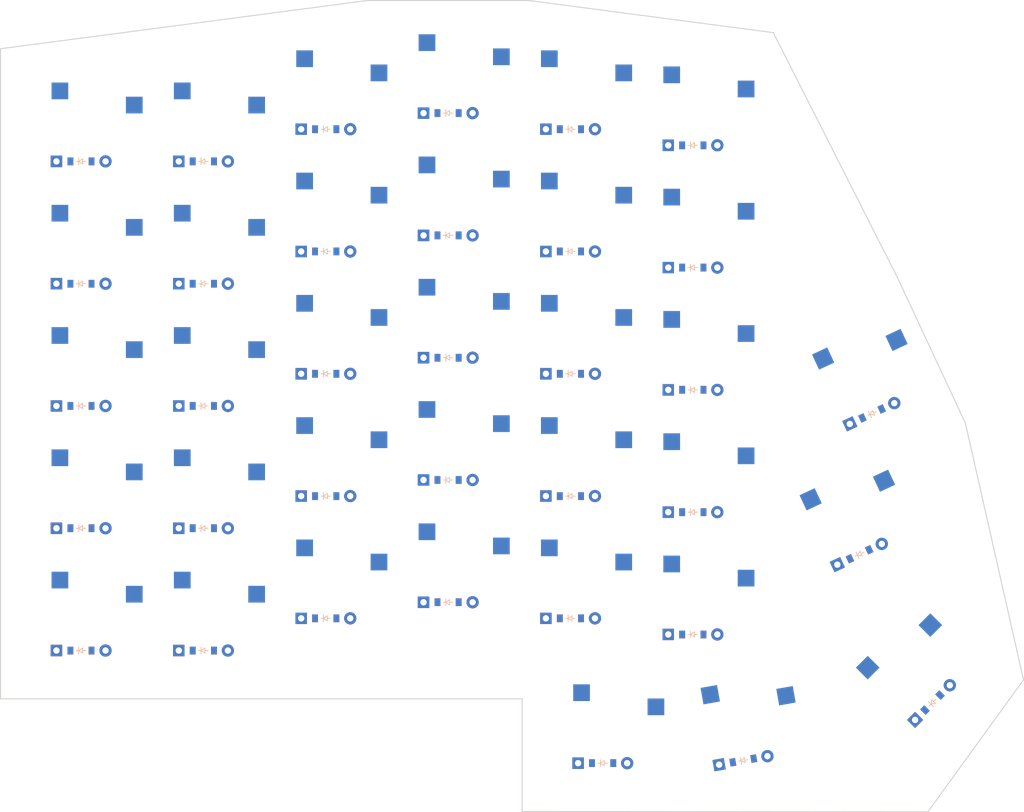
<source format=kicad_pcb>

            
(kicad_pcb (version 20171130) (host pcbnew 5.1.6)

  (page A3)
  (title_block
    (title tutorial)
    (rev v1.0.0)
    (company Unknown)
  )

  (general
    (thickness 1.6)
  )

  (layers
    (0 F.Cu signal)
    (31 B.Cu signal)
    (32 B.Adhes user)
    (33 F.Adhes user)
    (34 B.Paste user)
    (35 F.Paste user)
    (36 B.SilkS user)
    (37 F.SilkS user)
    (38 B.Mask user)
    (39 F.Mask user)
    (40 Dwgs.User user)
    (41 Cmts.User user)
    (42 Eco1.User user)
    (43 Eco2.User user)
    (44 Edge.Cuts user)
    (45 Margin user)
    (46 B.CrtYd user)
    (47 F.CrtYd user)
    (48 B.Fab user)
    (49 F.Fab user)
  )

  (setup
    (last_trace_width 0.25)
    (trace_clearance 0.2)
    (zone_clearance 0.508)
    (zone_45_only no)
    (trace_min 0.2)
    (via_size 0.8)
    (via_drill 0.4)
    (via_min_size 0.4)
    (via_min_drill 0.3)
    (uvia_size 0.3)
    (uvia_drill 0.1)
    (uvias_allowed no)
    (uvia_min_size 0.2)
    (uvia_min_drill 0.1)
    (edge_width 0.05)
    (segment_width 0.2)
    (pcb_text_width 0.3)
    (pcb_text_size 1.5 1.5)
    (mod_edge_width 0.12)
    (mod_text_size 1 1)
    (mod_text_width 0.15)
    (pad_size 1.524 1.524)
    (pad_drill 0.762)
    (pad_to_mask_clearance 0.05)
    (aux_axis_origin 0 0)
    (visible_elements FFFFFF7F)
    (pcbplotparams
      (layerselection 0x010fc_ffffffff)
      (usegerberextensions false)
      (usegerberattributes true)
      (usegerberadvancedattributes true)
      (creategerberjobfile true)
      (excludeedgelayer true)
      (linewidth 0.100000)
      (plotframeref false)
      (viasonmask false)
      (mode 1)
      (useauxorigin false)
      (hpglpennumber 1)
      (hpglpenspeed 20)
      (hpglpendiameter 15.000000)
      (psnegative false)
      (psa4output false)
      (plotreference true)
      (plotvalue true)
      (plotinvisibletext false)
      (padsonsilk false)
      (subtractmaskfromsilk false)
      (outputformat 1)
      (mirror false)
      (drillshape 1)
      (scaleselection 1)
      (outputdirectory ""))
  )

            (net 0 "")
(net 1 "farleft_mod")
(net 2 "farleft_alpha_bot")
(net 3 "farleft_alpha_mid")
(net 4 "farleft_alpha_top")
(net 5 "farleft_number")
(net 6 "pinky_mod")
(net 7 "pinky_alpha_bot")
(net 8 "pinky_alpha_mid")
(net 9 "pinky_alpha_top")
(net 10 "pinky_number")
(net 11 "ring_mod")
(net 12 "ring_alpha_bot")
(net 13 "ring_alpha_mid")
(net 14 "ring_alpha_top")
(net 15 "ring_number")
(net 16 "middle_mod")
(net 17 "middle_alpha_bot")
(net 18 "middle_alpha_mid")
(net 19 "middle_alpha_top")
(net 20 "middle_number")
(net 21 "index_mod")
(net 22 "index_alpha_bot")
(net 23 "index_alpha_mid")
(net 24 "index_alpha_top")
(net 25 "index_number")
(net 26 "farright_mod")
(net 27 "farright_alpha_bot")
(net 28 "farright_alpha_mid")
(net 29 "farright_alpha_top")
(net 30 "farright_number")
(net 31 "thumbL_bottom")
(net 32 "thumbC_bottom")
(net 33 "thumbR_bottom")
(net 34 "thumbR_middle")
(net 35 "thumbR_top")
            
  (net_class Default "This is the default net class."
    (clearance 0.2)
    (trace_width 0.25)
    (via_dia 0.8)
    (via_drill 0.4)
    (uvia_dia 0.3)
    (uvia_drill 0.1)
    (add_net "")
(add_net "farleft_mod")
(add_net "farleft_alpha_bot")
(add_net "farleft_alpha_mid")
(add_net "farleft_alpha_top")
(add_net "farleft_number")
(add_net "pinky_mod")
(add_net "pinky_alpha_bot")
(add_net "pinky_alpha_mid")
(add_net "pinky_alpha_top")
(add_net "pinky_number")
(add_net "ring_mod")
(add_net "ring_alpha_bot")
(add_net "ring_alpha_mid")
(add_net "ring_alpha_top")
(add_net "ring_number")
(add_net "middle_mod")
(add_net "middle_alpha_bot")
(add_net "middle_alpha_mid")
(add_net "middle_alpha_top")
(add_net "middle_number")
(add_net "index_mod")
(add_net "index_alpha_bot")
(add_net "index_alpha_mid")
(add_net "index_alpha_top")
(add_net "index_number")
(add_net "farright_mod")
(add_net "farright_alpha_bot")
(add_net "farright_alpha_mid")
(add_net "farright_alpha_top")
(add_net "farright_number")
(add_net "thumbL_bottom")
(add_net "thumbC_bottom")
(add_net "thumbR_bottom")
(add_net "thumbR_middle")
(add_net "thumbR_top")
  )

            
        
      (module PG1350 (layer F.Cu) (tedit 5DD50112)
      (at 0 0 0)

      
      (fp_text reference "S1" (at 0 0) (layer F.SilkS) hide (effects (font (size 1.27 1.27) (thickness 0.15))))
      (fp_text value "" (at 0 0) (layer F.SilkS) hide (effects (font (size 1.27 1.27) (thickness 0.15))))

      
      (fp_line (start -7 -6) (end -7 -7) (layer Dwgs.User) (width 0.15))
      (fp_line (start -7 7) (end -6 7) (layer Dwgs.User) (width 0.15))
      (fp_line (start -6 -7) (end -7 -7) (layer Dwgs.User) (width 0.15))
      (fp_line (start -7 7) (end -7 6) (layer Dwgs.User) (width 0.15))
      (fp_line (start 7 6) (end 7 7) (layer Dwgs.User) (width 0.15))
      (fp_line (start 7 -7) (end 6 -7) (layer Dwgs.User) (width 0.15))
      (fp_line (start 6 7) (end 7 7) (layer Dwgs.User) (width 0.15))
      (fp_line (start 7 -7) (end 7 -6) (layer Dwgs.User) (width 0.15))      
      
      
      (pad "" np_thru_hole circle (at 0 0) (size 3.429 3.429) (drill 3.429) (layers *.Cu *.Mask))
        
      
      (pad "" np_thru_hole circle (at 5.5 0) (size 1.7018 1.7018) (drill 1.7018) (layers *.Cu *.Mask))
      (pad "" np_thru_hole circle (at -5.5 0) (size 1.7018 1.7018) (drill 1.7018) (layers *.Cu *.Mask))
      
        
      
      (fp_line (start -9 -8.5) (end 9 -8.5) (layer Dwgs.User) (width 0.15))
      (fp_line (start 9 -8.5) (end 9 8.5) (layer Dwgs.User) (width 0.15))
      (fp_line (start 9 8.5) (end -9 8.5) (layer Dwgs.User) (width 0.15))
      (fp_line (start -9 8.5) (end -9 -8.5) (layer Dwgs.User) (width 0.15))
      
        
          
          (pad "" np_thru_hole circle (at 5 -3.75) (size 3 3) (drill 3) (layers *.Cu *.Mask))
          (pad "" np_thru_hole circle (at 0 -5.95) (size 3 3) (drill 3) (layers *.Cu *.Mask))
      
          
          (pad 1 smd rect (at -3.275 -5.95 0) (size 2.6 2.6) (layers B.Cu B.Paste B.Mask)  (net 0 ""))
          (pad 2 smd rect (at 8.275 -3.75 0) (size 2.6 2.6) (layers B.Cu B.Paste B.Mask)  (net 1 "farleft_mod"))
        )
        

        
      (module PG1350 (layer F.Cu) (tedit 5DD50112)
      (at 0 -19 0)

      
      (fp_text reference "S2" (at 0 0) (layer F.SilkS) hide (effects (font (size 1.27 1.27) (thickness 0.15))))
      (fp_text value "" (at 0 0) (layer F.SilkS) hide (effects (font (size 1.27 1.27) (thickness 0.15))))

      
      (fp_line (start -7 -6) (end -7 -7) (layer Dwgs.User) (width 0.15))
      (fp_line (start -7 7) (end -6 7) (layer Dwgs.User) (width 0.15))
      (fp_line (start -6 -7) (end -7 -7) (layer Dwgs.User) (width 0.15))
      (fp_line (start -7 7) (end -7 6) (layer Dwgs.User) (width 0.15))
      (fp_line (start 7 6) (end 7 7) (layer Dwgs.User) (width 0.15))
      (fp_line (start 7 -7) (end 6 -7) (layer Dwgs.User) (width 0.15))
      (fp_line (start 6 7) (end 7 7) (layer Dwgs.User) (width 0.15))
      (fp_line (start 7 -7) (end 7 -6) (layer Dwgs.User) (width 0.15))      
      
      
      (pad "" np_thru_hole circle (at 0 0) (size 3.429 3.429) (drill 3.429) (layers *.Cu *.Mask))
        
      
      (pad "" np_thru_hole circle (at 5.5 0) (size 1.7018 1.7018) (drill 1.7018) (layers *.Cu *.Mask))
      (pad "" np_thru_hole circle (at -5.5 0) (size 1.7018 1.7018) (drill 1.7018) (layers *.Cu *.Mask))
      
        
      
      (fp_line (start -9 -8.5) (end 9 -8.5) (layer Dwgs.User) (width 0.15))
      (fp_line (start 9 -8.5) (end 9 8.5) (layer Dwgs.User) (width 0.15))
      (fp_line (start 9 8.5) (end -9 8.5) (layer Dwgs.User) (width 0.15))
      (fp_line (start -9 8.5) (end -9 -8.5) (layer Dwgs.User) (width 0.15))
      
        
          
          (pad "" np_thru_hole circle (at 5 -3.75) (size 3 3) (drill 3) (layers *.Cu *.Mask))
          (pad "" np_thru_hole circle (at 0 -5.95) (size 3 3) (drill 3) (layers *.Cu *.Mask))
      
          
          (pad 1 smd rect (at -3.275 -5.95 0) (size 2.6 2.6) (layers B.Cu B.Paste B.Mask)  (net 0 ""))
          (pad 2 smd rect (at 8.275 -3.75 0) (size 2.6 2.6) (layers B.Cu B.Paste B.Mask)  (net 2 "farleft_alpha_bot"))
        )
        

        
      (module PG1350 (layer F.Cu) (tedit 5DD50112)
      (at 0 -38 0)

      
      (fp_text reference "S3" (at 0 0) (layer F.SilkS) hide (effects (font (size 1.27 1.27) (thickness 0.15))))
      (fp_text value "" (at 0 0) (layer F.SilkS) hide (effects (font (size 1.27 1.27) (thickness 0.15))))

      
      (fp_line (start -7 -6) (end -7 -7) (layer Dwgs.User) (width 0.15))
      (fp_line (start -7 7) (end -6 7) (layer Dwgs.User) (width 0.15))
      (fp_line (start -6 -7) (end -7 -7) (layer Dwgs.User) (width 0.15))
      (fp_line (start -7 7) (end -7 6) (layer Dwgs.User) (width 0.15))
      (fp_line (start 7 6) (end 7 7) (layer Dwgs.User) (width 0.15))
      (fp_line (start 7 -7) (end 6 -7) (layer Dwgs.User) (width 0.15))
      (fp_line (start 6 7) (end 7 7) (layer Dwgs.User) (width 0.15))
      (fp_line (start 7 -7) (end 7 -6) (layer Dwgs.User) (width 0.15))      
      
      
      (pad "" np_thru_hole circle (at 0 0) (size 3.429 3.429) (drill 3.429) (layers *.Cu *.Mask))
        
      
      (pad "" np_thru_hole circle (at 5.5 0) (size 1.7018 1.7018) (drill 1.7018) (layers *.Cu *.Mask))
      (pad "" np_thru_hole circle (at -5.5 0) (size 1.7018 1.7018) (drill 1.7018) (layers *.Cu *.Mask))
      
        
      
      (fp_line (start -9 -8.5) (end 9 -8.5) (layer Dwgs.User) (width 0.15))
      (fp_line (start 9 -8.5) (end 9 8.5) (layer Dwgs.User) (width 0.15))
      (fp_line (start 9 8.5) (end -9 8.5) (layer Dwgs.User) (width 0.15))
      (fp_line (start -9 8.5) (end -9 -8.5) (layer Dwgs.User) (width 0.15))
      
        
          
          (pad "" np_thru_hole circle (at 5 -3.75) (size 3 3) (drill 3) (layers *.Cu *.Mask))
          (pad "" np_thru_hole circle (at 0 -5.95) (size 3 3) (drill 3) (layers *.Cu *.Mask))
      
          
          (pad 1 smd rect (at -3.275 -5.95 0) (size 2.6 2.6) (layers B.Cu B.Paste B.Mask)  (net 0 ""))
          (pad 2 smd rect (at 8.275 -3.75 0) (size 2.6 2.6) (layers B.Cu B.Paste B.Mask)  (net 3 "farleft_alpha_mid"))
        )
        

        
      (module PG1350 (layer F.Cu) (tedit 5DD50112)
      (at 0 -57 0)

      
      (fp_text reference "S4" (at 0 0) (layer F.SilkS) hide (effects (font (size 1.27 1.27) (thickness 0.15))))
      (fp_text value "" (at 0 0) (layer F.SilkS) hide (effects (font (size 1.27 1.27) (thickness 0.15))))

      
      (fp_line (start -7 -6) (end -7 -7) (layer Dwgs.User) (width 0.15))
      (fp_line (start -7 7) (end -6 7) (layer Dwgs.User) (width 0.15))
      (fp_line (start -6 -7) (end -7 -7) (layer Dwgs.User) (width 0.15))
      (fp_line (start -7 7) (end -7 6) (layer Dwgs.User) (width 0.15))
      (fp_line (start 7 6) (end 7 7) (layer Dwgs.User) (width 0.15))
      (fp_line (start 7 -7) (end 6 -7) (layer Dwgs.User) (width 0.15))
      (fp_line (start 6 7) (end 7 7) (layer Dwgs.User) (width 0.15))
      (fp_line (start 7 -7) (end 7 -6) (layer Dwgs.User) (width 0.15))      
      
      
      (pad "" np_thru_hole circle (at 0 0) (size 3.429 3.429) (drill 3.429) (layers *.Cu *.Mask))
        
      
      (pad "" np_thru_hole circle (at 5.5 0) (size 1.7018 1.7018) (drill 1.7018) (layers *.Cu *.Mask))
      (pad "" np_thru_hole circle (at -5.5 0) (size 1.7018 1.7018) (drill 1.7018) (layers *.Cu *.Mask))
      
        
      
      (fp_line (start -9 -8.5) (end 9 -8.5) (layer Dwgs.User) (width 0.15))
      (fp_line (start 9 -8.5) (end 9 8.5) (layer Dwgs.User) (width 0.15))
      (fp_line (start 9 8.5) (end -9 8.5) (layer Dwgs.User) (width 0.15))
      (fp_line (start -9 8.5) (end -9 -8.5) (layer Dwgs.User) (width 0.15))
      
        
          
          (pad "" np_thru_hole circle (at 5 -3.75) (size 3 3) (drill 3) (layers *.Cu *.Mask))
          (pad "" np_thru_hole circle (at 0 -5.95) (size 3 3) (drill 3) (layers *.Cu *.Mask))
      
          
          (pad 1 smd rect (at -3.275 -5.95 0) (size 2.6 2.6) (layers B.Cu B.Paste B.Mask)  (net 0 ""))
          (pad 2 smd rect (at 8.275 -3.75 0) (size 2.6 2.6) (layers B.Cu B.Paste B.Mask)  (net 4 "farleft_alpha_top"))
        )
        

        
      (module PG1350 (layer F.Cu) (tedit 5DD50112)
      (at 0 -76 0)

      
      (fp_text reference "S5" (at 0 0) (layer F.SilkS) hide (effects (font (size 1.27 1.27) (thickness 0.15))))
      (fp_text value "" (at 0 0) (layer F.SilkS) hide (effects (font (size 1.27 1.27) (thickness 0.15))))

      
      (fp_line (start -7 -6) (end -7 -7) (layer Dwgs.User) (width 0.15))
      (fp_line (start -7 7) (end -6 7) (layer Dwgs.User) (width 0.15))
      (fp_line (start -6 -7) (end -7 -7) (layer Dwgs.User) (width 0.15))
      (fp_line (start -7 7) (end -7 6) (layer Dwgs.User) (width 0.15))
      (fp_line (start 7 6) (end 7 7) (layer Dwgs.User) (width 0.15))
      (fp_line (start 7 -7) (end 6 -7) (layer Dwgs.User) (width 0.15))
      (fp_line (start 6 7) (end 7 7) (layer Dwgs.User) (width 0.15))
      (fp_line (start 7 -7) (end 7 -6) (layer Dwgs.User) (width 0.15))      
      
      
      (pad "" np_thru_hole circle (at 0 0) (size 3.429 3.429) (drill 3.429) (layers *.Cu *.Mask))
        
      
      (pad "" np_thru_hole circle (at 5.5 0) (size 1.7018 1.7018) (drill 1.7018) (layers *.Cu *.Mask))
      (pad "" np_thru_hole circle (at -5.5 0) (size 1.7018 1.7018) (drill 1.7018) (layers *.Cu *.Mask))
      
        
      
      (fp_line (start -9 -8.5) (end 9 -8.5) (layer Dwgs.User) (width 0.15))
      (fp_line (start 9 -8.5) (end 9 8.5) (layer Dwgs.User) (width 0.15))
      (fp_line (start 9 8.5) (end -9 8.5) (layer Dwgs.User) (width 0.15))
      (fp_line (start -9 8.5) (end -9 -8.5) (layer Dwgs.User) (width 0.15))
      
        
          
          (pad "" np_thru_hole circle (at 5 -3.75) (size 3 3) (drill 3) (layers *.Cu *.Mask))
          (pad "" np_thru_hole circle (at 0 -5.95) (size 3 3) (drill 3) (layers *.Cu *.Mask))
      
          
          (pad 1 smd rect (at -3.275 -5.95 0) (size 2.6 2.6) (layers B.Cu B.Paste B.Mask)  (net 0 ""))
          (pad 2 smd rect (at 8.275 -3.75 0) (size 2.6 2.6) (layers B.Cu B.Paste B.Mask)  (net 5 "farleft_number"))
        )
        

        
      (module PG1350 (layer F.Cu) (tedit 5DD50112)
      (at 19 0 0)

      
      (fp_text reference "S6" (at 0 0) (layer F.SilkS) hide (effects (font (size 1.27 1.27) (thickness 0.15))))
      (fp_text value "" (at 0 0) (layer F.SilkS) hide (effects (font (size 1.27 1.27) (thickness 0.15))))

      
      (fp_line (start -7 -6) (end -7 -7) (layer Dwgs.User) (width 0.15))
      (fp_line (start -7 7) (end -6 7) (layer Dwgs.User) (width 0.15))
      (fp_line (start -6 -7) (end -7 -7) (layer Dwgs.User) (width 0.15))
      (fp_line (start -7 7) (end -7 6) (layer Dwgs.User) (width 0.15))
      (fp_line (start 7 6) (end 7 7) (layer Dwgs.User) (width 0.15))
      (fp_line (start 7 -7) (end 6 -7) (layer Dwgs.User) (width 0.15))
      (fp_line (start 6 7) (end 7 7) (layer Dwgs.User) (width 0.15))
      (fp_line (start 7 -7) (end 7 -6) (layer Dwgs.User) (width 0.15))      
      
      
      (pad "" np_thru_hole circle (at 0 0) (size 3.429 3.429) (drill 3.429) (layers *.Cu *.Mask))
        
      
      (pad "" np_thru_hole circle (at 5.5 0) (size 1.7018 1.7018) (drill 1.7018) (layers *.Cu *.Mask))
      (pad "" np_thru_hole circle (at -5.5 0) (size 1.7018 1.7018) (drill 1.7018) (layers *.Cu *.Mask))
      
        
      
      (fp_line (start -9 -8.5) (end 9 -8.5) (layer Dwgs.User) (width 0.15))
      (fp_line (start 9 -8.5) (end 9 8.5) (layer Dwgs.User) (width 0.15))
      (fp_line (start 9 8.5) (end -9 8.5) (layer Dwgs.User) (width 0.15))
      (fp_line (start -9 8.5) (end -9 -8.5) (layer Dwgs.User) (width 0.15))
      
        
          
          (pad "" np_thru_hole circle (at 5 -3.75) (size 3 3) (drill 3) (layers *.Cu *.Mask))
          (pad "" np_thru_hole circle (at 0 -5.95) (size 3 3) (drill 3) (layers *.Cu *.Mask))
      
          
          (pad 1 smd rect (at -3.275 -5.95 0) (size 2.6 2.6) (layers B.Cu B.Paste B.Mask)  (net 0 ""))
          (pad 2 smd rect (at 8.275 -3.75 0) (size 2.6 2.6) (layers B.Cu B.Paste B.Mask)  (net 6 "pinky_mod"))
        )
        

        
      (module PG1350 (layer F.Cu) (tedit 5DD50112)
      (at 19 -19 0)

      
      (fp_text reference "S7" (at 0 0) (layer F.SilkS) hide (effects (font (size 1.27 1.27) (thickness 0.15))))
      (fp_text value "" (at 0 0) (layer F.SilkS) hide (effects (font (size 1.27 1.27) (thickness 0.15))))

      
      (fp_line (start -7 -6) (end -7 -7) (layer Dwgs.User) (width 0.15))
      (fp_line (start -7 7) (end -6 7) (layer Dwgs.User) (width 0.15))
      (fp_line (start -6 -7) (end -7 -7) (layer Dwgs.User) (width 0.15))
      (fp_line (start -7 7) (end -7 6) (layer Dwgs.User) (width 0.15))
      (fp_line (start 7 6) (end 7 7) (layer Dwgs.User) (width 0.15))
      (fp_line (start 7 -7) (end 6 -7) (layer Dwgs.User) (width 0.15))
      (fp_line (start 6 7) (end 7 7) (layer Dwgs.User) (width 0.15))
      (fp_line (start 7 -7) (end 7 -6) (layer Dwgs.User) (width 0.15))      
      
      
      (pad "" np_thru_hole circle (at 0 0) (size 3.429 3.429) (drill 3.429) (layers *.Cu *.Mask))
        
      
      (pad "" np_thru_hole circle (at 5.5 0) (size 1.7018 1.7018) (drill 1.7018) (layers *.Cu *.Mask))
      (pad "" np_thru_hole circle (at -5.5 0) (size 1.7018 1.7018) (drill 1.7018) (layers *.Cu *.Mask))
      
        
      
      (fp_line (start -9 -8.5) (end 9 -8.5) (layer Dwgs.User) (width 0.15))
      (fp_line (start 9 -8.5) (end 9 8.5) (layer Dwgs.User) (width 0.15))
      (fp_line (start 9 8.5) (end -9 8.5) (layer Dwgs.User) (width 0.15))
      (fp_line (start -9 8.5) (end -9 -8.5) (layer Dwgs.User) (width 0.15))
      
        
          
          (pad "" np_thru_hole circle (at 5 -3.75) (size 3 3) (drill 3) (layers *.Cu *.Mask))
          (pad "" np_thru_hole circle (at 0 -5.95) (size 3 3) (drill 3) (layers *.Cu *.Mask))
      
          
          (pad 1 smd rect (at -3.275 -5.95 0) (size 2.6 2.6) (layers B.Cu B.Paste B.Mask)  (net 0 ""))
          (pad 2 smd rect (at 8.275 -3.75 0) (size 2.6 2.6) (layers B.Cu B.Paste B.Mask)  (net 7 "pinky_alpha_bot"))
        )
        

        
      (module PG1350 (layer F.Cu) (tedit 5DD50112)
      (at 19 -38 0)

      
      (fp_text reference "S8" (at 0 0) (layer F.SilkS) hide (effects (font (size 1.27 1.27) (thickness 0.15))))
      (fp_text value "" (at 0 0) (layer F.SilkS) hide (effects (font (size 1.27 1.27) (thickness 0.15))))

      
      (fp_line (start -7 -6) (end -7 -7) (layer Dwgs.User) (width 0.15))
      (fp_line (start -7 7) (end -6 7) (layer Dwgs.User) (width 0.15))
      (fp_line (start -6 -7) (end -7 -7) (layer Dwgs.User) (width 0.15))
      (fp_line (start -7 7) (end -7 6) (layer Dwgs.User) (width 0.15))
      (fp_line (start 7 6) (end 7 7) (layer Dwgs.User) (width 0.15))
      (fp_line (start 7 -7) (end 6 -7) (layer Dwgs.User) (width 0.15))
      (fp_line (start 6 7) (end 7 7) (layer Dwgs.User) (width 0.15))
      (fp_line (start 7 -7) (end 7 -6) (layer Dwgs.User) (width 0.15))      
      
      
      (pad "" np_thru_hole circle (at 0 0) (size 3.429 3.429) (drill 3.429) (layers *.Cu *.Mask))
        
      
      (pad "" np_thru_hole circle (at 5.5 0) (size 1.7018 1.7018) (drill 1.7018) (layers *.Cu *.Mask))
      (pad "" np_thru_hole circle (at -5.5 0) (size 1.7018 1.7018) (drill 1.7018) (layers *.Cu *.Mask))
      
        
      
      (fp_line (start -9 -8.5) (end 9 -8.5) (layer Dwgs.User) (width 0.15))
      (fp_line (start 9 -8.5) (end 9 8.5) (layer Dwgs.User) (width 0.15))
      (fp_line (start 9 8.5) (end -9 8.5) (layer Dwgs.User) (width 0.15))
      (fp_line (start -9 8.5) (end -9 -8.5) (layer Dwgs.User) (width 0.15))
      
        
          
          (pad "" np_thru_hole circle (at 5 -3.75) (size 3 3) (drill 3) (layers *.Cu *.Mask))
          (pad "" np_thru_hole circle (at 0 -5.95) (size 3 3) (drill 3) (layers *.Cu *.Mask))
      
          
          (pad 1 smd rect (at -3.275 -5.95 0) (size 2.6 2.6) (layers B.Cu B.Paste B.Mask)  (net 0 ""))
          (pad 2 smd rect (at 8.275 -3.75 0) (size 2.6 2.6) (layers B.Cu B.Paste B.Mask)  (net 8 "pinky_alpha_mid"))
        )
        

        
      (module PG1350 (layer F.Cu) (tedit 5DD50112)
      (at 19 -57 0)

      
      (fp_text reference "S9" (at 0 0) (layer F.SilkS) hide (effects (font (size 1.27 1.27) (thickness 0.15))))
      (fp_text value "" (at 0 0) (layer F.SilkS) hide (effects (font (size 1.27 1.27) (thickness 0.15))))

      
      (fp_line (start -7 -6) (end -7 -7) (layer Dwgs.User) (width 0.15))
      (fp_line (start -7 7) (end -6 7) (layer Dwgs.User) (width 0.15))
      (fp_line (start -6 -7) (end -7 -7) (layer Dwgs.User) (width 0.15))
      (fp_line (start -7 7) (end -7 6) (layer Dwgs.User) (width 0.15))
      (fp_line (start 7 6) (end 7 7) (layer Dwgs.User) (width 0.15))
      (fp_line (start 7 -7) (end 6 -7) (layer Dwgs.User) (width 0.15))
      (fp_line (start 6 7) (end 7 7) (layer Dwgs.User) (width 0.15))
      (fp_line (start 7 -7) (end 7 -6) (layer Dwgs.User) (width 0.15))      
      
      
      (pad "" np_thru_hole circle (at 0 0) (size 3.429 3.429) (drill 3.429) (layers *.Cu *.Mask))
        
      
      (pad "" np_thru_hole circle (at 5.5 0) (size 1.7018 1.7018) (drill 1.7018) (layers *.Cu *.Mask))
      (pad "" np_thru_hole circle (at -5.5 0) (size 1.7018 1.7018) (drill 1.7018) (layers *.Cu *.Mask))
      
        
      
      (fp_line (start -9 -8.5) (end 9 -8.5) (layer Dwgs.User) (width 0.15))
      (fp_line (start 9 -8.5) (end 9 8.5) (layer Dwgs.User) (width 0.15))
      (fp_line (start 9 8.5) (end -9 8.5) (layer Dwgs.User) (width 0.15))
      (fp_line (start -9 8.5) (end -9 -8.5) (layer Dwgs.User) (width 0.15))
      
        
          
          (pad "" np_thru_hole circle (at 5 -3.75) (size 3 3) (drill 3) (layers *.Cu *.Mask))
          (pad "" np_thru_hole circle (at 0 -5.95) (size 3 3) (drill 3) (layers *.Cu *.Mask))
      
          
          (pad 1 smd rect (at -3.275 -5.95 0) (size 2.6 2.6) (layers B.Cu B.Paste B.Mask)  (net 0 ""))
          (pad 2 smd rect (at 8.275 -3.75 0) (size 2.6 2.6) (layers B.Cu B.Paste B.Mask)  (net 9 "pinky_alpha_top"))
        )
        

        
      (module PG1350 (layer F.Cu) (tedit 5DD50112)
      (at 19 -76 0)

      
      (fp_text reference "S10" (at 0 0) (layer F.SilkS) hide (effects (font (size 1.27 1.27) (thickness 0.15))))
      (fp_text value "" (at 0 0) (layer F.SilkS) hide (effects (font (size 1.27 1.27) (thickness 0.15))))

      
      (fp_line (start -7 -6) (end -7 -7) (layer Dwgs.User) (width 0.15))
      (fp_line (start -7 7) (end -6 7) (layer Dwgs.User) (width 0.15))
      (fp_line (start -6 -7) (end -7 -7) (layer Dwgs.User) (width 0.15))
      (fp_line (start -7 7) (end -7 6) (layer Dwgs.User) (width 0.15))
      (fp_line (start 7 6) (end 7 7) (layer Dwgs.User) (width 0.15))
      (fp_line (start 7 -7) (end 6 -7) (layer Dwgs.User) (width 0.15))
      (fp_line (start 6 7) (end 7 7) (layer Dwgs.User) (width 0.15))
      (fp_line (start 7 -7) (end 7 -6) (layer Dwgs.User) (width 0.15))      
      
      
      (pad "" np_thru_hole circle (at 0 0) (size 3.429 3.429) (drill 3.429) (layers *.Cu *.Mask))
        
      
      (pad "" np_thru_hole circle (at 5.5 0) (size 1.7018 1.7018) (drill 1.7018) (layers *.Cu *.Mask))
      (pad "" np_thru_hole circle (at -5.5 0) (size 1.7018 1.7018) (drill 1.7018) (layers *.Cu *.Mask))
      
        
      
      (fp_line (start -9 -8.5) (end 9 -8.5) (layer Dwgs.User) (width 0.15))
      (fp_line (start 9 -8.5) (end 9 8.5) (layer Dwgs.User) (width 0.15))
      (fp_line (start 9 8.5) (end -9 8.5) (layer Dwgs.User) (width 0.15))
      (fp_line (start -9 8.5) (end -9 -8.5) (layer Dwgs.User) (width 0.15))
      
        
          
          (pad "" np_thru_hole circle (at 5 -3.75) (size 3 3) (drill 3) (layers *.Cu *.Mask))
          (pad "" np_thru_hole circle (at 0 -5.95) (size 3 3) (drill 3) (layers *.Cu *.Mask))
      
          
          (pad 1 smd rect (at -3.275 -5.95 0) (size 2.6 2.6) (layers B.Cu B.Paste B.Mask)  (net 0 ""))
          (pad 2 smd rect (at 8.275 -3.75 0) (size 2.6 2.6) (layers B.Cu B.Paste B.Mask)  (net 10 "pinky_number"))
        )
        

        
      (module PG1350 (layer F.Cu) (tedit 5DD50112)
      (at 38 -5 0)

      
      (fp_text reference "S11" (at 0 0) (layer F.SilkS) hide (effects (font (size 1.27 1.27) (thickness 0.15))))
      (fp_text value "" (at 0 0) (layer F.SilkS) hide (effects (font (size 1.27 1.27) (thickness 0.15))))

      
      (fp_line (start -7 -6) (end -7 -7) (layer Dwgs.User) (width 0.15))
      (fp_line (start -7 7) (end -6 7) (layer Dwgs.User) (width 0.15))
      (fp_line (start -6 -7) (end -7 -7) (layer Dwgs.User) (width 0.15))
      (fp_line (start -7 7) (end -7 6) (layer Dwgs.User) (width 0.15))
      (fp_line (start 7 6) (end 7 7) (layer Dwgs.User) (width 0.15))
      (fp_line (start 7 -7) (end 6 -7) (layer Dwgs.User) (width 0.15))
      (fp_line (start 6 7) (end 7 7) (layer Dwgs.User) (width 0.15))
      (fp_line (start 7 -7) (end 7 -6) (layer Dwgs.User) (width 0.15))      
      
      
      (pad "" np_thru_hole circle (at 0 0) (size 3.429 3.429) (drill 3.429) (layers *.Cu *.Mask))
        
      
      (pad "" np_thru_hole circle (at 5.5 0) (size 1.7018 1.7018) (drill 1.7018) (layers *.Cu *.Mask))
      (pad "" np_thru_hole circle (at -5.5 0) (size 1.7018 1.7018) (drill 1.7018) (layers *.Cu *.Mask))
      
        
      
      (fp_line (start -9 -8.5) (end 9 -8.5) (layer Dwgs.User) (width 0.15))
      (fp_line (start 9 -8.5) (end 9 8.5) (layer Dwgs.User) (width 0.15))
      (fp_line (start 9 8.5) (end -9 8.5) (layer Dwgs.User) (width 0.15))
      (fp_line (start -9 8.5) (end -9 -8.5) (layer Dwgs.User) (width 0.15))
      
        
          
          (pad "" np_thru_hole circle (at 5 -3.75) (size 3 3) (drill 3) (layers *.Cu *.Mask))
          (pad "" np_thru_hole circle (at 0 -5.95) (size 3 3) (drill 3) (layers *.Cu *.Mask))
      
          
          (pad 1 smd rect (at -3.275 -5.95 0) (size 2.6 2.6) (layers B.Cu B.Paste B.Mask)  (net 0 ""))
          (pad 2 smd rect (at 8.275 -3.75 0) (size 2.6 2.6) (layers B.Cu B.Paste B.Mask)  (net 11 "ring_mod"))
        )
        

        
      (module PG1350 (layer F.Cu) (tedit 5DD50112)
      (at 38 -24 0)

      
      (fp_text reference "S12" (at 0 0) (layer F.SilkS) hide (effects (font (size 1.27 1.27) (thickness 0.15))))
      (fp_text value "" (at 0 0) (layer F.SilkS) hide (effects (font (size 1.27 1.27) (thickness 0.15))))

      
      (fp_line (start -7 -6) (end -7 -7) (layer Dwgs.User) (width 0.15))
      (fp_line (start -7 7) (end -6 7) (layer Dwgs.User) (width 0.15))
      (fp_line (start -6 -7) (end -7 -7) (layer Dwgs.User) (width 0.15))
      (fp_line (start -7 7) (end -7 6) (layer Dwgs.User) (width 0.15))
      (fp_line (start 7 6) (end 7 7) (layer Dwgs.User) (width 0.15))
      (fp_line (start 7 -7) (end 6 -7) (layer Dwgs.User) (width 0.15))
      (fp_line (start 6 7) (end 7 7) (layer Dwgs.User) (width 0.15))
      (fp_line (start 7 -7) (end 7 -6) (layer Dwgs.User) (width 0.15))      
      
      
      (pad "" np_thru_hole circle (at 0 0) (size 3.429 3.429) (drill 3.429) (layers *.Cu *.Mask))
        
      
      (pad "" np_thru_hole circle (at 5.5 0) (size 1.7018 1.7018) (drill 1.7018) (layers *.Cu *.Mask))
      (pad "" np_thru_hole circle (at -5.5 0) (size 1.7018 1.7018) (drill 1.7018) (layers *.Cu *.Mask))
      
        
      
      (fp_line (start -9 -8.5) (end 9 -8.5) (layer Dwgs.User) (width 0.15))
      (fp_line (start 9 -8.5) (end 9 8.5) (layer Dwgs.User) (width 0.15))
      (fp_line (start 9 8.5) (end -9 8.5) (layer Dwgs.User) (width 0.15))
      (fp_line (start -9 8.5) (end -9 -8.5) (layer Dwgs.User) (width 0.15))
      
        
          
          (pad "" np_thru_hole circle (at 5 -3.75) (size 3 3) (drill 3) (layers *.Cu *.Mask))
          (pad "" np_thru_hole circle (at 0 -5.95) (size 3 3) (drill 3) (layers *.Cu *.Mask))
      
          
          (pad 1 smd rect (at -3.275 -5.95 0) (size 2.6 2.6) (layers B.Cu B.Paste B.Mask)  (net 0 ""))
          (pad 2 smd rect (at 8.275 -3.75 0) (size 2.6 2.6) (layers B.Cu B.Paste B.Mask)  (net 12 "ring_alpha_bot"))
        )
        

        
      (module PG1350 (layer F.Cu) (tedit 5DD50112)
      (at 38 -43 0)

      
      (fp_text reference "S13" (at 0 0) (layer F.SilkS) hide (effects (font (size 1.27 1.27) (thickness 0.15))))
      (fp_text value "" (at 0 0) (layer F.SilkS) hide (effects (font (size 1.27 1.27) (thickness 0.15))))

      
      (fp_line (start -7 -6) (end -7 -7) (layer Dwgs.User) (width 0.15))
      (fp_line (start -7 7) (end -6 7) (layer Dwgs.User) (width 0.15))
      (fp_line (start -6 -7) (end -7 -7) (layer Dwgs.User) (width 0.15))
      (fp_line (start -7 7) (end -7 6) (layer Dwgs.User) (width 0.15))
      (fp_line (start 7 6) (end 7 7) (layer Dwgs.User) (width 0.15))
      (fp_line (start 7 -7) (end 6 -7) (layer Dwgs.User) (width 0.15))
      (fp_line (start 6 7) (end 7 7) (layer Dwgs.User) (width 0.15))
      (fp_line (start 7 -7) (end 7 -6) (layer Dwgs.User) (width 0.15))      
      
      
      (pad "" np_thru_hole circle (at 0 0) (size 3.429 3.429) (drill 3.429) (layers *.Cu *.Mask))
        
      
      (pad "" np_thru_hole circle (at 5.5 0) (size 1.7018 1.7018) (drill 1.7018) (layers *.Cu *.Mask))
      (pad "" np_thru_hole circle (at -5.5 0) (size 1.7018 1.7018) (drill 1.7018) (layers *.Cu *.Mask))
      
        
      
      (fp_line (start -9 -8.5) (end 9 -8.5) (layer Dwgs.User) (width 0.15))
      (fp_line (start 9 -8.5) (end 9 8.5) (layer Dwgs.User) (width 0.15))
      (fp_line (start 9 8.5) (end -9 8.5) (layer Dwgs.User) (width 0.15))
      (fp_line (start -9 8.5) (end -9 -8.5) (layer Dwgs.User) (width 0.15))
      
        
          
          (pad "" np_thru_hole circle (at 5 -3.75) (size 3 3) (drill 3) (layers *.Cu *.Mask))
          (pad "" np_thru_hole circle (at 0 -5.95) (size 3 3) (drill 3) (layers *.Cu *.Mask))
      
          
          (pad 1 smd rect (at -3.275 -5.95 0) (size 2.6 2.6) (layers B.Cu B.Paste B.Mask)  (net 0 ""))
          (pad 2 smd rect (at 8.275 -3.75 0) (size 2.6 2.6) (layers B.Cu B.Paste B.Mask)  (net 13 "ring_alpha_mid"))
        )
        

        
      (module PG1350 (layer F.Cu) (tedit 5DD50112)
      (at 38 -62 0)

      
      (fp_text reference "S14" (at 0 0) (layer F.SilkS) hide (effects (font (size 1.27 1.27) (thickness 0.15))))
      (fp_text value "" (at 0 0) (layer F.SilkS) hide (effects (font (size 1.27 1.27) (thickness 0.15))))

      
      (fp_line (start -7 -6) (end -7 -7) (layer Dwgs.User) (width 0.15))
      (fp_line (start -7 7) (end -6 7) (layer Dwgs.User) (width 0.15))
      (fp_line (start -6 -7) (end -7 -7) (layer Dwgs.User) (width 0.15))
      (fp_line (start -7 7) (end -7 6) (layer Dwgs.User) (width 0.15))
      (fp_line (start 7 6) (end 7 7) (layer Dwgs.User) (width 0.15))
      (fp_line (start 7 -7) (end 6 -7) (layer Dwgs.User) (width 0.15))
      (fp_line (start 6 7) (end 7 7) (layer Dwgs.User) (width 0.15))
      (fp_line (start 7 -7) (end 7 -6) (layer Dwgs.User) (width 0.15))      
      
      
      (pad "" np_thru_hole circle (at 0 0) (size 3.429 3.429) (drill 3.429) (layers *.Cu *.Mask))
        
      
      (pad "" np_thru_hole circle (at 5.5 0) (size 1.7018 1.7018) (drill 1.7018) (layers *.Cu *.Mask))
      (pad "" np_thru_hole circle (at -5.5 0) (size 1.7018 1.7018) (drill 1.7018) (layers *.Cu *.Mask))
      
        
      
      (fp_line (start -9 -8.5) (end 9 -8.5) (layer Dwgs.User) (width 0.15))
      (fp_line (start 9 -8.5) (end 9 8.5) (layer Dwgs.User) (width 0.15))
      (fp_line (start 9 8.5) (end -9 8.5) (layer Dwgs.User) (width 0.15))
      (fp_line (start -9 8.5) (end -9 -8.5) (layer Dwgs.User) (width 0.15))
      
        
          
          (pad "" np_thru_hole circle (at 5 -3.75) (size 3 3) (drill 3) (layers *.Cu *.Mask))
          (pad "" np_thru_hole circle (at 0 -5.95) (size 3 3) (drill 3) (layers *.Cu *.Mask))
      
          
          (pad 1 smd rect (at -3.275 -5.95 0) (size 2.6 2.6) (layers B.Cu B.Paste B.Mask)  (net 0 ""))
          (pad 2 smd rect (at 8.275 -3.75 0) (size 2.6 2.6) (layers B.Cu B.Paste B.Mask)  (net 14 "ring_alpha_top"))
        )
        

        
      (module PG1350 (layer F.Cu) (tedit 5DD50112)
      (at 38 -81 0)

      
      (fp_text reference "S15" (at 0 0) (layer F.SilkS) hide (effects (font (size 1.27 1.27) (thickness 0.15))))
      (fp_text value "" (at 0 0) (layer F.SilkS) hide (effects (font (size 1.27 1.27) (thickness 0.15))))

      
      (fp_line (start -7 -6) (end -7 -7) (layer Dwgs.User) (width 0.15))
      (fp_line (start -7 7) (end -6 7) (layer Dwgs.User) (width 0.15))
      (fp_line (start -6 -7) (end -7 -7) (layer Dwgs.User) (width 0.15))
      (fp_line (start -7 7) (end -7 6) (layer Dwgs.User) (width 0.15))
      (fp_line (start 7 6) (end 7 7) (layer Dwgs.User) (width 0.15))
      (fp_line (start 7 -7) (end 6 -7) (layer Dwgs.User) (width 0.15))
      (fp_line (start 6 7) (end 7 7) (layer Dwgs.User) (width 0.15))
      (fp_line (start 7 -7) (end 7 -6) (layer Dwgs.User) (width 0.15))      
      
      
      (pad "" np_thru_hole circle (at 0 0) (size 3.429 3.429) (drill 3.429) (layers *.Cu *.Mask))
        
      
      (pad "" np_thru_hole circle (at 5.5 0) (size 1.7018 1.7018) (drill 1.7018) (layers *.Cu *.Mask))
      (pad "" np_thru_hole circle (at -5.5 0) (size 1.7018 1.7018) (drill 1.7018) (layers *.Cu *.Mask))
      
        
      
      (fp_line (start -9 -8.5) (end 9 -8.5) (layer Dwgs.User) (width 0.15))
      (fp_line (start 9 -8.5) (end 9 8.5) (layer Dwgs.User) (width 0.15))
      (fp_line (start 9 8.5) (end -9 8.5) (layer Dwgs.User) (width 0.15))
      (fp_line (start -9 8.5) (end -9 -8.5) (layer Dwgs.User) (width 0.15))
      
        
          
          (pad "" np_thru_hole circle (at 5 -3.75) (size 3 3) (drill 3) (layers *.Cu *.Mask))
          (pad "" np_thru_hole circle (at 0 -5.95) (size 3 3) (drill 3) (layers *.Cu *.Mask))
      
          
          (pad 1 smd rect (at -3.275 -5.95 0) (size 2.6 2.6) (layers B.Cu B.Paste B.Mask)  (net 0 ""))
          (pad 2 smd rect (at 8.275 -3.75 0) (size 2.6 2.6) (layers B.Cu B.Paste B.Mask)  (net 15 "ring_number"))
        )
        

        
      (module PG1350 (layer F.Cu) (tedit 5DD50112)
      (at 57 -7.5 0)

      
      (fp_text reference "S16" (at 0 0) (layer F.SilkS) hide (effects (font (size 1.27 1.27) (thickness 0.15))))
      (fp_text value "" (at 0 0) (layer F.SilkS) hide (effects (font (size 1.27 1.27) (thickness 0.15))))

      
      (fp_line (start -7 -6) (end -7 -7) (layer Dwgs.User) (width 0.15))
      (fp_line (start -7 7) (end -6 7) (layer Dwgs.User) (width 0.15))
      (fp_line (start -6 -7) (end -7 -7) (layer Dwgs.User) (width 0.15))
      (fp_line (start -7 7) (end -7 6) (layer Dwgs.User) (width 0.15))
      (fp_line (start 7 6) (end 7 7) (layer Dwgs.User) (width 0.15))
      (fp_line (start 7 -7) (end 6 -7) (layer Dwgs.User) (width 0.15))
      (fp_line (start 6 7) (end 7 7) (layer Dwgs.User) (width 0.15))
      (fp_line (start 7 -7) (end 7 -6) (layer Dwgs.User) (width 0.15))      
      
      
      (pad "" np_thru_hole circle (at 0 0) (size 3.429 3.429) (drill 3.429) (layers *.Cu *.Mask))
        
      
      (pad "" np_thru_hole circle (at 5.5 0) (size 1.7018 1.7018) (drill 1.7018) (layers *.Cu *.Mask))
      (pad "" np_thru_hole circle (at -5.5 0) (size 1.7018 1.7018) (drill 1.7018) (layers *.Cu *.Mask))
      
        
      
      (fp_line (start -9 -8.5) (end 9 -8.5) (layer Dwgs.User) (width 0.15))
      (fp_line (start 9 -8.5) (end 9 8.5) (layer Dwgs.User) (width 0.15))
      (fp_line (start 9 8.5) (end -9 8.5) (layer Dwgs.User) (width 0.15))
      (fp_line (start -9 8.5) (end -9 -8.5) (layer Dwgs.User) (width 0.15))
      
        
          
          (pad "" np_thru_hole circle (at 5 -3.75) (size 3 3) (drill 3) (layers *.Cu *.Mask))
          (pad "" np_thru_hole circle (at 0 -5.95) (size 3 3) (drill 3) (layers *.Cu *.Mask))
      
          
          (pad 1 smd rect (at -3.275 -5.95 0) (size 2.6 2.6) (layers B.Cu B.Paste B.Mask)  (net 0 ""))
          (pad 2 smd rect (at 8.275 -3.75 0) (size 2.6 2.6) (layers B.Cu B.Paste B.Mask)  (net 16 "middle_mod"))
        )
        

        
      (module PG1350 (layer F.Cu) (tedit 5DD50112)
      (at 57 -26.5 0)

      
      (fp_text reference "S17" (at 0 0) (layer F.SilkS) hide (effects (font (size 1.27 1.27) (thickness 0.15))))
      (fp_text value "" (at 0 0) (layer F.SilkS) hide (effects (font (size 1.27 1.27) (thickness 0.15))))

      
      (fp_line (start -7 -6) (end -7 -7) (layer Dwgs.User) (width 0.15))
      (fp_line (start -7 7) (end -6 7) (layer Dwgs.User) (width 0.15))
      (fp_line (start -6 -7) (end -7 -7) (layer Dwgs.User) (width 0.15))
      (fp_line (start -7 7) (end -7 6) (layer Dwgs.User) (width 0.15))
      (fp_line (start 7 6) (end 7 7) (layer Dwgs.User) (width 0.15))
      (fp_line (start 7 -7) (end 6 -7) (layer Dwgs.User) (width 0.15))
      (fp_line (start 6 7) (end 7 7) (layer Dwgs.User) (width 0.15))
      (fp_line (start 7 -7) (end 7 -6) (layer Dwgs.User) (width 0.15))      
      
      
      (pad "" np_thru_hole circle (at 0 0) (size 3.429 3.429) (drill 3.429) (layers *.Cu *.Mask))
        
      
      (pad "" np_thru_hole circle (at 5.5 0) (size 1.7018 1.7018) (drill 1.7018) (layers *.Cu *.Mask))
      (pad "" np_thru_hole circle (at -5.5 0) (size 1.7018 1.7018) (drill 1.7018) (layers *.Cu *.Mask))
      
        
      
      (fp_line (start -9 -8.5) (end 9 -8.5) (layer Dwgs.User) (width 0.15))
      (fp_line (start 9 -8.5) (end 9 8.5) (layer Dwgs.User) (width 0.15))
      (fp_line (start 9 8.5) (end -9 8.5) (layer Dwgs.User) (width 0.15))
      (fp_line (start -9 8.5) (end -9 -8.5) (layer Dwgs.User) (width 0.15))
      
        
          
          (pad "" np_thru_hole circle (at 5 -3.75) (size 3 3) (drill 3) (layers *.Cu *.Mask))
          (pad "" np_thru_hole circle (at 0 -5.95) (size 3 3) (drill 3) (layers *.Cu *.Mask))
      
          
          (pad 1 smd rect (at -3.275 -5.95 0) (size 2.6 2.6) (layers B.Cu B.Paste B.Mask)  (net 0 ""))
          (pad 2 smd rect (at 8.275 -3.75 0) (size 2.6 2.6) (layers B.Cu B.Paste B.Mask)  (net 17 "middle_alpha_bot"))
        )
        

        
      (module PG1350 (layer F.Cu) (tedit 5DD50112)
      (at 57 -45.5 0)

      
      (fp_text reference "S18" (at 0 0) (layer F.SilkS) hide (effects (font (size 1.27 1.27) (thickness 0.15))))
      (fp_text value "" (at 0 0) (layer F.SilkS) hide (effects (font (size 1.27 1.27) (thickness 0.15))))

      
      (fp_line (start -7 -6) (end -7 -7) (layer Dwgs.User) (width 0.15))
      (fp_line (start -7 7) (end -6 7) (layer Dwgs.User) (width 0.15))
      (fp_line (start -6 -7) (end -7 -7) (layer Dwgs.User) (width 0.15))
      (fp_line (start -7 7) (end -7 6) (layer Dwgs.User) (width 0.15))
      (fp_line (start 7 6) (end 7 7) (layer Dwgs.User) (width 0.15))
      (fp_line (start 7 -7) (end 6 -7) (layer Dwgs.User) (width 0.15))
      (fp_line (start 6 7) (end 7 7) (layer Dwgs.User) (width 0.15))
      (fp_line (start 7 -7) (end 7 -6) (layer Dwgs.User) (width 0.15))      
      
      
      (pad "" np_thru_hole circle (at 0 0) (size 3.429 3.429) (drill 3.429) (layers *.Cu *.Mask))
        
      
      (pad "" np_thru_hole circle (at 5.5 0) (size 1.7018 1.7018) (drill 1.7018) (layers *.Cu *.Mask))
      (pad "" np_thru_hole circle (at -5.5 0) (size 1.7018 1.7018) (drill 1.7018) (layers *.Cu *.Mask))
      
        
      
      (fp_line (start -9 -8.5) (end 9 -8.5) (layer Dwgs.User) (width 0.15))
      (fp_line (start 9 -8.5) (end 9 8.5) (layer Dwgs.User) (width 0.15))
      (fp_line (start 9 8.5) (end -9 8.5) (layer Dwgs.User) (width 0.15))
      (fp_line (start -9 8.5) (end -9 -8.5) (layer Dwgs.User) (width 0.15))
      
        
          
          (pad "" np_thru_hole circle (at 5 -3.75) (size 3 3) (drill 3) (layers *.Cu *.Mask))
          (pad "" np_thru_hole circle (at 0 -5.95) (size 3 3) (drill 3) (layers *.Cu *.Mask))
      
          
          (pad 1 smd rect (at -3.275 -5.95 0) (size 2.6 2.6) (layers B.Cu B.Paste B.Mask)  (net 0 ""))
          (pad 2 smd rect (at 8.275 -3.75 0) (size 2.6 2.6) (layers B.Cu B.Paste B.Mask)  (net 18 "middle_alpha_mid"))
        )
        

        
      (module PG1350 (layer F.Cu) (tedit 5DD50112)
      (at 57 -64.5 0)

      
      (fp_text reference "S19" (at 0 0) (layer F.SilkS) hide (effects (font (size 1.27 1.27) (thickness 0.15))))
      (fp_text value "" (at 0 0) (layer F.SilkS) hide (effects (font (size 1.27 1.27) (thickness 0.15))))

      
      (fp_line (start -7 -6) (end -7 -7) (layer Dwgs.User) (width 0.15))
      (fp_line (start -7 7) (end -6 7) (layer Dwgs.User) (width 0.15))
      (fp_line (start -6 -7) (end -7 -7) (layer Dwgs.User) (width 0.15))
      (fp_line (start -7 7) (end -7 6) (layer Dwgs.User) (width 0.15))
      (fp_line (start 7 6) (end 7 7) (layer Dwgs.User) (width 0.15))
      (fp_line (start 7 -7) (end 6 -7) (layer Dwgs.User) (width 0.15))
      (fp_line (start 6 7) (end 7 7) (layer Dwgs.User) (width 0.15))
      (fp_line (start 7 -7) (end 7 -6) (layer Dwgs.User) (width 0.15))      
      
      
      (pad "" np_thru_hole circle (at 0 0) (size 3.429 3.429) (drill 3.429) (layers *.Cu *.Mask))
        
      
      (pad "" np_thru_hole circle (at 5.5 0) (size 1.7018 1.7018) (drill 1.7018) (layers *.Cu *.Mask))
      (pad "" np_thru_hole circle (at -5.5 0) (size 1.7018 1.7018) (drill 1.7018) (layers *.Cu *.Mask))
      
        
      
      (fp_line (start -9 -8.5) (end 9 -8.5) (layer Dwgs.User) (width 0.15))
      (fp_line (start 9 -8.5) (end 9 8.5) (layer Dwgs.User) (width 0.15))
      (fp_line (start 9 8.5) (end -9 8.5) (layer Dwgs.User) (width 0.15))
      (fp_line (start -9 8.5) (end -9 -8.5) (layer Dwgs.User) (width 0.15))
      
        
          
          (pad "" np_thru_hole circle (at 5 -3.75) (size 3 3) (drill 3) (layers *.Cu *.Mask))
          (pad "" np_thru_hole circle (at 0 -5.95) (size 3 3) (drill 3) (layers *.Cu *.Mask))
      
          
          (pad 1 smd rect (at -3.275 -5.95 0) (size 2.6 2.6) (layers B.Cu B.Paste B.Mask)  (net 0 ""))
          (pad 2 smd rect (at 8.275 -3.75 0) (size 2.6 2.6) (layers B.Cu B.Paste B.Mask)  (net 19 "middle_alpha_top"))
        )
        

        
      (module PG1350 (layer F.Cu) (tedit 5DD50112)
      (at 57 -83.5 0)

      
      (fp_text reference "S20" (at 0 0) (layer F.SilkS) hide (effects (font (size 1.27 1.27) (thickness 0.15))))
      (fp_text value "" (at 0 0) (layer F.SilkS) hide (effects (font (size 1.27 1.27) (thickness 0.15))))

      
      (fp_line (start -7 -6) (end -7 -7) (layer Dwgs.User) (width 0.15))
      (fp_line (start -7 7) (end -6 7) (layer Dwgs.User) (width 0.15))
      (fp_line (start -6 -7) (end -7 -7) (layer Dwgs.User) (width 0.15))
      (fp_line (start -7 7) (end -7 6) (layer Dwgs.User) (width 0.15))
      (fp_line (start 7 6) (end 7 7) (layer Dwgs.User) (width 0.15))
      (fp_line (start 7 -7) (end 6 -7) (layer Dwgs.User) (width 0.15))
      (fp_line (start 6 7) (end 7 7) (layer Dwgs.User) (width 0.15))
      (fp_line (start 7 -7) (end 7 -6) (layer Dwgs.User) (width 0.15))      
      
      
      (pad "" np_thru_hole circle (at 0 0) (size 3.429 3.429) (drill 3.429) (layers *.Cu *.Mask))
        
      
      (pad "" np_thru_hole circle (at 5.5 0) (size 1.7018 1.7018) (drill 1.7018) (layers *.Cu *.Mask))
      (pad "" np_thru_hole circle (at -5.5 0) (size 1.7018 1.7018) (drill 1.7018) (layers *.Cu *.Mask))
      
        
      
      (fp_line (start -9 -8.5) (end 9 -8.5) (layer Dwgs.User) (width 0.15))
      (fp_line (start 9 -8.5) (end 9 8.5) (layer Dwgs.User) (width 0.15))
      (fp_line (start 9 8.5) (end -9 8.5) (layer Dwgs.User) (width 0.15))
      (fp_line (start -9 8.5) (end -9 -8.5) (layer Dwgs.User) (width 0.15))
      
        
          
          (pad "" np_thru_hole circle (at 5 -3.75) (size 3 3) (drill 3) (layers *.Cu *.Mask))
          (pad "" np_thru_hole circle (at 0 -5.95) (size 3 3) (drill 3) (layers *.Cu *.Mask))
      
          
          (pad 1 smd rect (at -3.275 -5.95 0) (size 2.6 2.6) (layers B.Cu B.Paste B.Mask)  (net 0 ""))
          (pad 2 smd rect (at 8.275 -3.75 0) (size 2.6 2.6) (layers B.Cu B.Paste B.Mask)  (net 20 "middle_number"))
        )
        

        
      (module PG1350 (layer F.Cu) (tedit 5DD50112)
      (at 76 -5 0)

      
      (fp_text reference "S21" (at 0 0) (layer F.SilkS) hide (effects (font (size 1.27 1.27) (thickness 0.15))))
      (fp_text value "" (at 0 0) (layer F.SilkS) hide (effects (font (size 1.27 1.27) (thickness 0.15))))

      
      (fp_line (start -7 -6) (end -7 -7) (layer Dwgs.User) (width 0.15))
      (fp_line (start -7 7) (end -6 7) (layer Dwgs.User) (width 0.15))
      (fp_line (start -6 -7) (end -7 -7) (layer Dwgs.User) (width 0.15))
      (fp_line (start -7 7) (end -7 6) (layer Dwgs.User) (width 0.15))
      (fp_line (start 7 6) (end 7 7) (layer Dwgs.User) (width 0.15))
      (fp_line (start 7 -7) (end 6 -7) (layer Dwgs.User) (width 0.15))
      (fp_line (start 6 7) (end 7 7) (layer Dwgs.User) (width 0.15))
      (fp_line (start 7 -7) (end 7 -6) (layer Dwgs.User) (width 0.15))      
      
      
      (pad "" np_thru_hole circle (at 0 0) (size 3.429 3.429) (drill 3.429) (layers *.Cu *.Mask))
        
      
      (pad "" np_thru_hole circle (at 5.5 0) (size 1.7018 1.7018) (drill 1.7018) (layers *.Cu *.Mask))
      (pad "" np_thru_hole circle (at -5.5 0) (size 1.7018 1.7018) (drill 1.7018) (layers *.Cu *.Mask))
      
        
      
      (fp_line (start -9 -8.5) (end 9 -8.5) (layer Dwgs.User) (width 0.15))
      (fp_line (start 9 -8.5) (end 9 8.5) (layer Dwgs.User) (width 0.15))
      (fp_line (start 9 8.5) (end -9 8.5) (layer Dwgs.User) (width 0.15))
      (fp_line (start -9 8.5) (end -9 -8.5) (layer Dwgs.User) (width 0.15))
      
        
          
          (pad "" np_thru_hole circle (at 5 -3.75) (size 3 3) (drill 3) (layers *.Cu *.Mask))
          (pad "" np_thru_hole circle (at 0 -5.95) (size 3 3) (drill 3) (layers *.Cu *.Mask))
      
          
          (pad 1 smd rect (at -3.275 -5.95 0) (size 2.6 2.6) (layers B.Cu B.Paste B.Mask)  (net 0 ""))
          (pad 2 smd rect (at 8.275 -3.75 0) (size 2.6 2.6) (layers B.Cu B.Paste B.Mask)  (net 21 "index_mod"))
        )
        

        
      (module PG1350 (layer F.Cu) (tedit 5DD50112)
      (at 76 -24 0)

      
      (fp_text reference "S22" (at 0 0) (layer F.SilkS) hide (effects (font (size 1.27 1.27) (thickness 0.15))))
      (fp_text value "" (at 0 0) (layer F.SilkS) hide (effects (font (size 1.27 1.27) (thickness 0.15))))

      
      (fp_line (start -7 -6) (end -7 -7) (layer Dwgs.User) (width 0.15))
      (fp_line (start -7 7) (end -6 7) (layer Dwgs.User) (width 0.15))
      (fp_line (start -6 -7) (end -7 -7) (layer Dwgs.User) (width 0.15))
      (fp_line (start -7 7) (end -7 6) (layer Dwgs.User) (width 0.15))
      (fp_line (start 7 6) (end 7 7) (layer Dwgs.User) (width 0.15))
      (fp_line (start 7 -7) (end 6 -7) (layer Dwgs.User) (width 0.15))
      (fp_line (start 6 7) (end 7 7) (layer Dwgs.User) (width 0.15))
      (fp_line (start 7 -7) (end 7 -6) (layer Dwgs.User) (width 0.15))      
      
      
      (pad "" np_thru_hole circle (at 0 0) (size 3.429 3.429) (drill 3.429) (layers *.Cu *.Mask))
        
      
      (pad "" np_thru_hole circle (at 5.5 0) (size 1.7018 1.7018) (drill 1.7018) (layers *.Cu *.Mask))
      (pad "" np_thru_hole circle (at -5.5 0) (size 1.7018 1.7018) (drill 1.7018) (layers *.Cu *.Mask))
      
        
      
      (fp_line (start -9 -8.5) (end 9 -8.5) (layer Dwgs.User) (width 0.15))
      (fp_line (start 9 -8.5) (end 9 8.5) (layer Dwgs.User) (width 0.15))
      (fp_line (start 9 8.5) (end -9 8.5) (layer Dwgs.User) (width 0.15))
      (fp_line (start -9 8.5) (end -9 -8.5) (layer Dwgs.User) (width 0.15))
      
        
          
          (pad "" np_thru_hole circle (at 5 -3.75) (size 3 3) (drill 3) (layers *.Cu *.Mask))
          (pad "" np_thru_hole circle (at 0 -5.95) (size 3 3) (drill 3) (layers *.Cu *.Mask))
      
          
          (pad 1 smd rect (at -3.275 -5.95 0) (size 2.6 2.6) (layers B.Cu B.Paste B.Mask)  (net 0 ""))
          (pad 2 smd rect (at 8.275 -3.75 0) (size 2.6 2.6) (layers B.Cu B.Paste B.Mask)  (net 22 "index_alpha_bot"))
        )
        

        
      (module PG1350 (layer F.Cu) (tedit 5DD50112)
      (at 76 -43 0)

      
      (fp_text reference "S23" (at 0 0) (layer F.SilkS) hide (effects (font (size 1.27 1.27) (thickness 0.15))))
      (fp_text value "" (at 0 0) (layer F.SilkS) hide (effects (font (size 1.27 1.27) (thickness 0.15))))

      
      (fp_line (start -7 -6) (end -7 -7) (layer Dwgs.User) (width 0.15))
      (fp_line (start -7 7) (end -6 7) (layer Dwgs.User) (width 0.15))
      (fp_line (start -6 -7) (end -7 -7) (layer Dwgs.User) (width 0.15))
      (fp_line (start -7 7) (end -7 6) (layer Dwgs.User) (width 0.15))
      (fp_line (start 7 6) (end 7 7) (layer Dwgs.User) (width 0.15))
      (fp_line (start 7 -7) (end 6 -7) (layer Dwgs.User) (width 0.15))
      (fp_line (start 6 7) (end 7 7) (layer Dwgs.User) (width 0.15))
      (fp_line (start 7 -7) (end 7 -6) (layer Dwgs.User) (width 0.15))      
      
      
      (pad "" np_thru_hole circle (at 0 0) (size 3.429 3.429) (drill 3.429) (layers *.Cu *.Mask))
        
      
      (pad "" np_thru_hole circle (at 5.5 0) (size 1.7018 1.7018) (drill 1.7018) (layers *.Cu *.Mask))
      (pad "" np_thru_hole circle (at -5.5 0) (size 1.7018 1.7018) (drill 1.7018) (layers *.Cu *.Mask))
      
        
      
      (fp_line (start -9 -8.5) (end 9 -8.5) (layer Dwgs.User) (width 0.15))
      (fp_line (start 9 -8.5) (end 9 8.5) (layer Dwgs.User) (width 0.15))
      (fp_line (start 9 8.5) (end -9 8.5) (layer Dwgs.User) (width 0.15))
      (fp_line (start -9 8.5) (end -9 -8.5) (layer Dwgs.User) (width 0.15))
      
        
          
          (pad "" np_thru_hole circle (at 5 -3.75) (size 3 3) (drill 3) (layers *.Cu *.Mask))
          (pad "" np_thru_hole circle (at 0 -5.95) (size 3 3) (drill 3) (layers *.Cu *.Mask))
      
          
          (pad 1 smd rect (at -3.275 -5.95 0) (size 2.6 2.6) (layers B.Cu B.Paste B.Mask)  (net 0 ""))
          (pad 2 smd rect (at 8.275 -3.75 0) (size 2.6 2.6) (layers B.Cu B.Paste B.Mask)  (net 23 "index_alpha_mid"))
        )
        

        
      (module PG1350 (layer F.Cu) (tedit 5DD50112)
      (at 76 -62 0)

      
      (fp_text reference "S24" (at 0 0) (layer F.SilkS) hide (effects (font (size 1.27 1.27) (thickness 0.15))))
      (fp_text value "" (at 0 0) (layer F.SilkS) hide (effects (font (size 1.27 1.27) (thickness 0.15))))

      
      (fp_line (start -7 -6) (end -7 -7) (layer Dwgs.User) (width 0.15))
      (fp_line (start -7 7) (end -6 7) (layer Dwgs.User) (width 0.15))
      (fp_line (start -6 -7) (end -7 -7) (layer Dwgs.User) (width 0.15))
      (fp_line (start -7 7) (end -7 6) (layer Dwgs.User) (width 0.15))
      (fp_line (start 7 6) (end 7 7) (layer Dwgs.User) (width 0.15))
      (fp_line (start 7 -7) (end 6 -7) (layer Dwgs.User) (width 0.15))
      (fp_line (start 6 7) (end 7 7) (layer Dwgs.User) (width 0.15))
      (fp_line (start 7 -7) (end 7 -6) (layer Dwgs.User) (width 0.15))      
      
      
      (pad "" np_thru_hole circle (at 0 0) (size 3.429 3.429) (drill 3.429) (layers *.Cu *.Mask))
        
      
      (pad "" np_thru_hole circle (at 5.5 0) (size 1.7018 1.7018) (drill 1.7018) (layers *.Cu *.Mask))
      (pad "" np_thru_hole circle (at -5.5 0) (size 1.7018 1.7018) (drill 1.7018) (layers *.Cu *.Mask))
      
        
      
      (fp_line (start -9 -8.5) (end 9 -8.5) (layer Dwgs.User) (width 0.15))
      (fp_line (start 9 -8.5) (end 9 8.5) (layer Dwgs.User) (width 0.15))
      (fp_line (start 9 8.5) (end -9 8.5) (layer Dwgs.User) (width 0.15))
      (fp_line (start -9 8.5) (end -9 -8.5) (layer Dwgs.User) (width 0.15))
      
        
          
          (pad "" np_thru_hole circle (at 5 -3.75) (size 3 3) (drill 3) (layers *.Cu *.Mask))
          (pad "" np_thru_hole circle (at 0 -5.95) (size 3 3) (drill 3) (layers *.Cu *.Mask))
      
          
          (pad 1 smd rect (at -3.275 -5.95 0) (size 2.6 2.6) (layers B.Cu B.Paste B.Mask)  (net 0 ""))
          (pad 2 smd rect (at 8.275 -3.75 0) (size 2.6 2.6) (layers B.Cu B.Paste B.Mask)  (net 24 "index_alpha_top"))
        )
        

        
      (module PG1350 (layer F.Cu) (tedit 5DD50112)
      (at 76 -81 0)

      
      (fp_text reference "S25" (at 0 0) (layer F.SilkS) hide (effects (font (size 1.27 1.27) (thickness 0.15))))
      (fp_text value "" (at 0 0) (layer F.SilkS) hide (effects (font (size 1.27 1.27) (thickness 0.15))))

      
      (fp_line (start -7 -6) (end -7 -7) (layer Dwgs.User) (width 0.15))
      (fp_line (start -7 7) (end -6 7) (layer Dwgs.User) (width 0.15))
      (fp_line (start -6 -7) (end -7 -7) (layer Dwgs.User) (width 0.15))
      (fp_line (start -7 7) (end -7 6) (layer Dwgs.User) (width 0.15))
      (fp_line (start 7 6) (end 7 7) (layer Dwgs.User) (width 0.15))
      (fp_line (start 7 -7) (end 6 -7) (layer Dwgs.User) (width 0.15))
      (fp_line (start 6 7) (end 7 7) (layer Dwgs.User) (width 0.15))
      (fp_line (start 7 -7) (end 7 -6) (layer Dwgs.User) (width 0.15))      
      
      
      (pad "" np_thru_hole circle (at 0 0) (size 3.429 3.429) (drill 3.429) (layers *.Cu *.Mask))
        
      
      (pad "" np_thru_hole circle (at 5.5 0) (size 1.7018 1.7018) (drill 1.7018) (layers *.Cu *.Mask))
      (pad "" np_thru_hole circle (at -5.5 0) (size 1.7018 1.7018) (drill 1.7018) (layers *.Cu *.Mask))
      
        
      
      (fp_line (start -9 -8.5) (end 9 -8.5) (layer Dwgs.User) (width 0.15))
      (fp_line (start 9 -8.5) (end 9 8.5) (layer Dwgs.User) (width 0.15))
      (fp_line (start 9 8.5) (end -9 8.5) (layer Dwgs.User) (width 0.15))
      (fp_line (start -9 8.5) (end -9 -8.5) (layer Dwgs.User) (width 0.15))
      
        
          
          (pad "" np_thru_hole circle (at 5 -3.75) (size 3 3) (drill 3) (layers *.Cu *.Mask))
          (pad "" np_thru_hole circle (at 0 -5.95) (size 3 3) (drill 3) (layers *.Cu *.Mask))
      
          
          (pad 1 smd rect (at -3.275 -5.95 0) (size 2.6 2.6) (layers B.Cu B.Paste B.Mask)  (net 0 ""))
          (pad 2 smd rect (at 8.275 -3.75 0) (size 2.6 2.6) (layers B.Cu B.Paste B.Mask)  (net 25 "index_number"))
        )
        

        
      (module PG1350 (layer F.Cu) (tedit 5DD50112)
      (at 95 -2.5 0)

      
      (fp_text reference "S26" (at 0 0) (layer F.SilkS) hide (effects (font (size 1.27 1.27) (thickness 0.15))))
      (fp_text value "" (at 0 0) (layer F.SilkS) hide (effects (font (size 1.27 1.27) (thickness 0.15))))

      
      (fp_line (start -7 -6) (end -7 -7) (layer Dwgs.User) (width 0.15))
      (fp_line (start -7 7) (end -6 7) (layer Dwgs.User) (width 0.15))
      (fp_line (start -6 -7) (end -7 -7) (layer Dwgs.User) (width 0.15))
      (fp_line (start -7 7) (end -7 6) (layer Dwgs.User) (width 0.15))
      (fp_line (start 7 6) (end 7 7) (layer Dwgs.User) (width 0.15))
      (fp_line (start 7 -7) (end 6 -7) (layer Dwgs.User) (width 0.15))
      (fp_line (start 6 7) (end 7 7) (layer Dwgs.User) (width 0.15))
      (fp_line (start 7 -7) (end 7 -6) (layer Dwgs.User) (width 0.15))      
      
      
      (pad "" np_thru_hole circle (at 0 0) (size 3.429 3.429) (drill 3.429) (layers *.Cu *.Mask))
        
      
      (pad "" np_thru_hole circle (at 5.5 0) (size 1.7018 1.7018) (drill 1.7018) (layers *.Cu *.Mask))
      (pad "" np_thru_hole circle (at -5.5 0) (size 1.7018 1.7018) (drill 1.7018) (layers *.Cu *.Mask))
      
        
      
      (fp_line (start -9 -8.5) (end 9 -8.5) (layer Dwgs.User) (width 0.15))
      (fp_line (start 9 -8.5) (end 9 8.5) (layer Dwgs.User) (width 0.15))
      (fp_line (start 9 8.5) (end -9 8.5) (layer Dwgs.User) (width 0.15))
      (fp_line (start -9 8.5) (end -9 -8.5) (layer Dwgs.User) (width 0.15))
      
        
          
          (pad "" np_thru_hole circle (at 5 -3.75) (size 3 3) (drill 3) (layers *.Cu *.Mask))
          (pad "" np_thru_hole circle (at 0 -5.95) (size 3 3) (drill 3) (layers *.Cu *.Mask))
      
          
          (pad 1 smd rect (at -3.275 -5.95 0) (size 2.6 2.6) (layers B.Cu B.Paste B.Mask)  (net 0 ""))
          (pad 2 smd rect (at 8.275 -3.75 0) (size 2.6 2.6) (layers B.Cu B.Paste B.Mask)  (net 26 "farright_mod"))
        )
        

        
      (module PG1350 (layer F.Cu) (tedit 5DD50112)
      (at 95 -21.5 0)

      
      (fp_text reference "S27" (at 0 0) (layer F.SilkS) hide (effects (font (size 1.27 1.27) (thickness 0.15))))
      (fp_text value "" (at 0 0) (layer F.SilkS) hide (effects (font (size 1.27 1.27) (thickness 0.15))))

      
      (fp_line (start -7 -6) (end -7 -7) (layer Dwgs.User) (width 0.15))
      (fp_line (start -7 7) (end -6 7) (layer Dwgs.User) (width 0.15))
      (fp_line (start -6 -7) (end -7 -7) (layer Dwgs.User) (width 0.15))
      (fp_line (start -7 7) (end -7 6) (layer Dwgs.User) (width 0.15))
      (fp_line (start 7 6) (end 7 7) (layer Dwgs.User) (width 0.15))
      (fp_line (start 7 -7) (end 6 -7) (layer Dwgs.User) (width 0.15))
      (fp_line (start 6 7) (end 7 7) (layer Dwgs.User) (width 0.15))
      (fp_line (start 7 -7) (end 7 -6) (layer Dwgs.User) (width 0.15))      
      
      
      (pad "" np_thru_hole circle (at 0 0) (size 3.429 3.429) (drill 3.429) (layers *.Cu *.Mask))
        
      
      (pad "" np_thru_hole circle (at 5.5 0) (size 1.7018 1.7018) (drill 1.7018) (layers *.Cu *.Mask))
      (pad "" np_thru_hole circle (at -5.5 0) (size 1.7018 1.7018) (drill 1.7018) (layers *.Cu *.Mask))
      
        
      
      (fp_line (start -9 -8.5) (end 9 -8.5) (layer Dwgs.User) (width 0.15))
      (fp_line (start 9 -8.5) (end 9 8.5) (layer Dwgs.User) (width 0.15))
      (fp_line (start 9 8.5) (end -9 8.5) (layer Dwgs.User) (width 0.15))
      (fp_line (start -9 8.5) (end -9 -8.5) (layer Dwgs.User) (width 0.15))
      
        
          
          (pad "" np_thru_hole circle (at 5 -3.75) (size 3 3) (drill 3) (layers *.Cu *.Mask))
          (pad "" np_thru_hole circle (at 0 -5.95) (size 3 3) (drill 3) (layers *.Cu *.Mask))
      
          
          (pad 1 smd rect (at -3.275 -5.95 0) (size 2.6 2.6) (layers B.Cu B.Paste B.Mask)  (net 0 ""))
          (pad 2 smd rect (at 8.275 -3.75 0) (size 2.6 2.6) (layers B.Cu B.Paste B.Mask)  (net 27 "farright_alpha_bot"))
        )
        

        
      (module PG1350 (layer F.Cu) (tedit 5DD50112)
      (at 95 -40.5 0)

      
      (fp_text reference "S28" (at 0 0) (layer F.SilkS) hide (effects (font (size 1.27 1.27) (thickness 0.15))))
      (fp_text value "" (at 0 0) (layer F.SilkS) hide (effects (font (size 1.27 1.27) (thickness 0.15))))

      
      (fp_line (start -7 -6) (end -7 -7) (layer Dwgs.User) (width 0.15))
      (fp_line (start -7 7) (end -6 7) (layer Dwgs.User) (width 0.15))
      (fp_line (start -6 -7) (end -7 -7) (layer Dwgs.User) (width 0.15))
      (fp_line (start -7 7) (end -7 6) (layer Dwgs.User) (width 0.15))
      (fp_line (start 7 6) (end 7 7) (layer Dwgs.User) (width 0.15))
      (fp_line (start 7 -7) (end 6 -7) (layer Dwgs.User) (width 0.15))
      (fp_line (start 6 7) (end 7 7) (layer Dwgs.User) (width 0.15))
      (fp_line (start 7 -7) (end 7 -6) (layer Dwgs.User) (width 0.15))      
      
      
      (pad "" np_thru_hole circle (at 0 0) (size 3.429 3.429) (drill 3.429) (layers *.Cu *.Mask))
        
      
      (pad "" np_thru_hole circle (at 5.5 0) (size 1.7018 1.7018) (drill 1.7018) (layers *.Cu *.Mask))
      (pad "" np_thru_hole circle (at -5.5 0) (size 1.7018 1.7018) (drill 1.7018) (layers *.Cu *.Mask))
      
        
      
      (fp_line (start -9 -8.5) (end 9 -8.5) (layer Dwgs.User) (width 0.15))
      (fp_line (start 9 -8.5) (end 9 8.5) (layer Dwgs.User) (width 0.15))
      (fp_line (start 9 8.5) (end -9 8.5) (layer Dwgs.User) (width 0.15))
      (fp_line (start -9 8.5) (end -9 -8.5) (layer Dwgs.User) (width 0.15))
      
        
          
          (pad "" np_thru_hole circle (at 5 -3.75) (size 3 3) (drill 3) (layers *.Cu *.Mask))
          (pad "" np_thru_hole circle (at 0 -5.95) (size 3 3) (drill 3) (layers *.Cu *.Mask))
      
          
          (pad 1 smd rect (at -3.275 -5.95 0) (size 2.6 2.6) (layers B.Cu B.Paste B.Mask)  (net 0 ""))
          (pad 2 smd rect (at 8.275 -3.75 0) (size 2.6 2.6) (layers B.Cu B.Paste B.Mask)  (net 28 "farright_alpha_mid"))
        )
        

        
      (module PG1350 (layer F.Cu) (tedit 5DD50112)
      (at 95 -59.5 0)

      
      (fp_text reference "S29" (at 0 0) (layer F.SilkS) hide (effects (font (size 1.27 1.27) (thickness 0.15))))
      (fp_text value "" (at 0 0) (layer F.SilkS) hide (effects (font (size 1.27 1.27) (thickness 0.15))))

      
      (fp_line (start -7 -6) (end -7 -7) (layer Dwgs.User) (width 0.15))
      (fp_line (start -7 7) (end -6 7) (layer Dwgs.User) (width 0.15))
      (fp_line (start -6 -7) (end -7 -7) (layer Dwgs.User) (width 0.15))
      (fp_line (start -7 7) (end -7 6) (layer Dwgs.User) (width 0.15))
      (fp_line (start 7 6) (end 7 7) (layer Dwgs.User) (width 0.15))
      (fp_line (start 7 -7) (end 6 -7) (layer Dwgs.User) (width 0.15))
      (fp_line (start 6 7) (end 7 7) (layer Dwgs.User) (width 0.15))
      (fp_line (start 7 -7) (end 7 -6) (layer Dwgs.User) (width 0.15))      
      
      
      (pad "" np_thru_hole circle (at 0 0) (size 3.429 3.429) (drill 3.429) (layers *.Cu *.Mask))
        
      
      (pad "" np_thru_hole circle (at 5.5 0) (size 1.7018 1.7018) (drill 1.7018) (layers *.Cu *.Mask))
      (pad "" np_thru_hole circle (at -5.5 0) (size 1.7018 1.7018) (drill 1.7018) (layers *.Cu *.Mask))
      
        
      
      (fp_line (start -9 -8.5) (end 9 -8.5) (layer Dwgs.User) (width 0.15))
      (fp_line (start 9 -8.5) (end 9 8.5) (layer Dwgs.User) (width 0.15))
      (fp_line (start 9 8.5) (end -9 8.5) (layer Dwgs.User) (width 0.15))
      (fp_line (start -9 8.5) (end -9 -8.5) (layer Dwgs.User) (width 0.15))
      
        
          
          (pad "" np_thru_hole circle (at 5 -3.75) (size 3 3) (drill 3) (layers *.Cu *.Mask))
          (pad "" np_thru_hole circle (at 0 -5.95) (size 3 3) (drill 3) (layers *.Cu *.Mask))
      
          
          (pad 1 smd rect (at -3.275 -5.95 0) (size 2.6 2.6) (layers B.Cu B.Paste B.Mask)  (net 0 ""))
          (pad 2 smd rect (at 8.275 -3.75 0) (size 2.6 2.6) (layers B.Cu B.Paste B.Mask)  (net 29 "farright_alpha_top"))
        )
        

        
      (module PG1350 (layer F.Cu) (tedit 5DD50112)
      (at 95 -78.5 0)

      
      (fp_text reference "S30" (at 0 0) (layer F.SilkS) hide (effects (font (size 1.27 1.27) (thickness 0.15))))
      (fp_text value "" (at 0 0) (layer F.SilkS) hide (effects (font (size 1.27 1.27) (thickness 0.15))))

      
      (fp_line (start -7 -6) (end -7 -7) (layer Dwgs.User) (width 0.15))
      (fp_line (start -7 7) (end -6 7) (layer Dwgs.User) (width 0.15))
      (fp_line (start -6 -7) (end -7 -7) (layer Dwgs.User) (width 0.15))
      (fp_line (start -7 7) (end -7 6) (layer Dwgs.User) (width 0.15))
      (fp_line (start 7 6) (end 7 7) (layer Dwgs.User) (width 0.15))
      (fp_line (start 7 -7) (end 6 -7) (layer Dwgs.User) (width 0.15))
      (fp_line (start 6 7) (end 7 7) (layer Dwgs.User) (width 0.15))
      (fp_line (start 7 -7) (end 7 -6) (layer Dwgs.User) (width 0.15))      
      
      
      (pad "" np_thru_hole circle (at 0 0) (size 3.429 3.429) (drill 3.429) (layers *.Cu *.Mask))
        
      
      (pad "" np_thru_hole circle (at 5.5 0) (size 1.7018 1.7018) (drill 1.7018) (layers *.Cu *.Mask))
      (pad "" np_thru_hole circle (at -5.5 0) (size 1.7018 1.7018) (drill 1.7018) (layers *.Cu *.Mask))
      
        
      
      (fp_line (start -9 -8.5) (end 9 -8.5) (layer Dwgs.User) (width 0.15))
      (fp_line (start 9 -8.5) (end 9 8.5) (layer Dwgs.User) (width 0.15))
      (fp_line (start 9 8.5) (end -9 8.5) (layer Dwgs.User) (width 0.15))
      (fp_line (start -9 8.5) (end -9 -8.5) (layer Dwgs.User) (width 0.15))
      
        
          
          (pad "" np_thru_hole circle (at 5 -3.75) (size 3 3) (drill 3) (layers *.Cu *.Mask))
          (pad "" np_thru_hole circle (at 0 -5.95) (size 3 3) (drill 3) (layers *.Cu *.Mask))
      
          
          (pad 1 smd rect (at -3.275 -5.95 0) (size 2.6 2.6) (layers B.Cu B.Paste B.Mask)  (net 0 ""))
          (pad 2 smd rect (at 8.275 -3.75 0) (size 2.6 2.6) (layers B.Cu B.Paste B.Mask)  (net 30 "farright_number"))
        )
        

        
      (module PG1350 (layer F.Cu) (tedit 5DD50112)
      (at 81 17.5 0)

      
      (fp_text reference "S31" (at 0 0) (layer F.SilkS) hide (effects (font (size 1.27 1.27) (thickness 0.15))))
      (fp_text value "" (at 0 0) (layer F.SilkS) hide (effects (font (size 1.27 1.27) (thickness 0.15))))

      
      (fp_line (start -7 -6) (end -7 -7) (layer Dwgs.User) (width 0.15))
      (fp_line (start -7 7) (end -6 7) (layer Dwgs.User) (width 0.15))
      (fp_line (start -6 -7) (end -7 -7) (layer Dwgs.User) (width 0.15))
      (fp_line (start -7 7) (end -7 6) (layer Dwgs.User) (width 0.15))
      (fp_line (start 7 6) (end 7 7) (layer Dwgs.User) (width 0.15))
      (fp_line (start 7 -7) (end 6 -7) (layer Dwgs.User) (width 0.15))
      (fp_line (start 6 7) (end 7 7) (layer Dwgs.User) (width 0.15))
      (fp_line (start 7 -7) (end 7 -6) (layer Dwgs.User) (width 0.15))      
      
      
      (pad "" np_thru_hole circle (at 0 0) (size 3.429 3.429) (drill 3.429) (layers *.Cu *.Mask))
        
      
      (pad "" np_thru_hole circle (at 5.5 0) (size 1.7018 1.7018) (drill 1.7018) (layers *.Cu *.Mask))
      (pad "" np_thru_hole circle (at -5.5 0) (size 1.7018 1.7018) (drill 1.7018) (layers *.Cu *.Mask))
      
        
      
      (fp_line (start -9 -8.5) (end 9 -8.5) (layer Dwgs.User) (width 0.15))
      (fp_line (start 9 -8.5) (end 9 8.5) (layer Dwgs.User) (width 0.15))
      (fp_line (start 9 8.5) (end -9 8.5) (layer Dwgs.User) (width 0.15))
      (fp_line (start -9 8.5) (end -9 -8.5) (layer Dwgs.User) (width 0.15))
      
        
          
          (pad "" np_thru_hole circle (at 5 -3.75) (size 3 3) (drill 3) (layers *.Cu *.Mask))
          (pad "" np_thru_hole circle (at 0 -5.95) (size 3 3) (drill 3) (layers *.Cu *.Mask))
      
          
          (pad 1 smd rect (at -3.275 -5.95 0) (size 2.6 2.6) (layers B.Cu B.Paste B.Mask)  (net 0 ""))
          (pad 2 smd rect (at 8.275 -3.75 0) (size 2.6 2.6) (layers B.Cu B.Paste B.Mask)  (net 31 "thumbL_bottom"))
        )
        

        
      (module PG1350 (layer F.Cu) (tedit 5DD50112)
      (at 101.9696155 17.1527036 10)

      
      (fp_text reference "S32" (at 0 0) (layer F.SilkS) hide (effects (font (size 1.27 1.27) (thickness 0.15))))
      (fp_text value "" (at 0 0) (layer F.SilkS) hide (effects (font (size 1.27 1.27) (thickness 0.15))))

      
      (fp_line (start -7 -6) (end -7 -7) (layer Dwgs.User) (width 0.15))
      (fp_line (start -7 7) (end -6 7) (layer Dwgs.User) (width 0.15))
      (fp_line (start -6 -7) (end -7 -7) (layer Dwgs.User) (width 0.15))
      (fp_line (start -7 7) (end -7 6) (layer Dwgs.User) (width 0.15))
      (fp_line (start 7 6) (end 7 7) (layer Dwgs.User) (width 0.15))
      (fp_line (start 7 -7) (end 6 -7) (layer Dwgs.User) (width 0.15))
      (fp_line (start 6 7) (end 7 7) (layer Dwgs.User) (width 0.15))
      (fp_line (start 7 -7) (end 7 -6) (layer Dwgs.User) (width 0.15))      
      
      
      (pad "" np_thru_hole circle (at 0 0) (size 3.429 3.429) (drill 3.429) (layers *.Cu *.Mask))
        
      
      (pad "" np_thru_hole circle (at 5.5 0) (size 1.7018 1.7018) (drill 1.7018) (layers *.Cu *.Mask))
      (pad "" np_thru_hole circle (at -5.5 0) (size 1.7018 1.7018) (drill 1.7018) (layers *.Cu *.Mask))
      
        
      
      (fp_line (start -9 -8.5) (end 9 -8.5) (layer Dwgs.User) (width 0.15))
      (fp_line (start 9 -8.5) (end 9 8.5) (layer Dwgs.User) (width 0.15))
      (fp_line (start 9 8.5) (end -9 8.5) (layer Dwgs.User) (width 0.15))
      (fp_line (start -9 8.5) (end -9 -8.5) (layer Dwgs.User) (width 0.15))
      
        
          
          (pad "" np_thru_hole circle (at 5 -3.75) (size 3 3) (drill 3) (layers *.Cu *.Mask))
          (pad "" np_thru_hole circle (at 0 -5.95) (size 3 3) (drill 3) (layers *.Cu *.Mask))
      
          
          (pad 1 smd rect (at -3.275 -5.95 10) (size 2.6 2.6) (layers B.Cu B.Paste B.Mask)  (net 0 ""))
          (pad 2 smd rect (at 8.275 -3.75 10) (size 2.6 2.6) (layers B.Cu B.Paste B.Mask)  (net 32 "thumbC_bottom"))
        )
        

        
      (module PG1350 (layer F.Cu) (tedit 5DD50112)
      (at 128.680733 9.551883700000001 45)

      
      (fp_text reference "S33" (at 0 0) (layer F.SilkS) hide (effects (font (size 1.27 1.27) (thickness 0.15))))
      (fp_text value "" (at 0 0) (layer F.SilkS) hide (effects (font (size 1.27 1.27) (thickness 0.15))))

      
      (fp_line (start -7 -6) (end -7 -7) (layer Dwgs.User) (width 0.15))
      (fp_line (start -7 7) (end -6 7) (layer Dwgs.User) (width 0.15))
      (fp_line (start -6 -7) (end -7 -7) (layer Dwgs.User) (width 0.15))
      (fp_line (start -7 7) (end -7 6) (layer Dwgs.User) (width 0.15))
      (fp_line (start 7 6) (end 7 7) (layer Dwgs.User) (width 0.15))
      (fp_line (start 7 -7) (end 6 -7) (layer Dwgs.User) (width 0.15))
      (fp_line (start 6 7) (end 7 7) (layer Dwgs.User) (width 0.15))
      (fp_line (start 7 -7) (end 7 -6) (layer Dwgs.User) (width 0.15))      
      
      
      (pad "" np_thru_hole circle (at 0 0) (size 3.429 3.429) (drill 3.429) (layers *.Cu *.Mask))
        
      
      (pad "" np_thru_hole circle (at 5.5 0) (size 1.7018 1.7018) (drill 1.7018) (layers *.Cu *.Mask))
      (pad "" np_thru_hole circle (at -5.5 0) (size 1.7018 1.7018) (drill 1.7018) (layers *.Cu *.Mask))
      
        
      
      (fp_line (start -9 -8.5) (end 9 -8.5) (layer Dwgs.User) (width 0.15))
      (fp_line (start 9 -8.5) (end 9 8.5) (layer Dwgs.User) (width 0.15))
      (fp_line (start 9 8.5) (end -9 8.5) (layer Dwgs.User) (width 0.15))
      (fp_line (start -9 8.5) (end -9 -8.5) (layer Dwgs.User) (width 0.15))
      
        
          
          (pad "" np_thru_hole circle (at 5 -3.75) (size 3 3) (drill 3) (layers *.Cu *.Mask))
          (pad "" np_thru_hole circle (at 0 -5.95) (size 3 3) (drill 3) (layers *.Cu *.Mask))
      
          
          (pad 1 smd rect (at -3.275 -5.95 45) (size 2.6 2.6) (layers B.Cu B.Paste B.Mask)  (net 0 ""))
          (pad 2 smd rect (at 8.275 -3.75 45) (size 2.6 2.6) (layers B.Cu B.Paste B.Mask)  (net 33 "thumbR_bottom"))
        )
        

        
      (module PG1350 (layer F.Cu) (tedit 5DD50112)
      (at 118.78123810000001 -14.489746799999999 25)

      
      (fp_text reference "S34" (at 0 0) (layer F.SilkS) hide (effects (font (size 1.27 1.27) (thickness 0.15))))
      (fp_text value "" (at 0 0) (layer F.SilkS) hide (effects (font (size 1.27 1.27) (thickness 0.15))))

      
      (fp_line (start -7 -6) (end -7 -7) (layer Dwgs.User) (width 0.15))
      (fp_line (start -7 7) (end -6 7) (layer Dwgs.User) (width 0.15))
      (fp_line (start -6 -7) (end -7 -7) (layer Dwgs.User) (width 0.15))
      (fp_line (start -7 7) (end -7 6) (layer Dwgs.User) (width 0.15))
      (fp_line (start 7 6) (end 7 7) (layer Dwgs.User) (width 0.15))
      (fp_line (start 7 -7) (end 6 -7) (layer Dwgs.User) (width 0.15))
      (fp_line (start 6 7) (end 7 7) (layer Dwgs.User) (width 0.15))
      (fp_line (start 7 -7) (end 7 -6) (layer Dwgs.User) (width 0.15))      
      
      
      (pad "" np_thru_hole circle (at 0 0) (size 3.429 3.429) (drill 3.429) (layers *.Cu *.Mask))
        
      
      (pad "" np_thru_hole circle (at 5.5 0) (size 1.7018 1.7018) (drill 1.7018) (layers *.Cu *.Mask))
      (pad "" np_thru_hole circle (at -5.5 0) (size 1.7018 1.7018) (drill 1.7018) (layers *.Cu *.Mask))
      
        
      
      (fp_line (start -9 -8.5) (end 9 -8.5) (layer Dwgs.User) (width 0.15))
      (fp_line (start 9 -8.5) (end 9 8.5) (layer Dwgs.User) (width 0.15))
      (fp_line (start 9 8.5) (end -9 8.5) (layer Dwgs.User) (width 0.15))
      (fp_line (start -9 8.5) (end -9 -8.5) (layer Dwgs.User) (width 0.15))
      
        
          
          (pad "" np_thru_hole circle (at 5 -3.75) (size 3 3) (drill 3) (layers *.Cu *.Mask))
          (pad "" np_thru_hole circle (at 0 -5.95) (size 3 3) (drill 3) (layers *.Cu *.Mask))
      
          
          (pad 1 smd rect (at -3.275 -5.95 25) (size 2.6 2.6) (layers B.Cu B.Paste B.Mask)  (net 0 ""))
          (pad 2 smd rect (at 8.275 -3.75 25) (size 2.6 2.6) (layers B.Cu B.Paste B.Mask)  (net 34 "thumbR_middle"))
        )
        

        
      (module PG1350 (layer F.Cu) (tedit 5DD50112)
      (at 120.72087680000001 -36.358395699999996 25)

      
      (fp_text reference "S35" (at 0 0) (layer F.SilkS) hide (effects (font (size 1.27 1.27) (thickness 0.15))))
      (fp_text value "" (at 0 0) (layer F.SilkS) hide (effects (font (size 1.27 1.27) (thickness 0.15))))

      
      (fp_line (start -7 -6) (end -7 -7) (layer Dwgs.User) (width 0.15))
      (fp_line (start -7 7) (end -6 7) (layer Dwgs.User) (width 0.15))
      (fp_line (start -6 -7) (end -7 -7) (layer Dwgs.User) (width 0.15))
      (fp_line (start -7 7) (end -7 6) (layer Dwgs.User) (width 0.15))
      (fp_line (start 7 6) (end 7 7) (layer Dwgs.User) (width 0.15))
      (fp_line (start 7 -7) (end 6 -7) (layer Dwgs.User) (width 0.15))
      (fp_line (start 6 7) (end 7 7) (layer Dwgs.User) (width 0.15))
      (fp_line (start 7 -7) (end 7 -6) (layer Dwgs.User) (width 0.15))      
      
      
      (pad "" np_thru_hole circle (at 0 0) (size 3.429 3.429) (drill 3.429) (layers *.Cu *.Mask))
        
      
      (pad "" np_thru_hole circle (at 5.5 0) (size 1.7018 1.7018) (drill 1.7018) (layers *.Cu *.Mask))
      (pad "" np_thru_hole circle (at -5.5 0) (size 1.7018 1.7018) (drill 1.7018) (layers *.Cu *.Mask))
      
        
      
      (fp_line (start -9 -8.5) (end 9 -8.5) (layer Dwgs.User) (width 0.15))
      (fp_line (start 9 -8.5) (end 9 8.5) (layer Dwgs.User) (width 0.15))
      (fp_line (start 9 8.5) (end -9 8.5) (layer Dwgs.User) (width 0.15))
      (fp_line (start -9 8.5) (end -9 -8.5) (layer Dwgs.User) (width 0.15))
      
        
          
          (pad "" np_thru_hole circle (at 5 -3.75) (size 3 3) (drill 3) (layers *.Cu *.Mask))
          (pad "" np_thru_hole circle (at 0 -5.95) (size 3 3) (drill 3) (layers *.Cu *.Mask))
      
          
          (pad 1 smd rect (at -3.275 -5.95 25) (size 2.6 2.6) (layers B.Cu B.Paste B.Mask)  (net 0 ""))
          (pad 2 smd rect (at 8.275 -3.75 25) (size 2.6 2.6) (layers B.Cu B.Paste B.Mask)  (net 35 "thumbR_top"))
        )
        

  
    (module ComboDiode (layer F.Cu) (tedit 5B24D78E)


        (at 0 5 0)

        
        (fp_text reference "D1" (at 0 0) (layer F.SilkS) hide (effects (font (size 1.27 1.27) (thickness 0.15))))
        (fp_text value "" (at 0 0) (layer F.SilkS) hide (effects (font (size 1.27 1.27) (thickness 0.15))))
        
        
        (fp_line (start 0.25 0) (end 0.75 0) (layer F.SilkS) (width 0.1))
        (fp_line (start 0.25 0.4) (end -0.35 0) (layer F.SilkS) (width 0.1))
        (fp_line (start 0.25 -0.4) (end 0.25 0.4) (layer F.SilkS) (width 0.1))
        (fp_line (start -0.35 0) (end 0.25 -0.4) (layer F.SilkS) (width 0.1))
        (fp_line (start -0.35 0) (end -0.35 0.55) (layer F.SilkS) (width 0.1))
        (fp_line (start -0.35 0) (end -0.35 -0.55) (layer F.SilkS) (width 0.1))
        (fp_line (start -0.75 0) (end -0.35 0) (layer F.SilkS) (width 0.1))
        (fp_line (start 0.25 0) (end 0.75 0) (layer B.SilkS) (width 0.1))
        (fp_line (start 0.25 0.4) (end -0.35 0) (layer B.SilkS) (width 0.1))
        (fp_line (start 0.25 -0.4) (end 0.25 0.4) (layer B.SilkS) (width 0.1))
        (fp_line (start -0.35 0) (end 0.25 -0.4) (layer B.SilkS) (width 0.1))
        (fp_line (start -0.35 0) (end -0.35 0.55) (layer B.SilkS) (width 0.1))
        (fp_line (start -0.35 0) (end -0.35 -0.55) (layer B.SilkS) (width 0.1))
        (fp_line (start -0.75 0) (end -0.35 0) (layer B.SilkS) (width 0.1))
    
        
        (pad 1 smd rect (at -1.65 0 0) (size 0.9 1.2) (layers F.Cu F.Paste F.Mask) (net 0 ""))
        (pad 2 smd rect (at 1.65 0 0) (size 0.9 1.2) (layers B.Cu B.Paste B.Mask) (net 1 "farleft_mod"))
        (pad 1 smd rect (at -1.65 0 0) (size 0.9 1.2) (layers B.Cu B.Paste B.Mask) (net 0 ""))
        (pad 2 smd rect (at 1.65 0 0) (size 0.9 1.2) (layers F.Cu F.Paste F.Mask) (net 1 "farleft_mod"))
        
        
        (pad 1 thru_hole rect (at -3.81 0 0) (size 1.778 1.778) (drill 0.9906) (layers *.Cu *.Mask) (net 0 ""))
        (pad 2 thru_hole circle (at 3.81 0 0) (size 1.905 1.905) (drill 0.9906) (layers *.Cu *.Mask) (net 1 "farleft_mod"))
    )
  
    

  
    (module ComboDiode (layer F.Cu) (tedit 5B24D78E)


        (at 0 -14 0)

        
        (fp_text reference "D2" (at 0 0) (layer F.SilkS) hide (effects (font (size 1.27 1.27) (thickness 0.15))))
        (fp_text value "" (at 0 0) (layer F.SilkS) hide (effects (font (size 1.27 1.27) (thickness 0.15))))
        
        
        (fp_line (start 0.25 0) (end 0.75 0) (layer F.SilkS) (width 0.1))
        (fp_line (start 0.25 0.4) (end -0.35 0) (layer F.SilkS) (width 0.1))
        (fp_line (start 0.25 -0.4) (end 0.25 0.4) (layer F.SilkS) (width 0.1))
        (fp_line (start -0.35 0) (end 0.25 -0.4) (layer F.SilkS) (width 0.1))
        (fp_line (start -0.35 0) (end -0.35 0.55) (layer F.SilkS) (width 0.1))
        (fp_line (start -0.35 0) (end -0.35 -0.55) (layer F.SilkS) (width 0.1))
        (fp_line (start -0.75 0) (end -0.35 0) (layer F.SilkS) (width 0.1))
        (fp_line (start 0.25 0) (end 0.75 0) (layer B.SilkS) (width 0.1))
        (fp_line (start 0.25 0.4) (end -0.35 0) (layer B.SilkS) (width 0.1))
        (fp_line (start 0.25 -0.4) (end 0.25 0.4) (layer B.SilkS) (width 0.1))
        (fp_line (start -0.35 0) (end 0.25 -0.4) (layer B.SilkS) (width 0.1))
        (fp_line (start -0.35 0) (end -0.35 0.55) (layer B.SilkS) (width 0.1))
        (fp_line (start -0.35 0) (end -0.35 -0.55) (layer B.SilkS) (width 0.1))
        (fp_line (start -0.75 0) (end -0.35 0) (layer B.SilkS) (width 0.1))
    
        
        (pad 1 smd rect (at -1.65 0 0) (size 0.9 1.2) (layers F.Cu F.Paste F.Mask) (net 0 ""))
        (pad 2 smd rect (at 1.65 0 0) (size 0.9 1.2) (layers B.Cu B.Paste B.Mask) (net 2 "farleft_alpha_bot"))
        (pad 1 smd rect (at -1.65 0 0) (size 0.9 1.2) (layers B.Cu B.Paste B.Mask) (net 0 ""))
        (pad 2 smd rect (at 1.65 0 0) (size 0.9 1.2) (layers F.Cu F.Paste F.Mask) (net 2 "farleft_alpha_bot"))
        
        
        (pad 1 thru_hole rect (at -3.81 0 0) (size 1.778 1.778) (drill 0.9906) (layers *.Cu *.Mask) (net 0 ""))
        (pad 2 thru_hole circle (at 3.81 0 0) (size 1.905 1.905) (drill 0.9906) (layers *.Cu *.Mask) (net 2 "farleft_alpha_bot"))
    )
  
    

  
    (module ComboDiode (layer F.Cu) (tedit 5B24D78E)


        (at 0 -33 0)

        
        (fp_text reference "D3" (at 0 0) (layer F.SilkS) hide (effects (font (size 1.27 1.27) (thickness 0.15))))
        (fp_text value "" (at 0 0) (layer F.SilkS) hide (effects (font (size 1.27 1.27) (thickness 0.15))))
        
        
        (fp_line (start 0.25 0) (end 0.75 0) (layer F.SilkS) (width 0.1))
        (fp_line (start 0.25 0.4) (end -0.35 0) (layer F.SilkS) (width 0.1))
        (fp_line (start 0.25 -0.4) (end 0.25 0.4) (layer F.SilkS) (width 0.1))
        (fp_line (start -0.35 0) (end 0.25 -0.4) (layer F.SilkS) (width 0.1))
        (fp_line (start -0.35 0) (end -0.35 0.55) (layer F.SilkS) (width 0.1))
        (fp_line (start -0.35 0) (end -0.35 -0.55) (layer F.SilkS) (width 0.1))
        (fp_line (start -0.75 0) (end -0.35 0) (layer F.SilkS) (width 0.1))
        (fp_line (start 0.25 0) (end 0.75 0) (layer B.SilkS) (width 0.1))
        (fp_line (start 0.25 0.4) (end -0.35 0) (layer B.SilkS) (width 0.1))
        (fp_line (start 0.25 -0.4) (end 0.25 0.4) (layer B.SilkS) (width 0.1))
        (fp_line (start -0.35 0) (end 0.25 -0.4) (layer B.SilkS) (width 0.1))
        (fp_line (start -0.35 0) (end -0.35 0.55) (layer B.SilkS) (width 0.1))
        (fp_line (start -0.35 0) (end -0.35 -0.55) (layer B.SilkS) (width 0.1))
        (fp_line (start -0.75 0) (end -0.35 0) (layer B.SilkS) (width 0.1))
    
        
        (pad 1 smd rect (at -1.65 0 0) (size 0.9 1.2) (layers F.Cu F.Paste F.Mask) (net 0 ""))
        (pad 2 smd rect (at 1.65 0 0) (size 0.9 1.2) (layers B.Cu B.Paste B.Mask) (net 3 "farleft_alpha_mid"))
        (pad 1 smd rect (at -1.65 0 0) (size 0.9 1.2) (layers B.Cu B.Paste B.Mask) (net 0 ""))
        (pad 2 smd rect (at 1.65 0 0) (size 0.9 1.2) (layers F.Cu F.Paste F.Mask) (net 3 "farleft_alpha_mid"))
        
        
        (pad 1 thru_hole rect (at -3.81 0 0) (size 1.778 1.778) (drill 0.9906) (layers *.Cu *.Mask) (net 0 ""))
        (pad 2 thru_hole circle (at 3.81 0 0) (size 1.905 1.905) (drill 0.9906) (layers *.Cu *.Mask) (net 3 "farleft_alpha_mid"))
    )
  
    

  
    (module ComboDiode (layer F.Cu) (tedit 5B24D78E)


        (at 0 -52 0)

        
        (fp_text reference "D4" (at 0 0) (layer F.SilkS) hide (effects (font (size 1.27 1.27) (thickness 0.15))))
        (fp_text value "" (at 0 0) (layer F.SilkS) hide (effects (font (size 1.27 1.27) (thickness 0.15))))
        
        
        (fp_line (start 0.25 0) (end 0.75 0) (layer F.SilkS) (width 0.1))
        (fp_line (start 0.25 0.4) (end -0.35 0) (layer F.SilkS) (width 0.1))
        (fp_line (start 0.25 -0.4) (end 0.25 0.4) (layer F.SilkS) (width 0.1))
        (fp_line (start -0.35 0) (end 0.25 -0.4) (layer F.SilkS) (width 0.1))
        (fp_line (start -0.35 0) (end -0.35 0.55) (layer F.SilkS) (width 0.1))
        (fp_line (start -0.35 0) (end -0.35 -0.55) (layer F.SilkS) (width 0.1))
        (fp_line (start -0.75 0) (end -0.35 0) (layer F.SilkS) (width 0.1))
        (fp_line (start 0.25 0) (end 0.75 0) (layer B.SilkS) (width 0.1))
        (fp_line (start 0.25 0.4) (end -0.35 0) (layer B.SilkS) (width 0.1))
        (fp_line (start 0.25 -0.4) (end 0.25 0.4) (layer B.SilkS) (width 0.1))
        (fp_line (start -0.35 0) (end 0.25 -0.4) (layer B.SilkS) (width 0.1))
        (fp_line (start -0.35 0) (end -0.35 0.55) (layer B.SilkS) (width 0.1))
        (fp_line (start -0.35 0) (end -0.35 -0.55) (layer B.SilkS) (width 0.1))
        (fp_line (start -0.75 0) (end -0.35 0) (layer B.SilkS) (width 0.1))
    
        
        (pad 1 smd rect (at -1.65 0 0) (size 0.9 1.2) (layers F.Cu F.Paste F.Mask) (net 0 ""))
        (pad 2 smd rect (at 1.65 0 0) (size 0.9 1.2) (layers B.Cu B.Paste B.Mask) (net 4 "farleft_alpha_top"))
        (pad 1 smd rect (at -1.65 0 0) (size 0.9 1.2) (layers B.Cu B.Paste B.Mask) (net 0 ""))
        (pad 2 smd rect (at 1.65 0 0) (size 0.9 1.2) (layers F.Cu F.Paste F.Mask) (net 4 "farleft_alpha_top"))
        
        
        (pad 1 thru_hole rect (at -3.81 0 0) (size 1.778 1.778) (drill 0.9906) (layers *.Cu *.Mask) (net 0 ""))
        (pad 2 thru_hole circle (at 3.81 0 0) (size 1.905 1.905) (drill 0.9906) (layers *.Cu *.Mask) (net 4 "farleft_alpha_top"))
    )
  
    

  
    (module ComboDiode (layer F.Cu) (tedit 5B24D78E)


        (at 0 -71 0)

        
        (fp_text reference "D5" (at 0 0) (layer F.SilkS) hide (effects (font (size 1.27 1.27) (thickness 0.15))))
        (fp_text value "" (at 0 0) (layer F.SilkS) hide (effects (font (size 1.27 1.27) (thickness 0.15))))
        
        
        (fp_line (start 0.25 0) (end 0.75 0) (layer F.SilkS) (width 0.1))
        (fp_line (start 0.25 0.4) (end -0.35 0) (layer F.SilkS) (width 0.1))
        (fp_line (start 0.25 -0.4) (end 0.25 0.4) (layer F.SilkS) (width 0.1))
        (fp_line (start -0.35 0) (end 0.25 -0.4) (layer F.SilkS) (width 0.1))
        (fp_line (start -0.35 0) (end -0.35 0.55) (layer F.SilkS) (width 0.1))
        (fp_line (start -0.35 0) (end -0.35 -0.55) (layer F.SilkS) (width 0.1))
        (fp_line (start -0.75 0) (end -0.35 0) (layer F.SilkS) (width 0.1))
        (fp_line (start 0.25 0) (end 0.75 0) (layer B.SilkS) (width 0.1))
        (fp_line (start 0.25 0.4) (end -0.35 0) (layer B.SilkS) (width 0.1))
        (fp_line (start 0.25 -0.4) (end 0.25 0.4) (layer B.SilkS) (width 0.1))
        (fp_line (start -0.35 0) (end 0.25 -0.4) (layer B.SilkS) (width 0.1))
        (fp_line (start -0.35 0) (end -0.35 0.55) (layer B.SilkS) (width 0.1))
        (fp_line (start -0.35 0) (end -0.35 -0.55) (layer B.SilkS) (width 0.1))
        (fp_line (start -0.75 0) (end -0.35 0) (layer B.SilkS) (width 0.1))
    
        
        (pad 1 smd rect (at -1.65 0 0) (size 0.9 1.2) (layers F.Cu F.Paste F.Mask) (net 0 ""))
        (pad 2 smd rect (at 1.65 0 0) (size 0.9 1.2) (layers B.Cu B.Paste B.Mask) (net 5 "farleft_number"))
        (pad 1 smd rect (at -1.65 0 0) (size 0.9 1.2) (layers B.Cu B.Paste B.Mask) (net 0 ""))
        (pad 2 smd rect (at 1.65 0 0) (size 0.9 1.2) (layers F.Cu F.Paste F.Mask) (net 5 "farleft_number"))
        
        
        (pad 1 thru_hole rect (at -3.81 0 0) (size 1.778 1.778) (drill 0.9906) (layers *.Cu *.Mask) (net 0 ""))
        (pad 2 thru_hole circle (at 3.81 0 0) (size 1.905 1.905) (drill 0.9906) (layers *.Cu *.Mask) (net 5 "farleft_number"))
    )
  
    

  
    (module ComboDiode (layer F.Cu) (tedit 5B24D78E)


        (at 19 5 0)

        
        (fp_text reference "D6" (at 0 0) (layer F.SilkS) hide (effects (font (size 1.27 1.27) (thickness 0.15))))
        (fp_text value "" (at 0 0) (layer F.SilkS) hide (effects (font (size 1.27 1.27) (thickness 0.15))))
        
        
        (fp_line (start 0.25 0) (end 0.75 0) (layer F.SilkS) (width 0.1))
        (fp_line (start 0.25 0.4) (end -0.35 0) (layer F.SilkS) (width 0.1))
        (fp_line (start 0.25 -0.4) (end 0.25 0.4) (layer F.SilkS) (width 0.1))
        (fp_line (start -0.35 0) (end 0.25 -0.4) (layer F.SilkS) (width 0.1))
        (fp_line (start -0.35 0) (end -0.35 0.55) (layer F.SilkS) (width 0.1))
        (fp_line (start -0.35 0) (end -0.35 -0.55) (layer F.SilkS) (width 0.1))
        (fp_line (start -0.75 0) (end -0.35 0) (layer F.SilkS) (width 0.1))
        (fp_line (start 0.25 0) (end 0.75 0) (layer B.SilkS) (width 0.1))
        (fp_line (start 0.25 0.4) (end -0.35 0) (layer B.SilkS) (width 0.1))
        (fp_line (start 0.25 -0.4) (end 0.25 0.4) (layer B.SilkS) (width 0.1))
        (fp_line (start -0.35 0) (end 0.25 -0.4) (layer B.SilkS) (width 0.1))
        (fp_line (start -0.35 0) (end -0.35 0.55) (layer B.SilkS) (width 0.1))
        (fp_line (start -0.35 0) (end -0.35 -0.55) (layer B.SilkS) (width 0.1))
        (fp_line (start -0.75 0) (end -0.35 0) (layer B.SilkS) (width 0.1))
    
        
        (pad 1 smd rect (at -1.65 0 0) (size 0.9 1.2) (layers F.Cu F.Paste F.Mask) (net 0 ""))
        (pad 2 smd rect (at 1.65 0 0) (size 0.9 1.2) (layers B.Cu B.Paste B.Mask) (net 6 "pinky_mod"))
        (pad 1 smd rect (at -1.65 0 0) (size 0.9 1.2) (layers B.Cu B.Paste B.Mask) (net 0 ""))
        (pad 2 smd rect (at 1.65 0 0) (size 0.9 1.2) (layers F.Cu F.Paste F.Mask) (net 6 "pinky_mod"))
        
        
        (pad 1 thru_hole rect (at -3.81 0 0) (size 1.778 1.778) (drill 0.9906) (layers *.Cu *.Mask) (net 0 ""))
        (pad 2 thru_hole circle (at 3.81 0 0) (size 1.905 1.905) (drill 0.9906) (layers *.Cu *.Mask) (net 6 "pinky_mod"))
    )
  
    

  
    (module ComboDiode (layer F.Cu) (tedit 5B24D78E)


        (at 19 -14 0)

        
        (fp_text reference "D7" (at 0 0) (layer F.SilkS) hide (effects (font (size 1.27 1.27) (thickness 0.15))))
        (fp_text value "" (at 0 0) (layer F.SilkS) hide (effects (font (size 1.27 1.27) (thickness 0.15))))
        
        
        (fp_line (start 0.25 0) (end 0.75 0) (layer F.SilkS) (width 0.1))
        (fp_line (start 0.25 0.4) (end -0.35 0) (layer F.SilkS) (width 0.1))
        (fp_line (start 0.25 -0.4) (end 0.25 0.4) (layer F.SilkS) (width 0.1))
        (fp_line (start -0.35 0) (end 0.25 -0.4) (layer F.SilkS) (width 0.1))
        (fp_line (start -0.35 0) (end -0.35 0.55) (layer F.SilkS) (width 0.1))
        (fp_line (start -0.35 0) (end -0.35 -0.55) (layer F.SilkS) (width 0.1))
        (fp_line (start -0.75 0) (end -0.35 0) (layer F.SilkS) (width 0.1))
        (fp_line (start 0.25 0) (end 0.75 0) (layer B.SilkS) (width 0.1))
        (fp_line (start 0.25 0.4) (end -0.35 0) (layer B.SilkS) (width 0.1))
        (fp_line (start 0.25 -0.4) (end 0.25 0.4) (layer B.SilkS) (width 0.1))
        (fp_line (start -0.35 0) (end 0.25 -0.4) (layer B.SilkS) (width 0.1))
        (fp_line (start -0.35 0) (end -0.35 0.55) (layer B.SilkS) (width 0.1))
        (fp_line (start -0.35 0) (end -0.35 -0.55) (layer B.SilkS) (width 0.1))
        (fp_line (start -0.75 0) (end -0.35 0) (layer B.SilkS) (width 0.1))
    
        
        (pad 1 smd rect (at -1.65 0 0) (size 0.9 1.2) (layers F.Cu F.Paste F.Mask) (net 0 ""))
        (pad 2 smd rect (at 1.65 0 0) (size 0.9 1.2) (layers B.Cu B.Paste B.Mask) (net 7 "pinky_alpha_bot"))
        (pad 1 smd rect (at -1.65 0 0) (size 0.9 1.2) (layers B.Cu B.Paste B.Mask) (net 0 ""))
        (pad 2 smd rect (at 1.65 0 0) (size 0.9 1.2) (layers F.Cu F.Paste F.Mask) (net 7 "pinky_alpha_bot"))
        
        
        (pad 1 thru_hole rect (at -3.81 0 0) (size 1.778 1.778) (drill 0.9906) (layers *.Cu *.Mask) (net 0 ""))
        (pad 2 thru_hole circle (at 3.81 0 0) (size 1.905 1.905) (drill 0.9906) (layers *.Cu *.Mask) (net 7 "pinky_alpha_bot"))
    )
  
    

  
    (module ComboDiode (layer F.Cu) (tedit 5B24D78E)


        (at 19 -33 0)

        
        (fp_text reference "D8" (at 0 0) (layer F.SilkS) hide (effects (font (size 1.27 1.27) (thickness 0.15))))
        (fp_text value "" (at 0 0) (layer F.SilkS) hide (effects (font (size 1.27 1.27) (thickness 0.15))))
        
        
        (fp_line (start 0.25 0) (end 0.75 0) (layer F.SilkS) (width 0.1))
        (fp_line (start 0.25 0.4) (end -0.35 0) (layer F.SilkS) (width 0.1))
        (fp_line (start 0.25 -0.4) (end 0.25 0.4) (layer F.SilkS) (width 0.1))
        (fp_line (start -0.35 0) (end 0.25 -0.4) (layer F.SilkS) (width 0.1))
        (fp_line (start -0.35 0) (end -0.35 0.55) (layer F.SilkS) (width 0.1))
        (fp_line (start -0.35 0) (end -0.35 -0.55) (layer F.SilkS) (width 0.1))
        (fp_line (start -0.75 0) (end -0.35 0) (layer F.SilkS) (width 0.1))
        (fp_line (start 0.25 0) (end 0.75 0) (layer B.SilkS) (width 0.1))
        (fp_line (start 0.25 0.4) (end -0.35 0) (layer B.SilkS) (width 0.1))
        (fp_line (start 0.25 -0.4) (end 0.25 0.4) (layer B.SilkS) (width 0.1))
        (fp_line (start -0.35 0) (end 0.25 -0.4) (layer B.SilkS) (width 0.1))
        (fp_line (start -0.35 0) (end -0.35 0.55) (layer B.SilkS) (width 0.1))
        (fp_line (start -0.35 0) (end -0.35 -0.55) (layer B.SilkS) (width 0.1))
        (fp_line (start -0.75 0) (end -0.35 0) (layer B.SilkS) (width 0.1))
    
        
        (pad 1 smd rect (at -1.65 0 0) (size 0.9 1.2) (layers F.Cu F.Paste F.Mask) (net 0 ""))
        (pad 2 smd rect (at 1.65 0 0) (size 0.9 1.2) (layers B.Cu B.Paste B.Mask) (net 8 "pinky_alpha_mid"))
        (pad 1 smd rect (at -1.65 0 0) (size 0.9 1.2) (layers B.Cu B.Paste B.Mask) (net 0 ""))
        (pad 2 smd rect (at 1.65 0 0) (size 0.9 1.2) (layers F.Cu F.Paste F.Mask) (net 8 "pinky_alpha_mid"))
        
        
        (pad 1 thru_hole rect (at -3.81 0 0) (size 1.778 1.778) (drill 0.9906) (layers *.Cu *.Mask) (net 0 ""))
        (pad 2 thru_hole circle (at 3.81 0 0) (size 1.905 1.905) (drill 0.9906) (layers *.Cu *.Mask) (net 8 "pinky_alpha_mid"))
    )
  
    

  
    (module ComboDiode (layer F.Cu) (tedit 5B24D78E)


        (at 19 -52 0)

        
        (fp_text reference "D9" (at 0 0) (layer F.SilkS) hide (effects (font (size 1.27 1.27) (thickness 0.15))))
        (fp_text value "" (at 0 0) (layer F.SilkS) hide (effects (font (size 1.27 1.27) (thickness 0.15))))
        
        
        (fp_line (start 0.25 0) (end 0.75 0) (layer F.SilkS) (width 0.1))
        (fp_line (start 0.25 0.4) (end -0.35 0) (layer F.SilkS) (width 0.1))
        (fp_line (start 0.25 -0.4) (end 0.25 0.4) (layer F.SilkS) (width 0.1))
        (fp_line (start -0.35 0) (end 0.25 -0.4) (layer F.SilkS) (width 0.1))
        (fp_line (start -0.35 0) (end -0.35 0.55) (layer F.SilkS) (width 0.1))
        (fp_line (start -0.35 0) (end -0.35 -0.55) (layer F.SilkS) (width 0.1))
        (fp_line (start -0.75 0) (end -0.35 0) (layer F.SilkS) (width 0.1))
        (fp_line (start 0.25 0) (end 0.75 0) (layer B.SilkS) (width 0.1))
        (fp_line (start 0.25 0.4) (end -0.35 0) (layer B.SilkS) (width 0.1))
        (fp_line (start 0.25 -0.4) (end 0.25 0.4) (layer B.SilkS) (width 0.1))
        (fp_line (start -0.35 0) (end 0.25 -0.4) (layer B.SilkS) (width 0.1))
        (fp_line (start -0.35 0) (end -0.35 0.55) (layer B.SilkS) (width 0.1))
        (fp_line (start -0.35 0) (end -0.35 -0.55) (layer B.SilkS) (width 0.1))
        (fp_line (start -0.75 0) (end -0.35 0) (layer B.SilkS) (width 0.1))
    
        
        (pad 1 smd rect (at -1.65 0 0) (size 0.9 1.2) (layers F.Cu F.Paste F.Mask) (net 0 ""))
        (pad 2 smd rect (at 1.65 0 0) (size 0.9 1.2) (layers B.Cu B.Paste B.Mask) (net 9 "pinky_alpha_top"))
        (pad 1 smd rect (at -1.65 0 0) (size 0.9 1.2) (layers B.Cu B.Paste B.Mask) (net 0 ""))
        (pad 2 smd rect (at 1.65 0 0) (size 0.9 1.2) (layers F.Cu F.Paste F.Mask) (net 9 "pinky_alpha_top"))
        
        
        (pad 1 thru_hole rect (at -3.81 0 0) (size 1.778 1.778) (drill 0.9906) (layers *.Cu *.Mask) (net 0 ""))
        (pad 2 thru_hole circle (at 3.81 0 0) (size 1.905 1.905) (drill 0.9906) (layers *.Cu *.Mask) (net 9 "pinky_alpha_top"))
    )
  
    

  
    (module ComboDiode (layer F.Cu) (tedit 5B24D78E)


        (at 19 -71 0)

        
        (fp_text reference "D10" (at 0 0) (layer F.SilkS) hide (effects (font (size 1.27 1.27) (thickness 0.15))))
        (fp_text value "" (at 0 0) (layer F.SilkS) hide (effects (font (size 1.27 1.27) (thickness 0.15))))
        
        
        (fp_line (start 0.25 0) (end 0.75 0) (layer F.SilkS) (width 0.1))
        (fp_line (start 0.25 0.4) (end -0.35 0) (layer F.SilkS) (width 0.1))
        (fp_line (start 0.25 -0.4) (end 0.25 0.4) (layer F.SilkS) (width 0.1))
        (fp_line (start -0.35 0) (end 0.25 -0.4) (layer F.SilkS) (width 0.1))
        (fp_line (start -0.35 0) (end -0.35 0.55) (layer F.SilkS) (width 0.1))
        (fp_line (start -0.35 0) (end -0.35 -0.55) (layer F.SilkS) (width 0.1))
        (fp_line (start -0.75 0) (end -0.35 0) (layer F.SilkS) (width 0.1))
        (fp_line (start 0.25 0) (end 0.75 0) (layer B.SilkS) (width 0.1))
        (fp_line (start 0.25 0.4) (end -0.35 0) (layer B.SilkS) (width 0.1))
        (fp_line (start 0.25 -0.4) (end 0.25 0.4) (layer B.SilkS) (width 0.1))
        (fp_line (start -0.35 0) (end 0.25 -0.4) (layer B.SilkS) (width 0.1))
        (fp_line (start -0.35 0) (end -0.35 0.55) (layer B.SilkS) (width 0.1))
        (fp_line (start -0.35 0) (end -0.35 -0.55) (layer B.SilkS) (width 0.1))
        (fp_line (start -0.75 0) (end -0.35 0) (layer B.SilkS) (width 0.1))
    
        
        (pad 1 smd rect (at -1.65 0 0) (size 0.9 1.2) (layers F.Cu F.Paste F.Mask) (net 0 ""))
        (pad 2 smd rect (at 1.65 0 0) (size 0.9 1.2) (layers B.Cu B.Paste B.Mask) (net 10 "pinky_number"))
        (pad 1 smd rect (at -1.65 0 0) (size 0.9 1.2) (layers B.Cu B.Paste B.Mask) (net 0 ""))
        (pad 2 smd rect (at 1.65 0 0) (size 0.9 1.2) (layers F.Cu F.Paste F.Mask) (net 10 "pinky_number"))
        
        
        (pad 1 thru_hole rect (at -3.81 0 0) (size 1.778 1.778) (drill 0.9906) (layers *.Cu *.Mask) (net 0 ""))
        (pad 2 thru_hole circle (at 3.81 0 0) (size 1.905 1.905) (drill 0.9906) (layers *.Cu *.Mask) (net 10 "pinky_number"))
    )
  
    

  
    (module ComboDiode (layer F.Cu) (tedit 5B24D78E)


        (at 38 0 0)

        
        (fp_text reference "D11" (at 0 0) (layer F.SilkS) hide (effects (font (size 1.27 1.27) (thickness 0.15))))
        (fp_text value "" (at 0 0) (layer F.SilkS) hide (effects (font (size 1.27 1.27) (thickness 0.15))))
        
        
        (fp_line (start 0.25 0) (end 0.75 0) (layer F.SilkS) (width 0.1))
        (fp_line (start 0.25 0.4) (end -0.35 0) (layer F.SilkS) (width 0.1))
        (fp_line (start 0.25 -0.4) (end 0.25 0.4) (layer F.SilkS) (width 0.1))
        (fp_line (start -0.35 0) (end 0.25 -0.4) (layer F.SilkS) (width 0.1))
        (fp_line (start -0.35 0) (end -0.35 0.55) (layer F.SilkS) (width 0.1))
        (fp_line (start -0.35 0) (end -0.35 -0.55) (layer F.SilkS) (width 0.1))
        (fp_line (start -0.75 0) (end -0.35 0) (layer F.SilkS) (width 0.1))
        (fp_line (start 0.25 0) (end 0.75 0) (layer B.SilkS) (width 0.1))
        (fp_line (start 0.25 0.4) (end -0.35 0) (layer B.SilkS) (width 0.1))
        (fp_line (start 0.25 -0.4) (end 0.25 0.4) (layer B.SilkS) (width 0.1))
        (fp_line (start -0.35 0) (end 0.25 -0.4) (layer B.SilkS) (width 0.1))
        (fp_line (start -0.35 0) (end -0.35 0.55) (layer B.SilkS) (width 0.1))
        (fp_line (start -0.35 0) (end -0.35 -0.55) (layer B.SilkS) (width 0.1))
        (fp_line (start -0.75 0) (end -0.35 0) (layer B.SilkS) (width 0.1))
    
        
        (pad 1 smd rect (at -1.65 0 0) (size 0.9 1.2) (layers F.Cu F.Paste F.Mask) (net 0 ""))
        (pad 2 smd rect (at 1.65 0 0) (size 0.9 1.2) (layers B.Cu B.Paste B.Mask) (net 11 "ring_mod"))
        (pad 1 smd rect (at -1.65 0 0) (size 0.9 1.2) (layers B.Cu B.Paste B.Mask) (net 0 ""))
        (pad 2 smd rect (at 1.65 0 0) (size 0.9 1.2) (layers F.Cu F.Paste F.Mask) (net 11 "ring_mod"))
        
        
        (pad 1 thru_hole rect (at -3.81 0 0) (size 1.778 1.778) (drill 0.9906) (layers *.Cu *.Mask) (net 0 ""))
        (pad 2 thru_hole circle (at 3.81 0 0) (size 1.905 1.905) (drill 0.9906) (layers *.Cu *.Mask) (net 11 "ring_mod"))
    )
  
    

  
    (module ComboDiode (layer F.Cu) (tedit 5B24D78E)


        (at 38 -19 0)

        
        (fp_text reference "D12" (at 0 0) (layer F.SilkS) hide (effects (font (size 1.27 1.27) (thickness 0.15))))
        (fp_text value "" (at 0 0) (layer F.SilkS) hide (effects (font (size 1.27 1.27) (thickness 0.15))))
        
        
        (fp_line (start 0.25 0) (end 0.75 0) (layer F.SilkS) (width 0.1))
        (fp_line (start 0.25 0.4) (end -0.35 0) (layer F.SilkS) (width 0.1))
        (fp_line (start 0.25 -0.4) (end 0.25 0.4) (layer F.SilkS) (width 0.1))
        (fp_line (start -0.35 0) (end 0.25 -0.4) (layer F.SilkS) (width 0.1))
        (fp_line (start -0.35 0) (end -0.35 0.55) (layer F.SilkS) (width 0.1))
        (fp_line (start -0.35 0) (end -0.35 -0.55) (layer F.SilkS) (width 0.1))
        (fp_line (start -0.75 0) (end -0.35 0) (layer F.SilkS) (width 0.1))
        (fp_line (start 0.25 0) (end 0.75 0) (layer B.SilkS) (width 0.1))
        (fp_line (start 0.25 0.4) (end -0.35 0) (layer B.SilkS) (width 0.1))
        (fp_line (start 0.25 -0.4) (end 0.25 0.4) (layer B.SilkS) (width 0.1))
        (fp_line (start -0.35 0) (end 0.25 -0.4) (layer B.SilkS) (width 0.1))
        (fp_line (start -0.35 0) (end -0.35 0.55) (layer B.SilkS) (width 0.1))
        (fp_line (start -0.35 0) (end -0.35 -0.55) (layer B.SilkS) (width 0.1))
        (fp_line (start -0.75 0) (end -0.35 0) (layer B.SilkS) (width 0.1))
    
        
        (pad 1 smd rect (at -1.65 0 0) (size 0.9 1.2) (layers F.Cu F.Paste F.Mask) (net 0 ""))
        (pad 2 smd rect (at 1.65 0 0) (size 0.9 1.2) (layers B.Cu B.Paste B.Mask) (net 12 "ring_alpha_bot"))
        (pad 1 smd rect (at -1.65 0 0) (size 0.9 1.2) (layers B.Cu B.Paste B.Mask) (net 0 ""))
        (pad 2 smd rect (at 1.65 0 0) (size 0.9 1.2) (layers F.Cu F.Paste F.Mask) (net 12 "ring_alpha_bot"))
        
        
        (pad 1 thru_hole rect (at -3.81 0 0) (size 1.778 1.778) (drill 0.9906) (layers *.Cu *.Mask) (net 0 ""))
        (pad 2 thru_hole circle (at 3.81 0 0) (size 1.905 1.905) (drill 0.9906) (layers *.Cu *.Mask) (net 12 "ring_alpha_bot"))
    )
  
    

  
    (module ComboDiode (layer F.Cu) (tedit 5B24D78E)


        (at 38 -38 0)

        
        (fp_text reference "D13" (at 0 0) (layer F.SilkS) hide (effects (font (size 1.27 1.27) (thickness 0.15))))
        (fp_text value "" (at 0 0) (layer F.SilkS) hide (effects (font (size 1.27 1.27) (thickness 0.15))))
        
        
        (fp_line (start 0.25 0) (end 0.75 0) (layer F.SilkS) (width 0.1))
        (fp_line (start 0.25 0.4) (end -0.35 0) (layer F.SilkS) (width 0.1))
        (fp_line (start 0.25 -0.4) (end 0.25 0.4) (layer F.SilkS) (width 0.1))
        (fp_line (start -0.35 0) (end 0.25 -0.4) (layer F.SilkS) (width 0.1))
        (fp_line (start -0.35 0) (end -0.35 0.55) (layer F.SilkS) (width 0.1))
        (fp_line (start -0.35 0) (end -0.35 -0.55) (layer F.SilkS) (width 0.1))
        (fp_line (start -0.75 0) (end -0.35 0) (layer F.SilkS) (width 0.1))
        (fp_line (start 0.25 0) (end 0.75 0) (layer B.SilkS) (width 0.1))
        (fp_line (start 0.25 0.4) (end -0.35 0) (layer B.SilkS) (width 0.1))
        (fp_line (start 0.25 -0.4) (end 0.25 0.4) (layer B.SilkS) (width 0.1))
        (fp_line (start -0.35 0) (end 0.25 -0.4) (layer B.SilkS) (width 0.1))
        (fp_line (start -0.35 0) (end -0.35 0.55) (layer B.SilkS) (width 0.1))
        (fp_line (start -0.35 0) (end -0.35 -0.55) (layer B.SilkS) (width 0.1))
        (fp_line (start -0.75 0) (end -0.35 0) (layer B.SilkS) (width 0.1))
    
        
        (pad 1 smd rect (at -1.65 0 0) (size 0.9 1.2) (layers F.Cu F.Paste F.Mask) (net 0 ""))
        (pad 2 smd rect (at 1.65 0 0) (size 0.9 1.2) (layers B.Cu B.Paste B.Mask) (net 13 "ring_alpha_mid"))
        (pad 1 smd rect (at -1.65 0 0) (size 0.9 1.2) (layers B.Cu B.Paste B.Mask) (net 0 ""))
        (pad 2 smd rect (at 1.65 0 0) (size 0.9 1.2) (layers F.Cu F.Paste F.Mask) (net 13 "ring_alpha_mid"))
        
        
        (pad 1 thru_hole rect (at -3.81 0 0) (size 1.778 1.778) (drill 0.9906) (layers *.Cu *.Mask) (net 0 ""))
        (pad 2 thru_hole circle (at 3.81 0 0) (size 1.905 1.905) (drill 0.9906) (layers *.Cu *.Mask) (net 13 "ring_alpha_mid"))
    )
  
    

  
    (module ComboDiode (layer F.Cu) (tedit 5B24D78E)


        (at 38 -57 0)

        
        (fp_text reference "D14" (at 0 0) (layer F.SilkS) hide (effects (font (size 1.27 1.27) (thickness 0.15))))
        (fp_text value "" (at 0 0) (layer F.SilkS) hide (effects (font (size 1.27 1.27) (thickness 0.15))))
        
        
        (fp_line (start 0.25 0) (end 0.75 0) (layer F.SilkS) (width 0.1))
        (fp_line (start 0.25 0.4) (end -0.35 0) (layer F.SilkS) (width 0.1))
        (fp_line (start 0.25 -0.4) (end 0.25 0.4) (layer F.SilkS) (width 0.1))
        (fp_line (start -0.35 0) (end 0.25 -0.4) (layer F.SilkS) (width 0.1))
        (fp_line (start -0.35 0) (end -0.35 0.55) (layer F.SilkS) (width 0.1))
        (fp_line (start -0.35 0) (end -0.35 -0.55) (layer F.SilkS) (width 0.1))
        (fp_line (start -0.75 0) (end -0.35 0) (layer F.SilkS) (width 0.1))
        (fp_line (start 0.25 0) (end 0.75 0) (layer B.SilkS) (width 0.1))
        (fp_line (start 0.25 0.4) (end -0.35 0) (layer B.SilkS) (width 0.1))
        (fp_line (start 0.25 -0.4) (end 0.25 0.4) (layer B.SilkS) (width 0.1))
        (fp_line (start -0.35 0) (end 0.25 -0.4) (layer B.SilkS) (width 0.1))
        (fp_line (start -0.35 0) (end -0.35 0.55) (layer B.SilkS) (width 0.1))
        (fp_line (start -0.35 0) (end -0.35 -0.55) (layer B.SilkS) (width 0.1))
        (fp_line (start -0.75 0) (end -0.35 0) (layer B.SilkS) (width 0.1))
    
        
        (pad 1 smd rect (at -1.65 0 0) (size 0.9 1.2) (layers F.Cu F.Paste F.Mask) (net 0 ""))
        (pad 2 smd rect (at 1.65 0 0) (size 0.9 1.2) (layers B.Cu B.Paste B.Mask) (net 14 "ring_alpha_top"))
        (pad 1 smd rect (at -1.65 0 0) (size 0.9 1.2) (layers B.Cu B.Paste B.Mask) (net 0 ""))
        (pad 2 smd rect (at 1.65 0 0) (size 0.9 1.2) (layers F.Cu F.Paste F.Mask) (net 14 "ring_alpha_top"))
        
        
        (pad 1 thru_hole rect (at -3.81 0 0) (size 1.778 1.778) (drill 0.9906) (layers *.Cu *.Mask) (net 0 ""))
        (pad 2 thru_hole circle (at 3.81 0 0) (size 1.905 1.905) (drill 0.9906) (layers *.Cu *.Mask) (net 14 "ring_alpha_top"))
    )
  
    

  
    (module ComboDiode (layer F.Cu) (tedit 5B24D78E)


        (at 38 -76 0)

        
        (fp_text reference "D15" (at 0 0) (layer F.SilkS) hide (effects (font (size 1.27 1.27) (thickness 0.15))))
        (fp_text value "" (at 0 0) (layer F.SilkS) hide (effects (font (size 1.27 1.27) (thickness 0.15))))
        
        
        (fp_line (start 0.25 0) (end 0.75 0) (layer F.SilkS) (width 0.1))
        (fp_line (start 0.25 0.4) (end -0.35 0) (layer F.SilkS) (width 0.1))
        (fp_line (start 0.25 -0.4) (end 0.25 0.4) (layer F.SilkS) (width 0.1))
        (fp_line (start -0.35 0) (end 0.25 -0.4) (layer F.SilkS) (width 0.1))
        (fp_line (start -0.35 0) (end -0.35 0.55) (layer F.SilkS) (width 0.1))
        (fp_line (start -0.35 0) (end -0.35 -0.55) (layer F.SilkS) (width 0.1))
        (fp_line (start -0.75 0) (end -0.35 0) (layer F.SilkS) (width 0.1))
        (fp_line (start 0.25 0) (end 0.75 0) (layer B.SilkS) (width 0.1))
        (fp_line (start 0.25 0.4) (end -0.35 0) (layer B.SilkS) (width 0.1))
        (fp_line (start 0.25 -0.4) (end 0.25 0.4) (layer B.SilkS) (width 0.1))
        (fp_line (start -0.35 0) (end 0.25 -0.4) (layer B.SilkS) (width 0.1))
        (fp_line (start -0.35 0) (end -0.35 0.55) (layer B.SilkS) (width 0.1))
        (fp_line (start -0.35 0) (end -0.35 -0.55) (layer B.SilkS) (width 0.1))
        (fp_line (start -0.75 0) (end -0.35 0) (layer B.SilkS) (width 0.1))
    
        
        (pad 1 smd rect (at -1.65 0 0) (size 0.9 1.2) (layers F.Cu F.Paste F.Mask) (net 0 ""))
        (pad 2 smd rect (at 1.65 0 0) (size 0.9 1.2) (layers B.Cu B.Paste B.Mask) (net 15 "ring_number"))
        (pad 1 smd rect (at -1.65 0 0) (size 0.9 1.2) (layers B.Cu B.Paste B.Mask) (net 0 ""))
        (pad 2 smd rect (at 1.65 0 0) (size 0.9 1.2) (layers F.Cu F.Paste F.Mask) (net 15 "ring_number"))
        
        
        (pad 1 thru_hole rect (at -3.81 0 0) (size 1.778 1.778) (drill 0.9906) (layers *.Cu *.Mask) (net 0 ""))
        (pad 2 thru_hole circle (at 3.81 0 0) (size 1.905 1.905) (drill 0.9906) (layers *.Cu *.Mask) (net 15 "ring_number"))
    )
  
    

  
    (module ComboDiode (layer F.Cu) (tedit 5B24D78E)


        (at 57 -2.5 0)

        
        (fp_text reference "D16" (at 0 0) (layer F.SilkS) hide (effects (font (size 1.27 1.27) (thickness 0.15))))
        (fp_text value "" (at 0 0) (layer F.SilkS) hide (effects (font (size 1.27 1.27) (thickness 0.15))))
        
        
        (fp_line (start 0.25 0) (end 0.75 0) (layer F.SilkS) (width 0.1))
        (fp_line (start 0.25 0.4) (end -0.35 0) (layer F.SilkS) (width 0.1))
        (fp_line (start 0.25 -0.4) (end 0.25 0.4) (layer F.SilkS) (width 0.1))
        (fp_line (start -0.35 0) (end 0.25 -0.4) (layer F.SilkS) (width 0.1))
        (fp_line (start -0.35 0) (end -0.35 0.55) (layer F.SilkS) (width 0.1))
        (fp_line (start -0.35 0) (end -0.35 -0.55) (layer F.SilkS) (width 0.1))
        (fp_line (start -0.75 0) (end -0.35 0) (layer F.SilkS) (width 0.1))
        (fp_line (start 0.25 0) (end 0.75 0) (layer B.SilkS) (width 0.1))
        (fp_line (start 0.25 0.4) (end -0.35 0) (layer B.SilkS) (width 0.1))
        (fp_line (start 0.25 -0.4) (end 0.25 0.4) (layer B.SilkS) (width 0.1))
        (fp_line (start -0.35 0) (end 0.25 -0.4) (layer B.SilkS) (width 0.1))
        (fp_line (start -0.35 0) (end -0.35 0.55) (layer B.SilkS) (width 0.1))
        (fp_line (start -0.35 0) (end -0.35 -0.55) (layer B.SilkS) (width 0.1))
        (fp_line (start -0.75 0) (end -0.35 0) (layer B.SilkS) (width 0.1))
    
        
        (pad 1 smd rect (at -1.65 0 0) (size 0.9 1.2) (layers F.Cu F.Paste F.Mask) (net 0 ""))
        (pad 2 smd rect (at 1.65 0 0) (size 0.9 1.2) (layers B.Cu B.Paste B.Mask) (net 16 "middle_mod"))
        (pad 1 smd rect (at -1.65 0 0) (size 0.9 1.2) (layers B.Cu B.Paste B.Mask) (net 0 ""))
        (pad 2 smd rect (at 1.65 0 0) (size 0.9 1.2) (layers F.Cu F.Paste F.Mask) (net 16 "middle_mod"))
        
        
        (pad 1 thru_hole rect (at -3.81 0 0) (size 1.778 1.778) (drill 0.9906) (layers *.Cu *.Mask) (net 0 ""))
        (pad 2 thru_hole circle (at 3.81 0 0) (size 1.905 1.905) (drill 0.9906) (layers *.Cu *.Mask) (net 16 "middle_mod"))
    )
  
    

  
    (module ComboDiode (layer F.Cu) (tedit 5B24D78E)


        (at 57 -21.5 0)

        
        (fp_text reference "D17" (at 0 0) (layer F.SilkS) hide (effects (font (size 1.27 1.27) (thickness 0.15))))
        (fp_text value "" (at 0 0) (layer F.SilkS) hide (effects (font (size 1.27 1.27) (thickness 0.15))))
        
        
        (fp_line (start 0.25 0) (end 0.75 0) (layer F.SilkS) (width 0.1))
        (fp_line (start 0.25 0.4) (end -0.35 0) (layer F.SilkS) (width 0.1))
        (fp_line (start 0.25 -0.4) (end 0.25 0.4) (layer F.SilkS) (width 0.1))
        (fp_line (start -0.35 0) (end 0.25 -0.4) (layer F.SilkS) (width 0.1))
        (fp_line (start -0.35 0) (end -0.35 0.55) (layer F.SilkS) (width 0.1))
        (fp_line (start -0.35 0) (end -0.35 -0.55) (layer F.SilkS) (width 0.1))
        (fp_line (start -0.75 0) (end -0.35 0) (layer F.SilkS) (width 0.1))
        (fp_line (start 0.25 0) (end 0.75 0) (layer B.SilkS) (width 0.1))
        (fp_line (start 0.25 0.4) (end -0.35 0) (layer B.SilkS) (width 0.1))
        (fp_line (start 0.25 -0.4) (end 0.25 0.4) (layer B.SilkS) (width 0.1))
        (fp_line (start -0.35 0) (end 0.25 -0.4) (layer B.SilkS) (width 0.1))
        (fp_line (start -0.35 0) (end -0.35 0.55) (layer B.SilkS) (width 0.1))
        (fp_line (start -0.35 0) (end -0.35 -0.55) (layer B.SilkS) (width 0.1))
        (fp_line (start -0.75 0) (end -0.35 0) (layer B.SilkS) (width 0.1))
    
        
        (pad 1 smd rect (at -1.65 0 0) (size 0.9 1.2) (layers F.Cu F.Paste F.Mask) (net 0 ""))
        (pad 2 smd rect (at 1.65 0 0) (size 0.9 1.2) (layers B.Cu B.Paste B.Mask) (net 17 "middle_alpha_bot"))
        (pad 1 smd rect (at -1.65 0 0) (size 0.9 1.2) (layers B.Cu B.Paste B.Mask) (net 0 ""))
        (pad 2 smd rect (at 1.65 0 0) (size 0.9 1.2) (layers F.Cu F.Paste F.Mask) (net 17 "middle_alpha_bot"))
        
        
        (pad 1 thru_hole rect (at -3.81 0 0) (size 1.778 1.778) (drill 0.9906) (layers *.Cu *.Mask) (net 0 ""))
        (pad 2 thru_hole circle (at 3.81 0 0) (size 1.905 1.905) (drill 0.9906) (layers *.Cu *.Mask) (net 17 "middle_alpha_bot"))
    )
  
    

  
    (module ComboDiode (layer F.Cu) (tedit 5B24D78E)


        (at 57 -40.5 0)

        
        (fp_text reference "D18" (at 0 0) (layer F.SilkS) hide (effects (font (size 1.27 1.27) (thickness 0.15))))
        (fp_text value "" (at 0 0) (layer F.SilkS) hide (effects (font (size 1.27 1.27) (thickness 0.15))))
        
        
        (fp_line (start 0.25 0) (end 0.75 0) (layer F.SilkS) (width 0.1))
        (fp_line (start 0.25 0.4) (end -0.35 0) (layer F.SilkS) (width 0.1))
        (fp_line (start 0.25 -0.4) (end 0.25 0.4) (layer F.SilkS) (width 0.1))
        (fp_line (start -0.35 0) (end 0.25 -0.4) (layer F.SilkS) (width 0.1))
        (fp_line (start -0.35 0) (end -0.35 0.55) (layer F.SilkS) (width 0.1))
        (fp_line (start -0.35 0) (end -0.35 -0.55) (layer F.SilkS) (width 0.1))
        (fp_line (start -0.75 0) (end -0.35 0) (layer F.SilkS) (width 0.1))
        (fp_line (start 0.25 0) (end 0.75 0) (layer B.SilkS) (width 0.1))
        (fp_line (start 0.25 0.4) (end -0.35 0) (layer B.SilkS) (width 0.1))
        (fp_line (start 0.25 -0.4) (end 0.25 0.4) (layer B.SilkS) (width 0.1))
        (fp_line (start -0.35 0) (end 0.25 -0.4) (layer B.SilkS) (width 0.1))
        (fp_line (start -0.35 0) (end -0.35 0.55) (layer B.SilkS) (width 0.1))
        (fp_line (start -0.35 0) (end -0.35 -0.55) (layer B.SilkS) (width 0.1))
        (fp_line (start -0.75 0) (end -0.35 0) (layer B.SilkS) (width 0.1))
    
        
        (pad 1 smd rect (at -1.65 0 0) (size 0.9 1.2) (layers F.Cu F.Paste F.Mask) (net 0 ""))
        (pad 2 smd rect (at 1.65 0 0) (size 0.9 1.2) (layers B.Cu B.Paste B.Mask) (net 18 "middle_alpha_mid"))
        (pad 1 smd rect (at -1.65 0 0) (size 0.9 1.2) (layers B.Cu B.Paste B.Mask) (net 0 ""))
        (pad 2 smd rect (at 1.65 0 0) (size 0.9 1.2) (layers F.Cu F.Paste F.Mask) (net 18 "middle_alpha_mid"))
        
        
        (pad 1 thru_hole rect (at -3.81 0 0) (size 1.778 1.778) (drill 0.9906) (layers *.Cu *.Mask) (net 0 ""))
        (pad 2 thru_hole circle (at 3.81 0 0) (size 1.905 1.905) (drill 0.9906) (layers *.Cu *.Mask) (net 18 "middle_alpha_mid"))
    )
  
    

  
    (module ComboDiode (layer F.Cu) (tedit 5B24D78E)


        (at 57 -59.5 0)

        
        (fp_text reference "D19" (at 0 0) (layer F.SilkS) hide (effects (font (size 1.27 1.27) (thickness 0.15))))
        (fp_text value "" (at 0 0) (layer F.SilkS) hide (effects (font (size 1.27 1.27) (thickness 0.15))))
        
        
        (fp_line (start 0.25 0) (end 0.75 0) (layer F.SilkS) (width 0.1))
        (fp_line (start 0.25 0.4) (end -0.35 0) (layer F.SilkS) (width 0.1))
        (fp_line (start 0.25 -0.4) (end 0.25 0.4) (layer F.SilkS) (width 0.1))
        (fp_line (start -0.35 0) (end 0.25 -0.4) (layer F.SilkS) (width 0.1))
        (fp_line (start -0.35 0) (end -0.35 0.55) (layer F.SilkS) (width 0.1))
        (fp_line (start -0.35 0) (end -0.35 -0.55) (layer F.SilkS) (width 0.1))
        (fp_line (start -0.75 0) (end -0.35 0) (layer F.SilkS) (width 0.1))
        (fp_line (start 0.25 0) (end 0.75 0) (layer B.SilkS) (width 0.1))
        (fp_line (start 0.25 0.4) (end -0.35 0) (layer B.SilkS) (width 0.1))
        (fp_line (start 0.25 -0.4) (end 0.25 0.4) (layer B.SilkS) (width 0.1))
        (fp_line (start -0.35 0) (end 0.25 -0.4) (layer B.SilkS) (width 0.1))
        (fp_line (start -0.35 0) (end -0.35 0.55) (layer B.SilkS) (width 0.1))
        (fp_line (start -0.35 0) (end -0.35 -0.55) (layer B.SilkS) (width 0.1))
        (fp_line (start -0.75 0) (end -0.35 0) (layer B.SilkS) (width 0.1))
    
        
        (pad 1 smd rect (at -1.65 0 0) (size 0.9 1.2) (layers F.Cu F.Paste F.Mask) (net 0 ""))
        (pad 2 smd rect (at 1.65 0 0) (size 0.9 1.2) (layers B.Cu B.Paste B.Mask) (net 19 "middle_alpha_top"))
        (pad 1 smd rect (at -1.65 0 0) (size 0.9 1.2) (layers B.Cu B.Paste B.Mask) (net 0 ""))
        (pad 2 smd rect (at 1.65 0 0) (size 0.9 1.2) (layers F.Cu F.Paste F.Mask) (net 19 "middle_alpha_top"))
        
        
        (pad 1 thru_hole rect (at -3.81 0 0) (size 1.778 1.778) (drill 0.9906) (layers *.Cu *.Mask) (net 0 ""))
        (pad 2 thru_hole circle (at 3.81 0 0) (size 1.905 1.905) (drill 0.9906) (layers *.Cu *.Mask) (net 19 "middle_alpha_top"))
    )
  
    

  
    (module ComboDiode (layer F.Cu) (tedit 5B24D78E)


        (at 57 -78.5 0)

        
        (fp_text reference "D20" (at 0 0) (layer F.SilkS) hide (effects (font (size 1.27 1.27) (thickness 0.15))))
        (fp_text value "" (at 0 0) (layer F.SilkS) hide (effects (font (size 1.27 1.27) (thickness 0.15))))
        
        
        (fp_line (start 0.25 0) (end 0.75 0) (layer F.SilkS) (width 0.1))
        (fp_line (start 0.25 0.4) (end -0.35 0) (layer F.SilkS) (width 0.1))
        (fp_line (start 0.25 -0.4) (end 0.25 0.4) (layer F.SilkS) (width 0.1))
        (fp_line (start -0.35 0) (end 0.25 -0.4) (layer F.SilkS) (width 0.1))
        (fp_line (start -0.35 0) (end -0.35 0.55) (layer F.SilkS) (width 0.1))
        (fp_line (start -0.35 0) (end -0.35 -0.55) (layer F.SilkS) (width 0.1))
        (fp_line (start -0.75 0) (end -0.35 0) (layer F.SilkS) (width 0.1))
        (fp_line (start 0.25 0) (end 0.75 0) (layer B.SilkS) (width 0.1))
        (fp_line (start 0.25 0.4) (end -0.35 0) (layer B.SilkS) (width 0.1))
        (fp_line (start 0.25 -0.4) (end 0.25 0.4) (layer B.SilkS) (width 0.1))
        (fp_line (start -0.35 0) (end 0.25 -0.4) (layer B.SilkS) (width 0.1))
        (fp_line (start -0.35 0) (end -0.35 0.55) (layer B.SilkS) (width 0.1))
        (fp_line (start -0.35 0) (end -0.35 -0.55) (layer B.SilkS) (width 0.1))
        (fp_line (start -0.75 0) (end -0.35 0) (layer B.SilkS) (width 0.1))
    
        
        (pad 1 smd rect (at -1.65 0 0) (size 0.9 1.2) (layers F.Cu F.Paste F.Mask) (net 0 ""))
        (pad 2 smd rect (at 1.65 0 0) (size 0.9 1.2) (layers B.Cu B.Paste B.Mask) (net 20 "middle_number"))
        (pad 1 smd rect (at -1.65 0 0) (size 0.9 1.2) (layers B.Cu B.Paste B.Mask) (net 0 ""))
        (pad 2 smd rect (at 1.65 0 0) (size 0.9 1.2) (layers F.Cu F.Paste F.Mask) (net 20 "middle_number"))
        
        
        (pad 1 thru_hole rect (at -3.81 0 0) (size 1.778 1.778) (drill 0.9906) (layers *.Cu *.Mask) (net 0 ""))
        (pad 2 thru_hole circle (at 3.81 0 0) (size 1.905 1.905) (drill 0.9906) (layers *.Cu *.Mask) (net 20 "middle_number"))
    )
  
    

  
    (module ComboDiode (layer F.Cu) (tedit 5B24D78E)


        (at 76 0 0)

        
        (fp_text reference "D21" (at 0 0) (layer F.SilkS) hide (effects (font (size 1.27 1.27) (thickness 0.15))))
        (fp_text value "" (at 0 0) (layer F.SilkS) hide (effects (font (size 1.27 1.27) (thickness 0.15))))
        
        
        (fp_line (start 0.25 0) (end 0.75 0) (layer F.SilkS) (width 0.1))
        (fp_line (start 0.25 0.4) (end -0.35 0) (layer F.SilkS) (width 0.1))
        (fp_line (start 0.25 -0.4) (end 0.25 0.4) (layer F.SilkS) (width 0.1))
        (fp_line (start -0.35 0) (end 0.25 -0.4) (layer F.SilkS) (width 0.1))
        (fp_line (start -0.35 0) (end -0.35 0.55) (layer F.SilkS) (width 0.1))
        (fp_line (start -0.35 0) (end -0.35 -0.55) (layer F.SilkS) (width 0.1))
        (fp_line (start -0.75 0) (end -0.35 0) (layer F.SilkS) (width 0.1))
        (fp_line (start 0.25 0) (end 0.75 0) (layer B.SilkS) (width 0.1))
        (fp_line (start 0.25 0.4) (end -0.35 0) (layer B.SilkS) (width 0.1))
        (fp_line (start 0.25 -0.4) (end 0.25 0.4) (layer B.SilkS) (width 0.1))
        (fp_line (start -0.35 0) (end 0.25 -0.4) (layer B.SilkS) (width 0.1))
        (fp_line (start -0.35 0) (end -0.35 0.55) (layer B.SilkS) (width 0.1))
        (fp_line (start -0.35 0) (end -0.35 -0.55) (layer B.SilkS) (width 0.1))
        (fp_line (start -0.75 0) (end -0.35 0) (layer B.SilkS) (width 0.1))
    
        
        (pad 1 smd rect (at -1.65 0 0) (size 0.9 1.2) (layers F.Cu F.Paste F.Mask) (net 0 ""))
        (pad 2 smd rect (at 1.65 0 0) (size 0.9 1.2) (layers B.Cu B.Paste B.Mask) (net 21 "index_mod"))
        (pad 1 smd rect (at -1.65 0 0) (size 0.9 1.2) (layers B.Cu B.Paste B.Mask) (net 0 ""))
        (pad 2 smd rect (at 1.65 0 0) (size 0.9 1.2) (layers F.Cu F.Paste F.Mask) (net 21 "index_mod"))
        
        
        (pad 1 thru_hole rect (at -3.81 0 0) (size 1.778 1.778) (drill 0.9906) (layers *.Cu *.Mask) (net 0 ""))
        (pad 2 thru_hole circle (at 3.81 0 0) (size 1.905 1.905) (drill 0.9906) (layers *.Cu *.Mask) (net 21 "index_mod"))
    )
  
    

  
    (module ComboDiode (layer F.Cu) (tedit 5B24D78E)


        (at 76 -19 0)

        
        (fp_text reference "D22" (at 0 0) (layer F.SilkS) hide (effects (font (size 1.27 1.27) (thickness 0.15))))
        (fp_text value "" (at 0 0) (layer F.SilkS) hide (effects (font (size 1.27 1.27) (thickness 0.15))))
        
        
        (fp_line (start 0.25 0) (end 0.75 0) (layer F.SilkS) (width 0.1))
        (fp_line (start 0.25 0.4) (end -0.35 0) (layer F.SilkS) (width 0.1))
        (fp_line (start 0.25 -0.4) (end 0.25 0.4) (layer F.SilkS) (width 0.1))
        (fp_line (start -0.35 0) (end 0.25 -0.4) (layer F.SilkS) (width 0.1))
        (fp_line (start -0.35 0) (end -0.35 0.55) (layer F.SilkS) (width 0.1))
        (fp_line (start -0.35 0) (end -0.35 -0.55) (layer F.SilkS) (width 0.1))
        (fp_line (start -0.75 0) (end -0.35 0) (layer F.SilkS) (width 0.1))
        (fp_line (start 0.25 0) (end 0.75 0) (layer B.SilkS) (width 0.1))
        (fp_line (start 0.25 0.4) (end -0.35 0) (layer B.SilkS) (width 0.1))
        (fp_line (start 0.25 -0.4) (end 0.25 0.4) (layer B.SilkS) (width 0.1))
        (fp_line (start -0.35 0) (end 0.25 -0.4) (layer B.SilkS) (width 0.1))
        (fp_line (start -0.35 0) (end -0.35 0.55) (layer B.SilkS) (width 0.1))
        (fp_line (start -0.35 0) (end -0.35 -0.55) (layer B.SilkS) (width 0.1))
        (fp_line (start -0.75 0) (end -0.35 0) (layer B.SilkS) (width 0.1))
    
        
        (pad 1 smd rect (at -1.65 0 0) (size 0.9 1.2) (layers F.Cu F.Paste F.Mask) (net 0 ""))
        (pad 2 smd rect (at 1.65 0 0) (size 0.9 1.2) (layers B.Cu B.Paste B.Mask) (net 22 "index_alpha_bot"))
        (pad 1 smd rect (at -1.65 0 0) (size 0.9 1.2) (layers B.Cu B.Paste B.Mask) (net 0 ""))
        (pad 2 smd rect (at 1.65 0 0) (size 0.9 1.2) (layers F.Cu F.Paste F.Mask) (net 22 "index_alpha_bot"))
        
        
        (pad 1 thru_hole rect (at -3.81 0 0) (size 1.778 1.778) (drill 0.9906) (layers *.Cu *.Mask) (net 0 ""))
        (pad 2 thru_hole circle (at 3.81 0 0) (size 1.905 1.905) (drill 0.9906) (layers *.Cu *.Mask) (net 22 "index_alpha_bot"))
    )
  
    

  
    (module ComboDiode (layer F.Cu) (tedit 5B24D78E)


        (at 76 -38 0)

        
        (fp_text reference "D23" (at 0 0) (layer F.SilkS) hide (effects (font (size 1.27 1.27) (thickness 0.15))))
        (fp_text value "" (at 0 0) (layer F.SilkS) hide (effects (font (size 1.27 1.27) (thickness 0.15))))
        
        
        (fp_line (start 0.25 0) (end 0.75 0) (layer F.SilkS) (width 0.1))
        (fp_line (start 0.25 0.4) (end -0.35 0) (layer F.SilkS) (width 0.1))
        (fp_line (start 0.25 -0.4) (end 0.25 0.4) (layer F.SilkS) (width 0.1))
        (fp_line (start -0.35 0) (end 0.25 -0.4) (layer F.SilkS) (width 0.1))
        (fp_line (start -0.35 0) (end -0.35 0.55) (layer F.SilkS) (width 0.1))
        (fp_line (start -0.35 0) (end -0.35 -0.55) (layer F.SilkS) (width 0.1))
        (fp_line (start -0.75 0) (end -0.35 0) (layer F.SilkS) (width 0.1))
        (fp_line (start 0.25 0) (end 0.75 0) (layer B.SilkS) (width 0.1))
        (fp_line (start 0.25 0.4) (end -0.35 0) (layer B.SilkS) (width 0.1))
        (fp_line (start 0.25 -0.4) (end 0.25 0.4) (layer B.SilkS) (width 0.1))
        (fp_line (start -0.35 0) (end 0.25 -0.4) (layer B.SilkS) (width 0.1))
        (fp_line (start -0.35 0) (end -0.35 0.55) (layer B.SilkS) (width 0.1))
        (fp_line (start -0.35 0) (end -0.35 -0.55) (layer B.SilkS) (width 0.1))
        (fp_line (start -0.75 0) (end -0.35 0) (layer B.SilkS) (width 0.1))
    
        
        (pad 1 smd rect (at -1.65 0 0) (size 0.9 1.2) (layers F.Cu F.Paste F.Mask) (net 0 ""))
        (pad 2 smd rect (at 1.65 0 0) (size 0.9 1.2) (layers B.Cu B.Paste B.Mask) (net 23 "index_alpha_mid"))
        (pad 1 smd rect (at -1.65 0 0) (size 0.9 1.2) (layers B.Cu B.Paste B.Mask) (net 0 ""))
        (pad 2 smd rect (at 1.65 0 0) (size 0.9 1.2) (layers F.Cu F.Paste F.Mask) (net 23 "index_alpha_mid"))
        
        
        (pad 1 thru_hole rect (at -3.81 0 0) (size 1.778 1.778) (drill 0.9906) (layers *.Cu *.Mask) (net 0 ""))
        (pad 2 thru_hole circle (at 3.81 0 0) (size 1.905 1.905) (drill 0.9906) (layers *.Cu *.Mask) (net 23 "index_alpha_mid"))
    )
  
    

  
    (module ComboDiode (layer F.Cu) (tedit 5B24D78E)


        (at 76 -57 0)

        
        (fp_text reference "D24" (at 0 0) (layer F.SilkS) hide (effects (font (size 1.27 1.27) (thickness 0.15))))
        (fp_text value "" (at 0 0) (layer F.SilkS) hide (effects (font (size 1.27 1.27) (thickness 0.15))))
        
        
        (fp_line (start 0.25 0) (end 0.75 0) (layer F.SilkS) (width 0.1))
        (fp_line (start 0.25 0.4) (end -0.35 0) (layer F.SilkS) (width 0.1))
        (fp_line (start 0.25 -0.4) (end 0.25 0.4) (layer F.SilkS) (width 0.1))
        (fp_line (start -0.35 0) (end 0.25 -0.4) (layer F.SilkS) (width 0.1))
        (fp_line (start -0.35 0) (end -0.35 0.55) (layer F.SilkS) (width 0.1))
        (fp_line (start -0.35 0) (end -0.35 -0.55) (layer F.SilkS) (width 0.1))
        (fp_line (start -0.75 0) (end -0.35 0) (layer F.SilkS) (width 0.1))
        (fp_line (start 0.25 0) (end 0.75 0) (layer B.SilkS) (width 0.1))
        (fp_line (start 0.25 0.4) (end -0.35 0) (layer B.SilkS) (width 0.1))
        (fp_line (start 0.25 -0.4) (end 0.25 0.4) (layer B.SilkS) (width 0.1))
        (fp_line (start -0.35 0) (end 0.25 -0.4) (layer B.SilkS) (width 0.1))
        (fp_line (start -0.35 0) (end -0.35 0.55) (layer B.SilkS) (width 0.1))
        (fp_line (start -0.35 0) (end -0.35 -0.55) (layer B.SilkS) (width 0.1))
        (fp_line (start -0.75 0) (end -0.35 0) (layer B.SilkS) (width 0.1))
    
        
        (pad 1 smd rect (at -1.65 0 0) (size 0.9 1.2) (layers F.Cu F.Paste F.Mask) (net 0 ""))
        (pad 2 smd rect (at 1.65 0 0) (size 0.9 1.2) (layers B.Cu B.Paste B.Mask) (net 24 "index_alpha_top"))
        (pad 1 smd rect (at -1.65 0 0) (size 0.9 1.2) (layers B.Cu B.Paste B.Mask) (net 0 ""))
        (pad 2 smd rect (at 1.65 0 0) (size 0.9 1.2) (layers F.Cu F.Paste F.Mask) (net 24 "index_alpha_top"))
        
        
        (pad 1 thru_hole rect (at -3.81 0 0) (size 1.778 1.778) (drill 0.9906) (layers *.Cu *.Mask) (net 0 ""))
        (pad 2 thru_hole circle (at 3.81 0 0) (size 1.905 1.905) (drill 0.9906) (layers *.Cu *.Mask) (net 24 "index_alpha_top"))
    )
  
    

  
    (module ComboDiode (layer F.Cu) (tedit 5B24D78E)


        (at 76 -76 0)

        
        (fp_text reference "D25" (at 0 0) (layer F.SilkS) hide (effects (font (size 1.27 1.27) (thickness 0.15))))
        (fp_text value "" (at 0 0) (layer F.SilkS) hide (effects (font (size 1.27 1.27) (thickness 0.15))))
        
        
        (fp_line (start 0.25 0) (end 0.75 0) (layer F.SilkS) (width 0.1))
        (fp_line (start 0.25 0.4) (end -0.35 0) (layer F.SilkS) (width 0.1))
        (fp_line (start 0.25 -0.4) (end 0.25 0.4) (layer F.SilkS) (width 0.1))
        (fp_line (start -0.35 0) (end 0.25 -0.4) (layer F.SilkS) (width 0.1))
        (fp_line (start -0.35 0) (end -0.35 0.55) (layer F.SilkS) (width 0.1))
        (fp_line (start -0.35 0) (end -0.35 -0.55) (layer F.SilkS) (width 0.1))
        (fp_line (start -0.75 0) (end -0.35 0) (layer F.SilkS) (width 0.1))
        (fp_line (start 0.25 0) (end 0.75 0) (layer B.SilkS) (width 0.1))
        (fp_line (start 0.25 0.4) (end -0.35 0) (layer B.SilkS) (width 0.1))
        (fp_line (start 0.25 -0.4) (end 0.25 0.4) (layer B.SilkS) (width 0.1))
        (fp_line (start -0.35 0) (end 0.25 -0.4) (layer B.SilkS) (width 0.1))
        (fp_line (start -0.35 0) (end -0.35 0.55) (layer B.SilkS) (width 0.1))
        (fp_line (start -0.35 0) (end -0.35 -0.55) (layer B.SilkS) (width 0.1))
        (fp_line (start -0.75 0) (end -0.35 0) (layer B.SilkS) (width 0.1))
    
        
        (pad 1 smd rect (at -1.65 0 0) (size 0.9 1.2) (layers F.Cu F.Paste F.Mask) (net 0 ""))
        (pad 2 smd rect (at 1.65 0 0) (size 0.9 1.2) (layers B.Cu B.Paste B.Mask) (net 25 "index_number"))
        (pad 1 smd rect (at -1.65 0 0) (size 0.9 1.2) (layers B.Cu B.Paste B.Mask) (net 0 ""))
        (pad 2 smd rect (at 1.65 0 0) (size 0.9 1.2) (layers F.Cu F.Paste F.Mask) (net 25 "index_number"))
        
        
        (pad 1 thru_hole rect (at -3.81 0 0) (size 1.778 1.778) (drill 0.9906) (layers *.Cu *.Mask) (net 0 ""))
        (pad 2 thru_hole circle (at 3.81 0 0) (size 1.905 1.905) (drill 0.9906) (layers *.Cu *.Mask) (net 25 "index_number"))
    )
  
    

  
    (module ComboDiode (layer F.Cu) (tedit 5B24D78E)


        (at 95 2.5 0)

        
        (fp_text reference "D26" (at 0 0) (layer F.SilkS) hide (effects (font (size 1.27 1.27) (thickness 0.15))))
        (fp_text value "" (at 0 0) (layer F.SilkS) hide (effects (font (size 1.27 1.27) (thickness 0.15))))
        
        
        (fp_line (start 0.25 0) (end 0.75 0) (layer F.SilkS) (width 0.1))
        (fp_line (start 0.25 0.4) (end -0.35 0) (layer F.SilkS) (width 0.1))
        (fp_line (start 0.25 -0.4) (end 0.25 0.4) (layer F.SilkS) (width 0.1))
        (fp_line (start -0.35 0) (end 0.25 -0.4) (layer F.SilkS) (width 0.1))
        (fp_line (start -0.35 0) (end -0.35 0.55) (layer F.SilkS) (width 0.1))
        (fp_line (start -0.35 0) (end -0.35 -0.55) (layer F.SilkS) (width 0.1))
        (fp_line (start -0.75 0) (end -0.35 0) (layer F.SilkS) (width 0.1))
        (fp_line (start 0.25 0) (end 0.75 0) (layer B.SilkS) (width 0.1))
        (fp_line (start 0.25 0.4) (end -0.35 0) (layer B.SilkS) (width 0.1))
        (fp_line (start 0.25 -0.4) (end 0.25 0.4) (layer B.SilkS) (width 0.1))
        (fp_line (start -0.35 0) (end 0.25 -0.4) (layer B.SilkS) (width 0.1))
        (fp_line (start -0.35 0) (end -0.35 0.55) (layer B.SilkS) (width 0.1))
        (fp_line (start -0.35 0) (end -0.35 -0.55) (layer B.SilkS) (width 0.1))
        (fp_line (start -0.75 0) (end -0.35 0) (layer B.SilkS) (width 0.1))
    
        
        (pad 1 smd rect (at -1.65 0 0) (size 0.9 1.2) (layers F.Cu F.Paste F.Mask) (net 0 ""))
        (pad 2 smd rect (at 1.65 0 0) (size 0.9 1.2) (layers B.Cu B.Paste B.Mask) (net 26 "farright_mod"))
        (pad 1 smd rect (at -1.65 0 0) (size 0.9 1.2) (layers B.Cu B.Paste B.Mask) (net 0 ""))
        (pad 2 smd rect (at 1.65 0 0) (size 0.9 1.2) (layers F.Cu F.Paste F.Mask) (net 26 "farright_mod"))
        
        
        (pad 1 thru_hole rect (at -3.81 0 0) (size 1.778 1.778) (drill 0.9906) (layers *.Cu *.Mask) (net 0 ""))
        (pad 2 thru_hole circle (at 3.81 0 0) (size 1.905 1.905) (drill 0.9906) (layers *.Cu *.Mask) (net 26 "farright_mod"))
    )
  
    

  
    (module ComboDiode (layer F.Cu) (tedit 5B24D78E)


        (at 95 -16.5 0)

        
        (fp_text reference "D27" (at 0 0) (layer F.SilkS) hide (effects (font (size 1.27 1.27) (thickness 0.15))))
        (fp_text value "" (at 0 0) (layer F.SilkS) hide (effects (font (size 1.27 1.27) (thickness 0.15))))
        
        
        (fp_line (start 0.25 0) (end 0.75 0) (layer F.SilkS) (width 0.1))
        (fp_line (start 0.25 0.4) (end -0.35 0) (layer F.SilkS) (width 0.1))
        (fp_line (start 0.25 -0.4) (end 0.25 0.4) (layer F.SilkS) (width 0.1))
        (fp_line (start -0.35 0) (end 0.25 -0.4) (layer F.SilkS) (width 0.1))
        (fp_line (start -0.35 0) (end -0.35 0.55) (layer F.SilkS) (width 0.1))
        (fp_line (start -0.35 0) (end -0.35 -0.55) (layer F.SilkS) (width 0.1))
        (fp_line (start -0.75 0) (end -0.35 0) (layer F.SilkS) (width 0.1))
        (fp_line (start 0.25 0) (end 0.75 0) (layer B.SilkS) (width 0.1))
        (fp_line (start 0.25 0.4) (end -0.35 0) (layer B.SilkS) (width 0.1))
        (fp_line (start 0.25 -0.4) (end 0.25 0.4) (layer B.SilkS) (width 0.1))
        (fp_line (start -0.35 0) (end 0.25 -0.4) (layer B.SilkS) (width 0.1))
        (fp_line (start -0.35 0) (end -0.35 0.55) (layer B.SilkS) (width 0.1))
        (fp_line (start -0.35 0) (end -0.35 -0.55) (layer B.SilkS) (width 0.1))
        (fp_line (start -0.75 0) (end -0.35 0) (layer B.SilkS) (width 0.1))
    
        
        (pad 1 smd rect (at -1.65 0 0) (size 0.9 1.2) (layers F.Cu F.Paste F.Mask) (net 0 ""))
        (pad 2 smd rect (at 1.65 0 0) (size 0.9 1.2) (layers B.Cu B.Paste B.Mask) (net 27 "farright_alpha_bot"))
        (pad 1 smd rect (at -1.65 0 0) (size 0.9 1.2) (layers B.Cu B.Paste B.Mask) (net 0 ""))
        (pad 2 smd rect (at 1.65 0 0) (size 0.9 1.2) (layers F.Cu F.Paste F.Mask) (net 27 "farright_alpha_bot"))
        
        
        (pad 1 thru_hole rect (at -3.81 0 0) (size 1.778 1.778) (drill 0.9906) (layers *.Cu *.Mask) (net 0 ""))
        (pad 2 thru_hole circle (at 3.81 0 0) (size 1.905 1.905) (drill 0.9906) (layers *.Cu *.Mask) (net 27 "farright_alpha_bot"))
    )
  
    

  
    (module ComboDiode (layer F.Cu) (tedit 5B24D78E)


        (at 95 -35.5 0)

        
        (fp_text reference "D28" (at 0 0) (layer F.SilkS) hide (effects (font (size 1.27 1.27) (thickness 0.15))))
        (fp_text value "" (at 0 0) (layer F.SilkS) hide (effects (font (size 1.27 1.27) (thickness 0.15))))
        
        
        (fp_line (start 0.25 0) (end 0.75 0) (layer F.SilkS) (width 0.1))
        (fp_line (start 0.25 0.4) (end -0.35 0) (layer F.SilkS) (width 0.1))
        (fp_line (start 0.25 -0.4) (end 0.25 0.4) (layer F.SilkS) (width 0.1))
        (fp_line (start -0.35 0) (end 0.25 -0.4) (layer F.SilkS) (width 0.1))
        (fp_line (start -0.35 0) (end -0.35 0.55) (layer F.SilkS) (width 0.1))
        (fp_line (start -0.35 0) (end -0.35 -0.55) (layer F.SilkS) (width 0.1))
        (fp_line (start -0.75 0) (end -0.35 0) (layer F.SilkS) (width 0.1))
        (fp_line (start 0.25 0) (end 0.75 0) (layer B.SilkS) (width 0.1))
        (fp_line (start 0.25 0.4) (end -0.35 0) (layer B.SilkS) (width 0.1))
        (fp_line (start 0.25 -0.4) (end 0.25 0.4) (layer B.SilkS) (width 0.1))
        (fp_line (start -0.35 0) (end 0.25 -0.4) (layer B.SilkS) (width 0.1))
        (fp_line (start -0.35 0) (end -0.35 0.55) (layer B.SilkS) (width 0.1))
        (fp_line (start -0.35 0) (end -0.35 -0.55) (layer B.SilkS) (width 0.1))
        (fp_line (start -0.75 0) (end -0.35 0) (layer B.SilkS) (width 0.1))
    
        
        (pad 1 smd rect (at -1.65 0 0) (size 0.9 1.2) (layers F.Cu F.Paste F.Mask) (net 0 ""))
        (pad 2 smd rect (at 1.65 0 0) (size 0.9 1.2) (layers B.Cu B.Paste B.Mask) (net 28 "farright_alpha_mid"))
        (pad 1 smd rect (at -1.65 0 0) (size 0.9 1.2) (layers B.Cu B.Paste B.Mask) (net 0 ""))
        (pad 2 smd rect (at 1.65 0 0) (size 0.9 1.2) (layers F.Cu F.Paste F.Mask) (net 28 "farright_alpha_mid"))
        
        
        (pad 1 thru_hole rect (at -3.81 0 0) (size 1.778 1.778) (drill 0.9906) (layers *.Cu *.Mask) (net 0 ""))
        (pad 2 thru_hole circle (at 3.81 0 0) (size 1.905 1.905) (drill 0.9906) (layers *.Cu *.Mask) (net 28 "farright_alpha_mid"))
    )
  
    

  
    (module ComboDiode (layer F.Cu) (tedit 5B24D78E)


        (at 95 -54.5 0)

        
        (fp_text reference "D29" (at 0 0) (layer F.SilkS) hide (effects (font (size 1.27 1.27) (thickness 0.15))))
        (fp_text value "" (at 0 0) (layer F.SilkS) hide (effects (font (size 1.27 1.27) (thickness 0.15))))
        
        
        (fp_line (start 0.25 0) (end 0.75 0) (layer F.SilkS) (width 0.1))
        (fp_line (start 0.25 0.4) (end -0.35 0) (layer F.SilkS) (width 0.1))
        (fp_line (start 0.25 -0.4) (end 0.25 0.4) (layer F.SilkS) (width 0.1))
        (fp_line (start -0.35 0) (end 0.25 -0.4) (layer F.SilkS) (width 0.1))
        (fp_line (start -0.35 0) (end -0.35 0.55) (layer F.SilkS) (width 0.1))
        (fp_line (start -0.35 0) (end -0.35 -0.55) (layer F.SilkS) (width 0.1))
        (fp_line (start -0.75 0) (end -0.35 0) (layer F.SilkS) (width 0.1))
        (fp_line (start 0.25 0) (end 0.75 0) (layer B.SilkS) (width 0.1))
        (fp_line (start 0.25 0.4) (end -0.35 0) (layer B.SilkS) (width 0.1))
        (fp_line (start 0.25 -0.4) (end 0.25 0.4) (layer B.SilkS) (width 0.1))
        (fp_line (start -0.35 0) (end 0.25 -0.4) (layer B.SilkS) (width 0.1))
        (fp_line (start -0.35 0) (end -0.35 0.55) (layer B.SilkS) (width 0.1))
        (fp_line (start -0.35 0) (end -0.35 -0.55) (layer B.SilkS) (width 0.1))
        (fp_line (start -0.75 0) (end -0.35 0) (layer B.SilkS) (width 0.1))
    
        
        (pad 1 smd rect (at -1.65 0 0) (size 0.9 1.2) (layers F.Cu F.Paste F.Mask) (net 0 ""))
        (pad 2 smd rect (at 1.65 0 0) (size 0.9 1.2) (layers B.Cu B.Paste B.Mask) (net 29 "farright_alpha_top"))
        (pad 1 smd rect (at -1.65 0 0) (size 0.9 1.2) (layers B.Cu B.Paste B.Mask) (net 0 ""))
        (pad 2 smd rect (at 1.65 0 0) (size 0.9 1.2) (layers F.Cu F.Paste F.Mask) (net 29 "farright_alpha_top"))
        
        
        (pad 1 thru_hole rect (at -3.81 0 0) (size 1.778 1.778) (drill 0.9906) (layers *.Cu *.Mask) (net 0 ""))
        (pad 2 thru_hole circle (at 3.81 0 0) (size 1.905 1.905) (drill 0.9906) (layers *.Cu *.Mask) (net 29 "farright_alpha_top"))
    )
  
    

  
    (module ComboDiode (layer F.Cu) (tedit 5B24D78E)


        (at 95 -73.5 0)

        
        (fp_text reference "D30" (at 0 0) (layer F.SilkS) hide (effects (font (size 1.27 1.27) (thickness 0.15))))
        (fp_text value "" (at 0 0) (layer F.SilkS) hide (effects (font (size 1.27 1.27) (thickness 0.15))))
        
        
        (fp_line (start 0.25 0) (end 0.75 0) (layer F.SilkS) (width 0.1))
        (fp_line (start 0.25 0.4) (end -0.35 0) (layer F.SilkS) (width 0.1))
        (fp_line (start 0.25 -0.4) (end 0.25 0.4) (layer F.SilkS) (width 0.1))
        (fp_line (start -0.35 0) (end 0.25 -0.4) (layer F.SilkS) (width 0.1))
        (fp_line (start -0.35 0) (end -0.35 0.55) (layer F.SilkS) (width 0.1))
        (fp_line (start -0.35 0) (end -0.35 -0.55) (layer F.SilkS) (width 0.1))
        (fp_line (start -0.75 0) (end -0.35 0) (layer F.SilkS) (width 0.1))
        (fp_line (start 0.25 0) (end 0.75 0) (layer B.SilkS) (width 0.1))
        (fp_line (start 0.25 0.4) (end -0.35 0) (layer B.SilkS) (width 0.1))
        (fp_line (start 0.25 -0.4) (end 0.25 0.4) (layer B.SilkS) (width 0.1))
        (fp_line (start -0.35 0) (end 0.25 -0.4) (layer B.SilkS) (width 0.1))
        (fp_line (start -0.35 0) (end -0.35 0.55) (layer B.SilkS) (width 0.1))
        (fp_line (start -0.35 0) (end -0.35 -0.55) (layer B.SilkS) (width 0.1))
        (fp_line (start -0.75 0) (end -0.35 0) (layer B.SilkS) (width 0.1))
    
        
        (pad 1 smd rect (at -1.65 0 0) (size 0.9 1.2) (layers F.Cu F.Paste F.Mask) (net 0 ""))
        (pad 2 smd rect (at 1.65 0 0) (size 0.9 1.2) (layers B.Cu B.Paste B.Mask) (net 30 "farright_number"))
        (pad 1 smd rect (at -1.65 0 0) (size 0.9 1.2) (layers B.Cu B.Paste B.Mask) (net 0 ""))
        (pad 2 smd rect (at 1.65 0 0) (size 0.9 1.2) (layers F.Cu F.Paste F.Mask) (net 30 "farright_number"))
        
        
        (pad 1 thru_hole rect (at -3.81 0 0) (size 1.778 1.778) (drill 0.9906) (layers *.Cu *.Mask) (net 0 ""))
        (pad 2 thru_hole circle (at 3.81 0 0) (size 1.905 1.905) (drill 0.9906) (layers *.Cu *.Mask) (net 30 "farright_number"))
    )
  
    

  
    (module ComboDiode (layer F.Cu) (tedit 5B24D78E)


        (at 81 22.5 0)

        
        (fp_text reference "D31" (at 0 0) (layer F.SilkS) hide (effects (font (size 1.27 1.27) (thickness 0.15))))
        (fp_text value "" (at 0 0) (layer F.SilkS) hide (effects (font (size 1.27 1.27) (thickness 0.15))))
        
        
        (fp_line (start 0.25 0) (end 0.75 0) (layer F.SilkS) (width 0.1))
        (fp_line (start 0.25 0.4) (end -0.35 0) (layer F.SilkS) (width 0.1))
        (fp_line (start 0.25 -0.4) (end 0.25 0.4) (layer F.SilkS) (width 0.1))
        (fp_line (start -0.35 0) (end 0.25 -0.4) (layer F.SilkS) (width 0.1))
        (fp_line (start -0.35 0) (end -0.35 0.55) (layer F.SilkS) (width 0.1))
        (fp_line (start -0.35 0) (end -0.35 -0.55) (layer F.SilkS) (width 0.1))
        (fp_line (start -0.75 0) (end -0.35 0) (layer F.SilkS) (width 0.1))
        (fp_line (start 0.25 0) (end 0.75 0) (layer B.SilkS) (width 0.1))
        (fp_line (start 0.25 0.4) (end -0.35 0) (layer B.SilkS) (width 0.1))
        (fp_line (start 0.25 -0.4) (end 0.25 0.4) (layer B.SilkS) (width 0.1))
        (fp_line (start -0.35 0) (end 0.25 -0.4) (layer B.SilkS) (width 0.1))
        (fp_line (start -0.35 0) (end -0.35 0.55) (layer B.SilkS) (width 0.1))
        (fp_line (start -0.35 0) (end -0.35 -0.55) (layer B.SilkS) (width 0.1))
        (fp_line (start -0.75 0) (end -0.35 0) (layer B.SilkS) (width 0.1))
    
        
        (pad 1 smd rect (at -1.65 0 0) (size 0.9 1.2) (layers F.Cu F.Paste F.Mask) (net 0 ""))
        (pad 2 smd rect (at 1.65 0 0) (size 0.9 1.2) (layers B.Cu B.Paste B.Mask) (net 31 "thumbL_bottom"))
        (pad 1 smd rect (at -1.65 0 0) (size 0.9 1.2) (layers B.Cu B.Paste B.Mask) (net 0 ""))
        (pad 2 smd rect (at 1.65 0 0) (size 0.9 1.2) (layers F.Cu F.Paste F.Mask) (net 31 "thumbL_bottom"))
        
        
        (pad 1 thru_hole rect (at -3.81 0 0) (size 1.778 1.778) (drill 0.9906) (layers *.Cu *.Mask) (net 0 ""))
        (pad 2 thru_hole circle (at 3.81 0 0) (size 1.905 1.905) (drill 0.9906) (layers *.Cu *.Mask) (net 31 "thumbL_bottom"))
    )
  
    

  
    (module ComboDiode (layer F.Cu) (tedit 5B24D78E)


        (at 102.8378564 22.0767424 10)

        
        (fp_text reference "D32" (at 0 0) (layer F.SilkS) hide (effects (font (size 1.27 1.27) (thickness 0.15))))
        (fp_text value "" (at 0 0) (layer F.SilkS) hide (effects (font (size 1.27 1.27) (thickness 0.15))))
        
        
        (fp_line (start 0.25 0) (end 0.75 0) (layer F.SilkS) (width 0.1))
        (fp_line (start 0.25 0.4) (end -0.35 0) (layer F.SilkS) (width 0.1))
        (fp_line (start 0.25 -0.4) (end 0.25 0.4) (layer F.SilkS) (width 0.1))
        (fp_line (start -0.35 0) (end 0.25 -0.4) (layer F.SilkS) (width 0.1))
        (fp_line (start -0.35 0) (end -0.35 0.55) (layer F.SilkS) (width 0.1))
        (fp_line (start -0.35 0) (end -0.35 -0.55) (layer F.SilkS) (width 0.1))
        (fp_line (start -0.75 0) (end -0.35 0) (layer F.SilkS) (width 0.1))
        (fp_line (start 0.25 0) (end 0.75 0) (layer B.SilkS) (width 0.1))
        (fp_line (start 0.25 0.4) (end -0.35 0) (layer B.SilkS) (width 0.1))
        (fp_line (start 0.25 -0.4) (end 0.25 0.4) (layer B.SilkS) (width 0.1))
        (fp_line (start -0.35 0) (end 0.25 -0.4) (layer B.SilkS) (width 0.1))
        (fp_line (start -0.35 0) (end -0.35 0.55) (layer B.SilkS) (width 0.1))
        (fp_line (start -0.35 0) (end -0.35 -0.55) (layer B.SilkS) (width 0.1))
        (fp_line (start -0.75 0) (end -0.35 0) (layer B.SilkS) (width 0.1))
    
        
        (pad 1 smd rect (at -1.65 0 10) (size 0.9 1.2) (layers F.Cu F.Paste F.Mask) (net 0 ""))
        (pad 2 smd rect (at 1.65 0 10) (size 0.9 1.2) (layers B.Cu B.Paste B.Mask) (net 32 "thumbC_bottom"))
        (pad 1 smd rect (at -1.65 0 10) (size 0.9 1.2) (layers B.Cu B.Paste B.Mask) (net 0 ""))
        (pad 2 smd rect (at 1.65 0 10) (size 0.9 1.2) (layers F.Cu F.Paste F.Mask) (net 32 "thumbC_bottom"))
        
        
        (pad 1 thru_hole rect (at -3.81 0 10) (size 1.778 1.778) (drill 0.9906) (layers *.Cu *.Mask) (net 0 ""))
        (pad 2 thru_hole circle (at 3.81 0 10) (size 1.905 1.905) (drill 0.9906) (layers *.Cu *.Mask) (net 32 "thumbC_bottom"))
    )
  
    

  
    (module ComboDiode (layer F.Cu) (tedit 5B24D78E)


        (at 132.2162669 13.087417600000002 45)

        
        (fp_text reference "D33" (at 0 0) (layer F.SilkS) hide (effects (font (size 1.27 1.27) (thickness 0.15))))
        (fp_text value "" (at 0 0) (layer F.SilkS) hide (effects (font (size 1.27 1.27) (thickness 0.15))))
        
        
        (fp_line (start 0.25 0) (end 0.75 0) (layer F.SilkS) (width 0.1))
        (fp_line (start 0.25 0.4) (end -0.35 0) (layer F.SilkS) (width 0.1))
        (fp_line (start 0.25 -0.4) (end 0.25 0.4) (layer F.SilkS) (width 0.1))
        (fp_line (start -0.35 0) (end 0.25 -0.4) (layer F.SilkS) (width 0.1))
        (fp_line (start -0.35 0) (end -0.35 0.55) (layer F.SilkS) (width 0.1))
        (fp_line (start -0.35 0) (end -0.35 -0.55) (layer F.SilkS) (width 0.1))
        (fp_line (start -0.75 0) (end -0.35 0) (layer F.SilkS) (width 0.1))
        (fp_line (start 0.25 0) (end 0.75 0) (layer B.SilkS) (width 0.1))
        (fp_line (start 0.25 0.4) (end -0.35 0) (layer B.SilkS) (width 0.1))
        (fp_line (start 0.25 -0.4) (end 0.25 0.4) (layer B.SilkS) (width 0.1))
        (fp_line (start -0.35 0) (end 0.25 -0.4) (layer B.SilkS) (width 0.1))
        (fp_line (start -0.35 0) (end -0.35 0.55) (layer B.SilkS) (width 0.1))
        (fp_line (start -0.35 0) (end -0.35 -0.55) (layer B.SilkS) (width 0.1))
        (fp_line (start -0.75 0) (end -0.35 0) (layer B.SilkS) (width 0.1))
    
        
        (pad 1 smd rect (at -1.65 0 45) (size 0.9 1.2) (layers F.Cu F.Paste F.Mask) (net 0 ""))
        (pad 2 smd rect (at 1.65 0 45) (size 0.9 1.2) (layers B.Cu B.Paste B.Mask) (net 33 "thumbR_bottom"))
        (pad 1 smd rect (at -1.65 0 45) (size 0.9 1.2) (layers B.Cu B.Paste B.Mask) (net 0 ""))
        (pad 2 smd rect (at 1.65 0 45) (size 0.9 1.2) (layers F.Cu F.Paste F.Mask) (net 33 "thumbR_bottom"))
        
        
        (pad 1 thru_hole rect (at -3.81 0 45) (size 1.778 1.778) (drill 0.9906) (layers *.Cu *.Mask) (net 0 ""))
        (pad 2 thru_hole circle (at 3.81 0 45) (size 1.905 1.905) (drill 0.9906) (layers *.Cu *.Mask) (net 33 "thumbR_bottom"))
    )
  
    

  
    (module ComboDiode (layer F.Cu) (tedit 5B24D78E)


        (at 120.8943294 -9.958207899999998 25)

        
        (fp_text reference "D34" (at 0 0) (layer F.SilkS) hide (effects (font (size 1.27 1.27) (thickness 0.15))))
        (fp_text value "" (at 0 0) (layer F.SilkS) hide (effects (font (size 1.27 1.27) (thickness 0.15))))
        
        
        (fp_line (start 0.25 0) (end 0.75 0) (layer F.SilkS) (width 0.1))
        (fp_line (start 0.25 0.4) (end -0.35 0) (layer F.SilkS) (width 0.1))
        (fp_line (start 0.25 -0.4) (end 0.25 0.4) (layer F.SilkS) (width 0.1))
        (fp_line (start -0.35 0) (end 0.25 -0.4) (layer F.SilkS) (width 0.1))
        (fp_line (start -0.35 0) (end -0.35 0.55) (layer F.SilkS) (width 0.1))
        (fp_line (start -0.35 0) (end -0.35 -0.55) (layer F.SilkS) (width 0.1))
        (fp_line (start -0.75 0) (end -0.35 0) (layer F.SilkS) (width 0.1))
        (fp_line (start 0.25 0) (end 0.75 0) (layer B.SilkS) (width 0.1))
        (fp_line (start 0.25 0.4) (end -0.35 0) (layer B.SilkS) (width 0.1))
        (fp_line (start 0.25 -0.4) (end 0.25 0.4) (layer B.SilkS) (width 0.1))
        (fp_line (start -0.35 0) (end 0.25 -0.4) (layer B.SilkS) (width 0.1))
        (fp_line (start -0.35 0) (end -0.35 0.55) (layer B.SilkS) (width 0.1))
        (fp_line (start -0.35 0) (end -0.35 -0.55) (layer B.SilkS) (width 0.1))
        (fp_line (start -0.75 0) (end -0.35 0) (layer B.SilkS) (width 0.1))
    
        
        (pad 1 smd rect (at -1.65 0 25) (size 0.9 1.2) (layers F.Cu F.Paste F.Mask) (net 0 ""))
        (pad 2 smd rect (at 1.65 0 25) (size 0.9 1.2) (layers B.Cu B.Paste B.Mask) (net 34 "thumbR_middle"))
        (pad 1 smd rect (at -1.65 0 25) (size 0.9 1.2) (layers B.Cu B.Paste B.Mask) (net 0 ""))
        (pad 2 smd rect (at 1.65 0 25) (size 0.9 1.2) (layers F.Cu F.Paste F.Mask) (net 34 "thumbR_middle"))
        
        
        (pad 1 thru_hole rect (at -3.81 0 25) (size 1.778 1.778) (drill 0.9906) (layers *.Cu *.Mask) (net 0 ""))
        (pad 2 thru_hole circle (at 3.81 0 25) (size 1.905 1.905) (drill 0.9906) (layers *.Cu *.Mask) (net 34 "thumbR_middle"))
    )
  
    

  
    (module ComboDiode (layer F.Cu) (tedit 5B24D78E)


        (at 122.8339681 -31.826856799999995 25)

        
        (fp_text reference "D35" (at 0 0) (layer F.SilkS) hide (effects (font (size 1.27 1.27) (thickness 0.15))))
        (fp_text value "" (at 0 0) (layer F.SilkS) hide (effects (font (size 1.27 1.27) (thickness 0.15))))
        
        
        (fp_line (start 0.25 0) (end 0.75 0) (layer F.SilkS) (width 0.1))
        (fp_line (start 0.25 0.4) (end -0.35 0) (layer F.SilkS) (width 0.1))
        (fp_line (start 0.25 -0.4) (end 0.25 0.4) (layer F.SilkS) (width 0.1))
        (fp_line (start -0.35 0) (end 0.25 -0.4) (layer F.SilkS) (width 0.1))
        (fp_line (start -0.35 0) (end -0.35 0.55) (layer F.SilkS) (width 0.1))
        (fp_line (start -0.35 0) (end -0.35 -0.55) (layer F.SilkS) (width 0.1))
        (fp_line (start -0.75 0) (end -0.35 0) (layer F.SilkS) (width 0.1))
        (fp_line (start 0.25 0) (end 0.75 0) (layer B.SilkS) (width 0.1))
        (fp_line (start 0.25 0.4) (end -0.35 0) (layer B.SilkS) (width 0.1))
        (fp_line (start 0.25 -0.4) (end 0.25 0.4) (layer B.SilkS) (width 0.1))
        (fp_line (start -0.35 0) (end 0.25 -0.4) (layer B.SilkS) (width 0.1))
        (fp_line (start -0.35 0) (end -0.35 0.55) (layer B.SilkS) (width 0.1))
        (fp_line (start -0.35 0) (end -0.35 -0.55) (layer B.SilkS) (width 0.1))
        (fp_line (start -0.75 0) (end -0.35 0) (layer B.SilkS) (width 0.1))
    
        
        (pad 1 smd rect (at -1.65 0 25) (size 0.9 1.2) (layers F.Cu F.Paste F.Mask) (net 0 ""))
        (pad 2 smd rect (at 1.65 0 25) (size 0.9 1.2) (layers B.Cu B.Paste B.Mask) (net 35 "thumbR_top"))
        (pad 1 smd rect (at -1.65 0 25) (size 0.9 1.2) (layers B.Cu B.Paste B.Mask) (net 0 ""))
        (pad 2 smd rect (at 1.65 0 25) (size 0.9 1.2) (layers F.Cu F.Paste F.Mask) (net 35 "thumbR_top"))
        
        
        (pad 1 thru_hole rect (at -3.81 0 25) (size 1.778 1.778) (drill 0.9906) (layers *.Cu *.Mask) (net 0 ""))
        (pad 2 thru_hole circle (at 3.81 0 25) (size 1.905 1.905) (drill 0.9906) (layers *.Cu *.Mask) (net 35 "thumbR_top"))
    )
  
    
            (gr_line (start -12.5 12.5) (end -12.5 -88.5) (angle 90) (layer Edge.Cuts) (width 0.15))
(gr_line (start -12.5 -88.5) (end 44.5 -96) (angle 90) (layer Edge.Cuts) (width 0.15))
(gr_line (start 44.5 -96) (end 69.5 -96) (angle 90) (layer Edge.Cuts) (width 0.15))
(gr_line (start 69.5 -96) (end 107.5 -91) (angle 90) (layer Edge.Cuts) (width 0.15))
(gr_line (start 107.5 -91) (end 126.76699590000001 -52.9699713) (angle 90) (layer Edge.Cuts) (width 0.15))
(gr_line (start 126.76699590000001 -52.9699713) (end 137.33245240000002 -30.312276599999997) (angle 90) (layer Edge.Cuts) (width 0.15))
(gr_line (start 137.33245240000002 -30.312276599999997) (end 146.3584025 9.551883700000001) (angle 90) (layer Edge.Cuts) (width 0.15))
(gr_line (start 146.3584025 9.551883700000001) (end 131.5091601 30.0579804) (angle 90) (layer Edge.Cuts) (width 0.15))
(gr_line (start 131.5091601 30.0579804) (end 68.5 30) (angle 90) (layer Edge.Cuts) (width 0.15))
(gr_line (start 68.5 30) (end 68.5 12.5) (angle 90) (layer Edge.Cuts) (width 0.15))
(gr_line (start -12.5 12.5) (end 68.5 12.5) (angle 90) (layer Edge.Cuts) (width 0.15))
            
)

        
</source>
